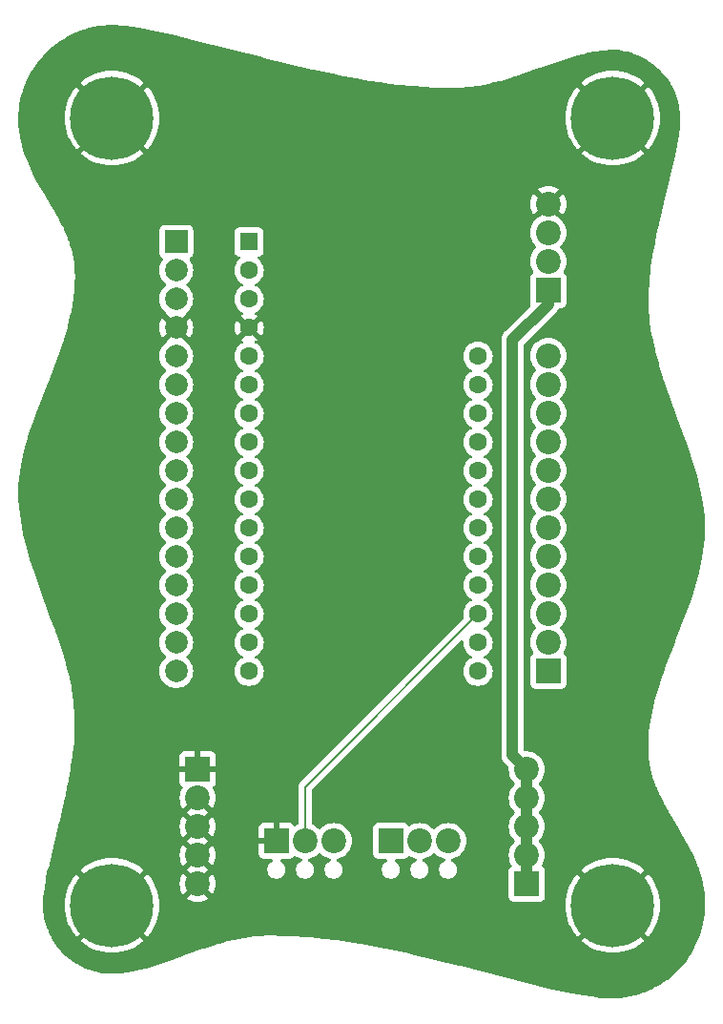
<source format=gbr>
%TF.GenerationSoftware,KiCad,Pcbnew,8.0.2*%
%TF.CreationDate,2024-07-30T13:24:05-06:00*%
%TF.ProjectId,PhotonBreakout,50686f74-6f6e-4427-9265-616b6f75742e,rev?*%
%TF.SameCoordinates,Original*%
%TF.FileFunction,Copper,L2,Bot*%
%TF.FilePolarity,Positive*%
%FSLAX46Y46*%
G04 Gerber Fmt 4.6, Leading zero omitted, Abs format (unit mm)*
G04 Created by KiCad (PCBNEW 8.0.2) date 2024-07-30 13:24:05*
%MOMM*%
%LPD*%
G01*
G04 APERTURE LIST*
%TA.AperFunction,ComponentPad*%
%ADD10R,2.200000X2.200000*%
%TD*%
%TA.AperFunction,ComponentPad*%
%ADD11C,2.200000*%
%TD*%
%TA.AperFunction,ComponentPad*%
%ADD12R,2.000000X2.000000*%
%TD*%
%TA.AperFunction,ComponentPad*%
%ADD13C,2.000000*%
%TD*%
%TA.AperFunction,ComponentPad*%
%ADD14C,0.800000*%
%TD*%
%TA.AperFunction,ComponentPad*%
%ADD15C,7.400000*%
%TD*%
%TA.AperFunction,ComponentPad*%
%ADD16C,1.600000*%
%TD*%
%TA.AperFunction,ComponentPad*%
%ADD17R,1.600000X1.600000*%
%TD*%
%TA.AperFunction,Conductor*%
%ADD18C,1.000000*%
%TD*%
%TA.AperFunction,Conductor*%
%ADD19C,0.200000*%
%TD*%
G04 APERTURE END LIST*
D10*
%TO.P,J7,1,Pin_1*%
%TO.N,+5V*%
X140335000Y-130175000D03*
D11*
%TO.P,J7,2,Pin_2*%
X142875000Y-130175000D03*
%TO.P,J7,3,Pin_3*%
X145415000Y-130175000D03*
%TD*%
D12*
%TO.P,J4,1,Pin_1*%
%TO.N,Net-(A1-~{RESET})*%
X121285000Y-77005768D03*
D13*
%TO.P,J4,2,Pin_2*%
%TO.N,+3V3*%
X121285000Y-79545768D03*
%TO.P,J4,3,Pin_3*%
%TO.N,Net-(A1-MODE)*%
X121285000Y-82085768D03*
%TO.P,J4,4,Pin_4*%
%TO.N,GND*%
X121285000Y-84625768D03*
%TO.P,J4,5,Pin_5*%
%TO.N,Net-(A1-A0)*%
X121285000Y-87165768D03*
%TO.P,J4,6,Pin_6*%
%TO.N,Net-(A1-A1)*%
X121285000Y-89705768D03*
%TO.P,J4,7,Pin_7*%
%TO.N,Net-(A1-A2)*%
X121285000Y-92245768D03*
%TO.P,J4,8,Pin_8*%
%TO.N,Net-(A1-A5)*%
X121285000Y-94785768D03*
%TO.P,J4,9,Pin_9*%
%TO.N,Net-(A1-D19_S4)*%
X121285000Y-97325768D03*
%TO.P,J4,10,Pin_10*%
%TO.N,Net-(A1-D18_S3)*%
X121285000Y-99865768D03*
%TO.P,J4,11,Pin_11*%
%TO.N,Net-(A1-SCK)*%
X121285000Y-102405768D03*
%TO.P,J4,12,Pin_12*%
%TO.N,Net-(A1-MOSI)*%
X121285000Y-104945768D03*
%TO.P,J4,13,Pin_13*%
%TO.N,Net-(A1-MISO)*%
X121285000Y-107485768D03*
%TO.P,J4,14,Pin_14*%
%TO.N,Net-(A1-RX)*%
X121285000Y-110025768D03*
%TO.P,J4,15,Pin_15*%
%TO.N,Net-(A1-TX)*%
X121285000Y-112565768D03*
%TO.P,J4,16,Pin_16*%
%TO.N,Net-(A1-NC)*%
X121285000Y-115105768D03*
%TD*%
D11*
%TO.P,J5,5,Pin_5*%
%TO.N,+3V3*%
X152400000Y-123825000D03*
%TO.P,J5,4,Pin_4*%
X152400000Y-126365000D03*
%TO.P,J5,3,Pin_3*%
X152400000Y-128905000D03*
%TO.P,J5,2,Pin_2*%
X152400000Y-131445000D03*
D10*
%TO.P,J5,1,Pin_1*%
X152400000Y-133985000D03*
%TD*%
D14*
%TO.P,H3,1,1*%
%TO.N,GND*%
X112795000Y-135890000D03*
X113607779Y-133927779D03*
X113607779Y-137852221D03*
X115570000Y-133115000D03*
D15*
X115570000Y-135890000D03*
D14*
X115570000Y-138665000D03*
X117532221Y-133927779D03*
X117532221Y-137852221D03*
X118345000Y-135890000D03*
%TD*%
D10*
%TO.P,J3,1,Pin_1*%
%TO.N,Net-(A1-SDA_A3)*%
X154305000Y-115072162D03*
D11*
%TO.P,J3,2,Pin_2*%
%TO.N,Net-(A1-SCL_A4)*%
X154305000Y-112532162D03*
%TO.P,J3,3,Pin_3*%
%TO.N,Net-(A1-D2)*%
X154305000Y-109992162D03*
%TO.P,J3,4,Pin_4*%
%TO.N,Net-(A1-D3)*%
X154305000Y-107452162D03*
%TO.P,J3,5,Pin_5*%
%TO.N,Net-(A1-D4)*%
X154305000Y-104912162D03*
%TO.P,J3,6,Pin_6*%
%TO.N,Net-(A1-D5)*%
X154305000Y-102372162D03*
%TO.P,J3,7,Pin_7*%
%TO.N,Net-(A1-D6)*%
X154305000Y-99832162D03*
%TO.P,J3,8,Pin_8*%
%TO.N,Net-(A1-D7)*%
X154305000Y-97292162D03*
%TO.P,J3,9,Pin_9*%
%TO.N,Net-(A1-D10)*%
X154305000Y-94752162D03*
%TO.P,J3,10,Pin_10*%
%TO.N,+5V*%
X154305000Y-92212162D03*
%TO.P,J3,11,Pin_11*%
%TO.N,Net-(A1-EN)*%
X154305000Y-89672162D03*
%TO.P,J3,12,Pin_12*%
%TO.N,+BATT*%
X154305000Y-87132162D03*
%TD*%
%TO.P,J2,3,Pin_3*%
%TO.N,+5V*%
X135255000Y-130175000D03*
%TO.P,J2,2,Pin_2*%
%TO.N,Net-(A1-D2)*%
X132715000Y-130175000D03*
D10*
%TO.P,J2,1,Pin_1*%
%TO.N,GND*%
X130175000Y-130175000D03*
%TD*%
%TO.P,J6,1,Pin_1*%
%TO.N,GND*%
X123190000Y-123825000D03*
D11*
%TO.P,J6,2,Pin_2*%
X123190000Y-126365000D03*
%TO.P,J6,3,Pin_3*%
X123190000Y-128905000D03*
%TO.P,J6,4,Pin_4*%
X123190000Y-131445000D03*
%TO.P,J6,5,Pin_5*%
X123190000Y-133985000D03*
%TD*%
D14*
%TO.P,H2,1,1*%
%TO.N,GND*%
X157245000Y-66040000D03*
X158057779Y-64077779D03*
X158057779Y-68002221D03*
X160020000Y-63265000D03*
D15*
X160020000Y-66040000D03*
D14*
X160020000Y-68815000D03*
X161982221Y-64077779D03*
X161982221Y-68002221D03*
X162795000Y-66040000D03*
%TD*%
%TO.P,H1,1,1*%
%TO.N,GND*%
X112795000Y-66040000D03*
X113607779Y-64077779D03*
X113607779Y-68002221D03*
X115570000Y-63265000D03*
D15*
X115570000Y-66040000D03*
D14*
X115570000Y-68815000D03*
X117532221Y-64077779D03*
X117532221Y-68002221D03*
X118345000Y-66040000D03*
%TD*%
D10*
%TO.P,J1,1,Pin_1*%
%TO.N,+3V3*%
X154305000Y-81280000D03*
D11*
%TO.P,J1,2,Pin_2*%
%TO.N,Net-(A1-SCL_A4)*%
X154305000Y-78740000D03*
%TO.P,J1,3,Pin_3*%
%TO.N,Net-(A1-SDA_A3)*%
X154305000Y-76200000D03*
%TO.P,J1,4,Pin_4*%
%TO.N,GND*%
X154305000Y-73660000D03*
%TD*%
D14*
%TO.P,H4,1,1*%
%TO.N,GND*%
X157245000Y-135890000D03*
X158057779Y-133927779D03*
X158057779Y-137852221D03*
X160020000Y-133115000D03*
D15*
X160020000Y-135890000D03*
D14*
X160020000Y-138665000D03*
X161982221Y-133927779D03*
X161982221Y-137852221D03*
X162795000Y-135890000D03*
%TD*%
D16*
%TO.P,A1,28,VBAT*%
%TO.N,+BATT*%
X148062500Y-87170000D03*
%TO.P,A1,27,EN*%
%TO.N,Net-(A1-EN)*%
X148062500Y-89710000D03*
%TO.P,A1,26,USB*%
%TO.N,+5V*%
X148062500Y-92250000D03*
%TO.P,A1,25,D10*%
%TO.N,Net-(A1-D10)*%
X148062500Y-94790000D03*
%TO.P,A1,24,D7*%
%TO.N,Net-(A1-D7)*%
X148062500Y-97330000D03*
%TO.P,A1,23,D6*%
%TO.N,Net-(A1-D6)*%
X148062500Y-99870000D03*
%TO.P,A1,22,D5*%
%TO.N,Net-(A1-D5)*%
X148062500Y-102410000D03*
%TO.P,A1,21,D4*%
%TO.N,Net-(A1-D4)*%
X148062500Y-104950000D03*
%TO.P,A1,20,D3*%
%TO.N,Net-(A1-D3)*%
X148062500Y-107490000D03*
%TO.P,A1,19,D2*%
%TO.N,Net-(A1-D2)*%
X148062500Y-110030000D03*
%TO.P,A1,18,SCL_A4*%
%TO.N,Net-(A1-SCL_A4)*%
X148062500Y-112570000D03*
%TO.P,A1,17,SDA_A3*%
%TO.N,Net-(A1-SDA_A3)*%
X148062500Y-115110000D03*
%TO.P,A1,16,NC*%
%TO.N,Net-(A1-NC)*%
X127742500Y-115110000D03*
%TO.P,A1,15,TX*%
%TO.N,Net-(A1-TX)*%
X127742500Y-112570000D03*
%TO.P,A1,14,RX*%
%TO.N,Net-(A1-RX)*%
X127742500Y-110030000D03*
%TO.P,A1,13,MISO*%
%TO.N,Net-(A1-MISO)*%
X127742500Y-107490000D03*
%TO.P,A1,12,MOSI*%
%TO.N,Net-(A1-MOSI)*%
X127742500Y-104950000D03*
%TO.P,A1,11,SCK*%
%TO.N,Net-(A1-SCK)*%
X127742500Y-102410000D03*
%TO.P,A1,10,D18_S3*%
%TO.N,Net-(A1-D18_S3)*%
X127742500Y-99870000D03*
%TO.P,A1,9,D19_S4*%
%TO.N,Net-(A1-D19_S4)*%
X127742500Y-97330000D03*
%TO.P,A1,8,A5*%
%TO.N,Net-(A1-A5)*%
X127742500Y-94790000D03*
%TO.P,A1,7,A2*%
%TO.N,Net-(A1-A2)*%
X127742500Y-92250000D03*
%TO.P,A1,6,A1*%
%TO.N,Net-(A1-A1)*%
X127742500Y-89710000D03*
%TO.P,A1,5,A0*%
%TO.N,Net-(A1-A0)*%
X127742500Y-87170000D03*
%TO.P,A1,4,GND*%
%TO.N,GND*%
X127742500Y-84630000D03*
%TO.P,A1,3,MODE*%
%TO.N,Net-(A1-MODE)*%
X127742500Y-82090000D03*
%TO.P,A1,2,3V3*%
%TO.N,+3V3*%
X127742500Y-79550000D03*
D17*
%TO.P,A1,1,~{RESET}*%
%TO.N,Net-(A1-~{RESET})*%
X127742500Y-77010000D03*
%TD*%
D18*
%TO.N,+3V3*%
X151130000Y-85725000D02*
X154305000Y-82550000D01*
X154305000Y-82550000D02*
X154305000Y-81280000D01*
X151130000Y-85725000D02*
X151130000Y-122555000D01*
X151130000Y-122555000D02*
X152400000Y-123825000D01*
X152400000Y-123825000D02*
X152400000Y-126365000D01*
X152400000Y-131445000D02*
X152400000Y-133985000D01*
X152400000Y-128905000D02*
X152400000Y-131445000D01*
X152400000Y-126365000D02*
X152400000Y-128905000D01*
D19*
%TO.N,Net-(A1-D2)*%
X132715000Y-125377500D02*
X148062500Y-110030000D01*
X132715000Y-130175000D02*
X132715000Y-125377500D01*
%TD*%
%TA.AperFunction,Conductor*%
%TO.N,GND*%
G36*
X115612769Y-57788887D02*
G01*
X116714457Y-57852263D01*
X116724367Y-57853234D01*
X118030451Y-58034649D01*
X118036574Y-58035657D01*
X119532253Y-58320812D01*
X119536044Y-58321598D01*
X120837201Y-58612863D01*
X121193090Y-58692529D01*
X121196525Y-58693349D01*
X123109184Y-59179135D01*
X128971129Y-60667978D01*
X128984027Y-60672079D01*
X128984526Y-60672199D01*
X128984528Y-60672200D01*
X129044841Y-60686709D01*
X129046295Y-60687069D01*
X129106313Y-60702313D01*
X129106314Y-60702312D01*
X129106811Y-60702439D01*
X129120126Y-60704819D01*
X133320112Y-61715190D01*
X133332647Y-61718916D01*
X133340006Y-61721532D01*
X133340007Y-61721532D01*
X133340009Y-61721533D01*
X133396755Y-61733668D01*
X133399736Y-61734345D01*
X133456110Y-61747907D01*
X133456118Y-61747906D01*
X133463865Y-61748724D01*
X133476780Y-61750780D01*
X135539071Y-62191797D01*
X135551766Y-62195225D01*
X135558761Y-62197519D01*
X135558768Y-62197522D01*
X135558774Y-62197523D01*
X135558777Y-62197524D01*
X135588292Y-62203074D01*
X135615935Y-62208272D01*
X135618866Y-62208860D01*
X135675801Y-62221037D01*
X135675809Y-62221036D01*
X135683138Y-62221623D01*
X135696178Y-62223364D01*
X137756730Y-62610886D01*
X137770193Y-62615066D01*
X137770361Y-62614495D01*
X137778162Y-62616782D01*
X137833522Y-62625391D01*
X137837309Y-62626041D01*
X137892435Y-62636409D01*
X137892441Y-62636408D01*
X137900552Y-62636855D01*
X137900519Y-62637452D01*
X137914611Y-62638001D01*
X139956175Y-62955503D01*
X139971264Y-62959604D01*
X139971327Y-62959357D01*
X139979200Y-62961329D01*
X139979213Y-62961334D01*
X140032384Y-62967453D01*
X140037185Y-62968102D01*
X140090095Y-62976331D01*
X140090096Y-62976330D01*
X140090098Y-62976331D01*
X140098221Y-62976521D01*
X140098215Y-62976775D01*
X140113846Y-62976828D01*
X142118177Y-63207509D01*
X142140492Y-63212517D01*
X142143196Y-63213054D01*
X142143199Y-63213054D01*
X142143202Y-63213055D01*
X142193517Y-63216333D01*
X142199614Y-63216882D01*
X142249733Y-63222651D01*
X142249740Y-63222649D01*
X142252531Y-63222604D01*
X142275353Y-63221665D01*
X144224213Y-63348651D01*
X144248651Y-63352726D01*
X144251737Y-63353564D01*
X144251735Y-63353564D01*
X144254981Y-63353574D01*
X144298355Y-63353720D01*
X144305995Y-63353980D01*
X144352521Y-63357013D01*
X144355655Y-63356388D01*
X144380306Y-63353995D01*
X146255517Y-63360299D01*
X146278527Y-63362534D01*
X146285806Y-63363935D01*
X146328156Y-63360892D01*
X146337421Y-63360575D01*
X146379301Y-63360717D01*
X146379873Y-63360719D01*
X146379874Y-63360719D01*
X146379874Y-63360718D01*
X146379876Y-63360719D01*
X146387047Y-63358822D01*
X146409849Y-63355023D01*
X147168830Y-63300500D01*
X147192602Y-63301078D01*
X147198288Y-63301767D01*
X147241993Y-63295545D01*
X147250555Y-63294629D01*
X147294574Y-63291468D01*
X147299979Y-63289595D01*
X147323092Y-63284000D01*
X148085330Y-63175498D01*
X148110567Y-63174505D01*
X148112525Y-63174628D01*
X148159431Y-63165160D01*
X148166475Y-63163948D01*
X148213857Y-63157204D01*
X148213862Y-63157202D01*
X148215656Y-63156437D01*
X148239782Y-63148941D01*
X149001389Y-62995215D01*
X149019460Y-62993556D01*
X149026370Y-62992756D01*
X149026380Y-62992757D01*
X149076141Y-62980265D01*
X149081768Y-62978992D01*
X149132047Y-62968844D01*
X149132053Y-62968840D01*
X149138635Y-62966586D01*
X149155655Y-62960304D01*
X149914877Y-62769721D01*
X149929810Y-62767719D01*
X149929753Y-62767344D01*
X149937776Y-62766116D01*
X149937787Y-62766116D01*
X149990103Y-62750922D01*
X149994428Y-62749752D01*
X150047250Y-62736493D01*
X150047252Y-62736491D01*
X150054805Y-62733503D01*
X150054944Y-62733855D01*
X150068851Y-62728053D01*
X150823674Y-62508850D01*
X150836789Y-62506663D01*
X150836650Y-62505890D01*
X150844631Y-62504444D01*
X150844641Y-62504444D01*
X150899275Y-62486942D01*
X150902410Y-62485985D01*
X150957570Y-62469967D01*
X150957576Y-62469962D01*
X150965019Y-62466698D01*
X150965337Y-62467424D01*
X150977431Y-62461907D01*
X151727911Y-62221508D01*
X151740764Y-62218139D01*
X151747234Y-62216808D01*
X151747242Y-62216808D01*
X151802587Y-62197622D01*
X151805244Y-62196736D01*
X151861010Y-62178874D01*
X151861023Y-62178865D01*
X151866971Y-62176059D01*
X151879272Y-62171040D01*
X153504257Y-61607759D01*
X153507967Y-61606733D01*
X153513463Y-61604806D01*
X153513466Y-61604806D01*
X153574675Y-61583350D01*
X153636269Y-61562000D01*
X153636271Y-61561998D01*
X153641794Y-61560084D01*
X153645335Y-61558582D01*
X155294589Y-60980479D01*
X155296765Y-60979740D01*
X156124328Y-60707696D01*
X156127387Y-60706734D01*
X156931707Y-60465532D01*
X156936194Y-60464277D01*
X157712695Y-60263067D01*
X157718862Y-60261637D01*
X158463448Y-60108904D01*
X158471619Y-60107513D01*
X159179983Y-60011067D01*
X159190523Y-60010088D01*
X159868297Y-59976240D01*
X159877609Y-59976127D01*
X160181048Y-59983801D01*
X160187292Y-59984117D01*
X160482792Y-60006593D01*
X160494073Y-60007452D01*
X160500306Y-60008085D01*
X160802391Y-60046483D01*
X160808547Y-60047423D01*
X161105715Y-60100507D01*
X161111763Y-60101744D01*
X161403606Y-60169121D01*
X161409580Y-60170658D01*
X161695846Y-60251968D01*
X161701660Y-60253777D01*
X161981927Y-60348632D01*
X161987661Y-60350732D01*
X162261588Y-60458762D01*
X162267185Y-60461129D01*
X162534448Y-60581981D01*
X162539893Y-60584605D01*
X162590461Y-60610509D01*
X162800101Y-60717900D01*
X162805366Y-60720761D01*
X163005001Y-60835568D01*
X163058148Y-60866132D01*
X163063262Y-60869239D01*
X163308214Y-61026300D01*
X163313150Y-61029635D01*
X163549922Y-61198029D01*
X163554679Y-61201587D01*
X163782875Y-61380937D01*
X163787443Y-61384707D01*
X164006607Y-61574571D01*
X164010985Y-61578550D01*
X164067642Y-61632572D01*
X164191617Y-61750783D01*
X164220809Y-61778617D01*
X164224985Y-61782794D01*
X164331063Y-61894065D01*
X164425007Y-61992607D01*
X164428986Y-61996985D01*
X164618883Y-62216224D01*
X164622653Y-62220793D01*
X164801956Y-62448971D01*
X164805512Y-62453726D01*
X164973889Y-62690513D01*
X164977225Y-62695451D01*
X165134306Y-62940479D01*
X165137412Y-62945592D01*
X165282769Y-63198395D01*
X165285639Y-63203678D01*
X165418941Y-63463948D01*
X165421546Y-63469356D01*
X165542427Y-63736735D01*
X165544773Y-63742282D01*
X165652810Y-64016280D01*
X165654905Y-64022002D01*
X165749773Y-64302364D01*
X165751598Y-64308235D01*
X165832893Y-64594502D01*
X165834433Y-64600489D01*
X165901810Y-64892403D01*
X165903055Y-64898489D01*
X165956136Y-65195697D01*
X165957079Y-65201866D01*
X165995486Y-65504094D01*
X165996118Y-65510323D01*
X166019453Y-65817166D01*
X166019770Y-65823434D01*
X166027462Y-66127592D01*
X166027359Y-66136678D01*
X165995533Y-66799081D01*
X165994776Y-66808043D01*
X165903451Y-67561869D01*
X165902569Y-67567905D01*
X165758339Y-68409367D01*
X165757578Y-68413403D01*
X165569719Y-69326638D01*
X165568819Y-69330670D01*
X164569888Y-73480981D01*
X164567005Y-73490402D01*
X164552275Y-73554133D01*
X164552018Y-73555222D01*
X164536670Y-73618994D01*
X164535041Y-73628708D01*
X164037645Y-75780964D01*
X164034017Y-75793576D01*
X164031562Y-75800673D01*
X164019906Y-75857547D01*
X164019247Y-75860571D01*
X164006157Y-75917210D01*
X164005435Y-75924701D01*
X164003484Y-75937682D01*
X163794770Y-76956130D01*
X163791457Y-76968836D01*
X163789194Y-76975947D01*
X163778947Y-77033146D01*
X163778366Y-77036169D01*
X163766695Y-77093125D01*
X163766164Y-77100570D01*
X163764536Y-77113600D01*
X163582096Y-78132107D01*
X163578022Y-78145656D01*
X163578583Y-78145815D01*
X163576367Y-78153628D01*
X163568267Y-78208953D01*
X163567633Y-78212848D01*
X163557766Y-78267938D01*
X163557390Y-78276059D01*
X163556808Y-78276032D01*
X163556375Y-78290176D01*
X163408133Y-79302702D01*
X163404160Y-79317865D01*
X163404399Y-79317923D01*
X163402494Y-79325829D01*
X163396867Y-79378970D01*
X163396250Y-79383870D01*
X163388511Y-79436735D01*
X163388511Y-79436737D01*
X163388511Y-79436739D01*
X163388393Y-79444867D01*
X163388147Y-79444863D01*
X163388233Y-79460537D01*
X163282439Y-80459810D01*
X163277700Y-80481858D01*
X163277133Y-80484856D01*
X163274299Y-80535262D01*
X163273806Y-80541352D01*
X163268491Y-80591557D01*
X163268567Y-80594549D01*
X163269699Y-80617123D01*
X163214690Y-81595870D01*
X163210804Y-81620464D01*
X163210077Y-81623224D01*
X163210076Y-81623229D01*
X163210285Y-81670190D01*
X163210091Y-81677695D01*
X163207456Y-81724592D01*
X163207456Y-81724604D01*
X163208039Y-81727396D01*
X163210649Y-81752154D01*
X163214881Y-82703542D01*
X163212809Y-82726675D01*
X163211509Y-82733691D01*
X163211509Y-82733696D01*
X163214863Y-82776280D01*
X163215245Y-82785463D01*
X163215435Y-82828193D01*
X163217311Y-82835069D01*
X163221298Y-82857959D01*
X163312426Y-84014711D01*
X163312044Y-84038200D01*
X163311327Y-84044617D01*
X163311327Y-84044622D01*
X163317840Y-84087531D01*
X163318861Y-84096398D01*
X163322269Y-84139661D01*
X163322270Y-84139667D01*
X163324423Y-84145745D01*
X163330132Y-84168532D01*
X163503333Y-85309784D01*
X163504583Y-85334568D01*
X163504429Y-85337642D01*
X163514263Y-85383357D01*
X163515632Y-85390826D01*
X163522646Y-85437044D01*
X163523879Y-85439862D01*
X163531498Y-85463476D01*
X163773557Y-86588709D01*
X163776108Y-86612660D01*
X163776329Y-86614330D01*
X163789337Y-86662812D01*
X163790799Y-86668866D01*
X163801356Y-86717938D01*
X163801936Y-86719564D01*
X163810586Y-86742006D01*
X164108736Y-87853178D01*
X164111076Y-87868568D01*
X164111342Y-87868523D01*
X164112719Y-87876521D01*
X164112721Y-87876527D01*
X164128650Y-87927761D01*
X164129996Y-87932412D01*
X164143892Y-87984198D01*
X164147004Y-87991705D01*
X164146754Y-87991808D01*
X164152995Y-88006060D01*
X164494704Y-89105086D01*
X164497194Y-89118373D01*
X164497903Y-89118230D01*
X164499510Y-89126194D01*
X164517966Y-89180071D01*
X164519065Y-89183436D01*
X164535986Y-89237856D01*
X164539392Y-89245237D01*
X164538732Y-89245541D01*
X164544568Y-89257735D01*
X164918351Y-90348920D01*
X164922021Y-90361897D01*
X164923228Y-90367266D01*
X164923231Y-90367273D01*
X164943598Y-90422711D01*
X164944469Y-90425165D01*
X164963613Y-90481051D01*
X164966061Y-90485980D01*
X164971396Y-90498374D01*
X165846134Y-92879323D01*
X165846328Y-92879855D01*
X166730893Y-95321924D01*
X166732071Y-95325330D01*
X167131608Y-96537243D01*
X167132841Y-96541202D01*
X167488135Y-97753865D01*
X167489563Y-97759175D01*
X167787212Y-98972011D01*
X167788665Y-98978731D01*
X168016248Y-100193445D01*
X168017496Y-100201594D01*
X168163579Y-101426391D01*
X168164212Y-101433368D01*
X168201942Y-102039058D01*
X168202154Y-102044134D01*
X168215162Y-102656569D01*
X168215153Y-102662217D01*
X168200303Y-103272859D01*
X168200027Y-103278647D01*
X168157204Y-103880322D01*
X168156390Y-103888198D01*
X167990716Y-105108697D01*
X167989146Y-105117740D01*
X167732261Y-106329180D01*
X167730490Y-106336446D01*
X167396184Y-107547807D01*
X167394511Y-107553357D01*
X166998035Y-108765886D01*
X166996673Y-108769826D01*
X166554132Y-109983501D01*
X166553020Y-109986436D01*
X165617535Y-112363308D01*
X165614312Y-112370208D01*
X165590153Y-112432871D01*
X165589840Y-112433676D01*
X165565087Y-112496566D01*
X165562785Y-112503854D01*
X164669333Y-114821200D01*
X164662416Y-114834463D01*
X164662775Y-114834642D01*
X164659146Y-114841916D01*
X164641347Y-114893563D01*
X164639813Y-114897767D01*
X164620175Y-114948702D01*
X164618266Y-114956604D01*
X164617876Y-114956509D01*
X164614623Y-114971112D01*
X164236263Y-116069065D01*
X164229443Y-116083475D01*
X164229615Y-116083553D01*
X164226289Y-116090970D01*
X164211104Y-116141748D01*
X164209539Y-116146615D01*
X164192270Y-116196729D01*
X164190649Y-116204690D01*
X164190464Y-116204652D01*
X164187606Y-116220331D01*
X163856589Y-117327287D01*
X163846765Y-117350921D01*
X163846259Y-117351851D01*
X163846256Y-117351860D01*
X163834864Y-117399285D01*
X163833098Y-117405841D01*
X163819132Y-117452551D01*
X163819132Y-117452553D01*
X163819102Y-117453599D01*
X163815725Y-117478972D01*
X163546640Y-118599317D01*
X163538852Y-118621894D01*
X163536590Y-118626843D01*
X163536589Y-118626844D01*
X163529208Y-118670646D01*
X163527504Y-118678996D01*
X163517133Y-118722176D01*
X163517275Y-118727607D01*
X163515593Y-118751440D01*
X163325356Y-119880349D01*
X163318758Y-119904405D01*
X163317769Y-119906965D01*
X163317766Y-119906976D01*
X163312751Y-119953791D01*
X163311733Y-119961184D01*
X163303914Y-120007584D01*
X163303914Y-120007593D01*
X163304174Y-120010325D01*
X163304026Y-120035270D01*
X163250614Y-120533961D01*
X163247076Y-120550142D01*
X163247132Y-120550153D01*
X163245573Y-120558128D01*
X163242347Y-120609994D01*
X163241881Y-120615496D01*
X163236347Y-120667175D01*
X163236544Y-120675305D01*
X163236486Y-120675306D01*
X163237256Y-120691857D01*
X163206346Y-121188907D01*
X163203001Y-121208500D01*
X163202218Y-121213852D01*
X163201483Y-121264839D01*
X163201257Y-121270742D01*
X163198093Y-121321647D01*
X163198467Y-121327086D01*
X163200303Y-121346842D01*
X163193075Y-121848549D01*
X163190140Y-121872887D01*
X163190016Y-121874192D01*
X163191825Y-121924271D01*
X163191893Y-121930529D01*
X163191172Y-121980634D01*
X163191330Y-121981977D01*
X163194787Y-122006212D01*
X163213132Y-122513805D01*
X163211430Y-122539234D01*
X163211202Y-122540563D01*
X163211202Y-122540566D01*
X163211202Y-122540569D01*
X163212633Y-122556087D01*
X163215650Y-122588819D01*
X163216092Y-122595717D01*
X163217844Y-122644160D01*
X163218240Y-122645449D01*
X163223176Y-122670454D01*
X163251335Y-122975867D01*
X163251087Y-123001063D01*
X163250855Y-123003124D01*
X163250856Y-123003133D01*
X163257990Y-123050331D01*
X163258859Y-123057475D01*
X163263244Y-123105025D01*
X163263245Y-123105030D01*
X163263963Y-123106973D01*
X163270247Y-123131389D01*
X163315193Y-123428675D01*
X163316390Y-123454188D01*
X163316322Y-123455380D01*
X163316323Y-123455384D01*
X163316323Y-123455387D01*
X163322969Y-123487292D01*
X163326236Y-123502976D01*
X163327447Y-123509723D01*
X163334716Y-123557800D01*
X163334718Y-123557806D01*
X163335190Y-123558887D01*
X163342952Y-123583234D01*
X163403052Y-123871768D01*
X163405656Y-123897596D01*
X163405655Y-123897712D01*
X163405655Y-123897716D01*
X163418293Y-123945755D01*
X163419767Y-123952013D01*
X163429903Y-124000670D01*
X163429955Y-124000773D01*
X163439156Y-124025056D01*
X163502310Y-124265110D01*
X163512952Y-124305560D01*
X163516014Y-124325764D01*
X163516866Y-124330599D01*
X163532161Y-124379138D01*
X163533812Y-124384854D01*
X163546765Y-124434088D01*
X163548641Y-124438675D01*
X163556808Y-124457357D01*
X163587217Y-124553859D01*
X163642913Y-124730607D01*
X163646116Y-124746711D01*
X163646201Y-124746693D01*
X163647960Y-124754626D01*
X163665821Y-124803700D01*
X163667566Y-124808842D01*
X163683254Y-124858630D01*
X163686691Y-124866002D01*
X163686609Y-124866039D01*
X163693871Y-124880768D01*
X163792839Y-125152689D01*
X163799033Y-125177299D01*
X163799269Y-125178930D01*
X163818287Y-125223194D01*
X163820878Y-125229731D01*
X163837349Y-125274984D01*
X163838293Y-125276332D01*
X163850643Y-125298499D01*
X164134905Y-125960093D01*
X164142393Y-125983869D01*
X164142956Y-125986588D01*
X164142959Y-125986594D01*
X164164098Y-126028610D01*
X164167256Y-126035388D01*
X164180256Y-126065643D01*
X164185836Y-126078629D01*
X164187552Y-126080805D01*
X164200945Y-126101845D01*
X164526228Y-126748370D01*
X164531842Y-126763452D01*
X164531988Y-126763395D01*
X164534983Y-126770952D01*
X164560667Y-126817061D01*
X164563109Y-126821671D01*
X164586802Y-126868764D01*
X164591373Y-126875487D01*
X164591242Y-126875576D01*
X164600565Y-126888687D01*
X164952691Y-127520838D01*
X164957818Y-127533245D01*
X164958502Y-127532952D01*
X164961708Y-127540421D01*
X164990884Y-127589504D01*
X164992620Y-127592519D01*
X164997297Y-127600914D01*
X165020427Y-127642438D01*
X165020428Y-127642439D01*
X165020430Y-127642442D01*
X165025274Y-127648960D01*
X165024674Y-127649405D01*
X165032835Y-127660076D01*
X165893793Y-129108427D01*
X165894111Y-129108965D01*
X166197052Y-129625000D01*
X166340453Y-129869272D01*
X166342006Y-129871997D01*
X166766340Y-130638588D01*
X166768722Y-130643108D01*
X167159297Y-131422892D01*
X167162269Y-131429271D01*
X167509564Y-132233630D01*
X167511959Y-132239596D01*
X167547713Y-132335827D01*
X167661716Y-132642669D01*
X167661927Y-132643235D01*
X167663522Y-132647802D01*
X167792223Y-133040819D01*
X167799566Y-133063244D01*
X167801098Y-133068284D01*
X167920080Y-133491654D01*
X167921480Y-133497107D01*
X168022060Y-133929462D01*
X168023267Y-133935280D01*
X168104035Y-134377525D01*
X168104997Y-134383651D01*
X168164560Y-134837019D01*
X168165229Y-134843381D01*
X168202098Y-135308882D01*
X168202442Y-135315399D01*
X168215100Y-135794753D01*
X168215103Y-135801161D01*
X168204394Y-136224625D01*
X168204077Y-136230892D01*
X168172295Y-136648830D01*
X168171663Y-136655059D01*
X168119348Y-137066748D01*
X168118406Y-137072917D01*
X168046090Y-137477853D01*
X168044845Y-137483940D01*
X167953039Y-137881707D01*
X167951499Y-137887694D01*
X167840724Y-138277781D01*
X167838898Y-138283651D01*
X167709659Y-138665599D01*
X167707558Y-138671339D01*
X167560359Y-139044662D01*
X167557992Y-139050260D01*
X167393327Y-139414488D01*
X167390703Y-139419933D01*
X167209108Y-139774487D01*
X167206239Y-139779770D01*
X167008201Y-140124189D01*
X167005094Y-140129303D01*
X166791121Y-140463064D01*
X166787785Y-140468002D01*
X166558409Y-140790558D01*
X166554852Y-140795314D01*
X166310592Y-141106138D01*
X166306821Y-141110708D01*
X166048173Y-141409300D01*
X166044194Y-141413678D01*
X165771731Y-141699455D01*
X165767550Y-141703636D01*
X165481752Y-141976119D01*
X165477374Y-141980098D01*
X165178782Y-142238747D01*
X165174212Y-142242518D01*
X164863384Y-142486781D01*
X164858627Y-142490338D01*
X164536086Y-142719703D01*
X164531149Y-142723039D01*
X164197380Y-142937017D01*
X164192266Y-142940124D01*
X163847835Y-143138169D01*
X163842551Y-143141039D01*
X163487985Y-143322637D01*
X163482542Y-143325259D01*
X163118354Y-143489909D01*
X163112755Y-143492277D01*
X162739421Y-143639479D01*
X162733681Y-143641580D01*
X162351727Y-143770822D01*
X162345856Y-143772648D01*
X161955765Y-143883422D01*
X161949779Y-143884962D01*
X161552017Y-143976767D01*
X161545930Y-143978012D01*
X161140989Y-144050328D01*
X161134820Y-144051270D01*
X160723150Y-144103582D01*
X160716921Y-144104214D01*
X160298973Y-144135996D01*
X160292706Y-144136313D01*
X159878937Y-144146777D01*
X159868680Y-144146612D01*
X158767049Y-144083234D01*
X158757110Y-144082260D01*
X157451068Y-143900836D01*
X157444904Y-143899821D01*
X155949269Y-143614649D01*
X155945405Y-143613848D01*
X154288366Y-143242885D01*
X154284928Y-143242063D01*
X146510364Y-141267268D01*
X146497450Y-141263162D01*
X146436705Y-141248546D01*
X146435188Y-141248171D01*
X146374694Y-141232806D01*
X146361382Y-141230425D01*
X142161375Y-140219957D01*
X142148851Y-140216236D01*
X142141487Y-140213618D01*
X142093788Y-140203417D01*
X142084796Y-140201493D01*
X142081763Y-140200804D01*
X142025385Y-140187241D01*
X142025384Y-140187241D01*
X142025380Y-140187240D01*
X142017601Y-140186418D01*
X142004700Y-140184363D01*
X141587157Y-140095064D01*
X139942424Y-139743307D01*
X139929733Y-139739880D01*
X139922729Y-139737584D01*
X139922725Y-139737583D01*
X139898212Y-139732972D01*
X139865550Y-139726828D01*
X139862543Y-139726223D01*
X139805689Y-139714064D01*
X139798323Y-139713475D01*
X139785299Y-139711734D01*
X137724759Y-139324178D01*
X137711289Y-139319997D01*
X137711122Y-139320568D01*
X137703330Y-139318283D01*
X137647959Y-139309671D01*
X137644097Y-139309007D01*
X137589057Y-139298655D01*
X137589056Y-139298655D01*
X137580941Y-139298208D01*
X137580973Y-139297615D01*
X137566884Y-139297061D01*
X135525308Y-138979526D01*
X135510219Y-138975426D01*
X135510158Y-138975673D01*
X135502272Y-138973697D01*
X135449158Y-138967583D01*
X135444284Y-138966924D01*
X135391396Y-138958698D01*
X135383274Y-138958509D01*
X135383279Y-138958255D01*
X135367635Y-138958200D01*
X133648984Y-138760376D01*
X133363303Y-138727492D01*
X133340976Y-138722482D01*
X133338279Y-138721947D01*
X133287979Y-138718669D01*
X133281867Y-138718119D01*
X133231760Y-138712352D01*
X133231755Y-138712352D01*
X133231754Y-138712352D01*
X133229013Y-138712397D01*
X133206144Y-138713336D01*
X131257259Y-138586332D01*
X131232831Y-138582261D01*
X131229743Y-138581423D01*
X131229741Y-138581422D01*
X131229737Y-138581422D01*
X131183149Y-138581265D01*
X131175508Y-138581004D01*
X131128965Y-138577972D01*
X131128958Y-138577972D01*
X131125805Y-138578601D01*
X131101158Y-138580990D01*
X129225964Y-138574678D01*
X129202956Y-138572446D01*
X129195670Y-138571044D01*
X129195660Y-138571043D01*
X129153342Y-138574084D01*
X129144040Y-138574402D01*
X129101607Y-138574259D01*
X129101598Y-138574260D01*
X129094417Y-138576158D01*
X129071625Y-138579954D01*
X128312635Y-138634482D01*
X128288869Y-138633905D01*
X128283180Y-138633217D01*
X128283177Y-138633217D01*
X128239503Y-138639435D01*
X128230914Y-138640354D01*
X128186902Y-138643516D01*
X128181482Y-138645394D01*
X128158372Y-138650986D01*
X127396137Y-138759503D01*
X127370908Y-138760498D01*
X127368945Y-138760375D01*
X127368942Y-138760375D01*
X127322026Y-138769844D01*
X127314978Y-138771056D01*
X127267614Y-138777801D01*
X127267607Y-138777803D01*
X127265803Y-138778573D01*
X127241691Y-138786063D01*
X126480068Y-138939812D01*
X126461915Y-138941482D01*
X126455077Y-138942273D01*
X126405345Y-138954758D01*
X126399693Y-138956038D01*
X126349414Y-138966188D01*
X126342930Y-138968410D01*
X126325800Y-138974729D01*
X125566582Y-139165342D01*
X125551647Y-139167347D01*
X125551705Y-139167721D01*
X125543669Y-139168950D01*
X125491365Y-139184141D01*
X125486977Y-139185328D01*
X125434211Y-139198575D01*
X125426657Y-139201566D01*
X125426518Y-139201214D01*
X125412611Y-139207015D01*
X124657780Y-139426255D01*
X124644671Y-139428452D01*
X124644810Y-139429215D01*
X124636811Y-139430663D01*
X124582204Y-139448158D01*
X124578962Y-139449148D01*
X124523891Y-139465144D01*
X124516445Y-139468412D01*
X124516131Y-139467698D01*
X124504035Y-139473202D01*
X123753537Y-139713642D01*
X123740688Y-139717011D01*
X123734209Y-139718343D01*
X123678932Y-139737507D01*
X123676150Y-139738435D01*
X123620447Y-139756281D01*
X123614464Y-139759105D01*
X123602166Y-139764122D01*
X121977167Y-140327497D01*
X121973465Y-140328522D01*
X121906731Y-140351917D01*
X121906580Y-140351969D01*
X121874456Y-140363107D01*
X121839710Y-140375153D01*
X121836156Y-140376658D01*
X120186949Y-140954838D01*
X120184654Y-140955618D01*
X119357168Y-141227681D01*
X119354063Y-141228657D01*
X118549716Y-141469907D01*
X118545201Y-141471168D01*
X117768778Y-141672389D01*
X117762589Y-141673825D01*
X117018036Y-141826574D01*
X117009847Y-141827970D01*
X116301483Y-141924431D01*
X116290937Y-141925411D01*
X115613042Y-141959267D01*
X115603781Y-141959383D01*
X115312415Y-141952152D01*
X115306280Y-141951847D01*
X115009150Y-141929715D01*
X115003060Y-141929110D01*
X114708445Y-141892476D01*
X114702412Y-141891575D01*
X114410772Y-141840640D01*
X114404810Y-141839447D01*
X114116657Y-141774420D01*
X114110772Y-141772940D01*
X113826599Y-141694020D01*
X113820807Y-141692258D01*
X113541098Y-141599652D01*
X113535403Y-141597611D01*
X113260694Y-141491533D01*
X113255110Y-141489219D01*
X113005818Y-141378709D01*
X112985864Y-141369864D01*
X112980400Y-141367280D01*
X112717119Y-141234852D01*
X112711780Y-141232001D01*
X112455001Y-141086730D01*
X112449799Y-141083617D01*
X112200006Y-140925704D01*
X112194952Y-140922333D01*
X111952611Y-140751964D01*
X111947714Y-140748339D01*
X111815980Y-140645702D01*
X111713308Y-140565707D01*
X111708635Y-140561877D01*
X111482684Y-140367205D01*
X111478158Y-140363107D01*
X111308337Y-140201496D01*
X111261134Y-140156575D01*
X111256793Y-140152233D01*
X111050300Y-139935252D01*
X111046184Y-139930708D01*
X110955420Y-139825363D01*
X110851504Y-139704753D01*
X110847658Y-139700059D01*
X110665056Y-139465695D01*
X110661434Y-139460804D01*
X110645061Y-139437515D01*
X110555185Y-139309671D01*
X110491056Y-139218451D01*
X110487684Y-139213395D01*
X110381016Y-139044662D01*
X110329768Y-138963595D01*
X110326662Y-138958404D01*
X110326547Y-138958200D01*
X110181380Y-138701597D01*
X110178546Y-138696290D01*
X110046123Y-138432997D01*
X110043538Y-138427529D01*
X109978468Y-138280727D01*
X109924181Y-138158252D01*
X109921872Y-138152679D01*
X109914711Y-138134132D01*
X109815785Y-137877906D01*
X109813749Y-137872222D01*
X109769982Y-137740000D01*
X109721147Y-137592465D01*
X109719385Y-137586671D01*
X109709974Y-137552774D01*
X109640460Y-137302397D01*
X109638993Y-137296561D01*
X109573956Y-137008281D01*
X109572765Y-137002324D01*
X109556404Y-136908608D01*
X109521827Y-136710542D01*
X109520928Y-136704518D01*
X109484291Y-136409737D01*
X109483686Y-136403649D01*
X109461548Y-136106271D01*
X109461247Y-136100204D01*
X109456034Y-135890000D01*
X111364935Y-135890000D01*
X111385185Y-136302176D01*
X111445735Y-136710373D01*
X111546007Y-137110676D01*
X111685019Y-137499189D01*
X111685027Y-137499209D01*
X111861466Y-137872257D01*
X112073614Y-138226206D01*
X112319445Y-138557670D01*
X112428476Y-138677967D01*
X112428477Y-138677967D01*
X114097060Y-137009384D01*
X114176112Y-137112407D01*
X114347593Y-137283888D01*
X114450614Y-137362938D01*
X112782031Y-139031521D01*
X112782031Y-139031522D01*
X112902329Y-139140554D01*
X113233793Y-139386385D01*
X113587742Y-139598533D01*
X113960790Y-139774972D01*
X113960810Y-139774980D01*
X114349323Y-139913992D01*
X114749626Y-140014264D01*
X115157823Y-140074814D01*
X115570000Y-140095064D01*
X115982176Y-140074814D01*
X116390373Y-140014264D01*
X116790676Y-139913992D01*
X117179189Y-139774980D01*
X117179209Y-139774972D01*
X117552257Y-139598533D01*
X117906206Y-139386385D01*
X118237664Y-139140558D01*
X118357967Y-139031521D01*
X116689385Y-137362938D01*
X116792407Y-137283888D01*
X116963888Y-137112407D01*
X117042938Y-137009385D01*
X118711521Y-138677967D01*
X118820558Y-138557664D01*
X119066385Y-138226206D01*
X119278533Y-137872257D01*
X119454972Y-137499209D01*
X119454980Y-137499189D01*
X119593992Y-137110676D01*
X119694264Y-136710373D01*
X119754814Y-136302176D01*
X119775064Y-135890000D01*
X155814935Y-135890000D01*
X155835185Y-136302176D01*
X155895735Y-136710373D01*
X155996007Y-137110676D01*
X156135019Y-137499189D01*
X156135027Y-137499209D01*
X156311466Y-137872257D01*
X156523614Y-138226206D01*
X156769445Y-138557670D01*
X156878476Y-138677967D01*
X156878477Y-138677967D01*
X158547060Y-137009384D01*
X158626112Y-137112407D01*
X158797593Y-137283888D01*
X158900614Y-137362938D01*
X157232031Y-139031521D01*
X157232031Y-139031522D01*
X157352329Y-139140554D01*
X157683793Y-139386385D01*
X158037742Y-139598533D01*
X158410790Y-139774972D01*
X158410810Y-139774980D01*
X158799323Y-139913992D01*
X159199626Y-140014264D01*
X159607823Y-140074814D01*
X160020000Y-140095064D01*
X160432176Y-140074814D01*
X160840373Y-140014264D01*
X161240676Y-139913992D01*
X161629189Y-139774980D01*
X161629209Y-139774972D01*
X162002257Y-139598533D01*
X162356206Y-139386385D01*
X162687664Y-139140558D01*
X162807967Y-139031521D01*
X161139385Y-137362938D01*
X161242407Y-137283888D01*
X161413888Y-137112407D01*
X161492938Y-137009385D01*
X163161521Y-138677967D01*
X163270558Y-138557664D01*
X163516385Y-138226206D01*
X163728533Y-137872257D01*
X163904972Y-137499209D01*
X163904980Y-137499189D01*
X164043992Y-137110676D01*
X164144264Y-136710373D01*
X164204814Y-136302176D01*
X164225064Y-135890000D01*
X164204814Y-135477823D01*
X164144264Y-135069626D01*
X164043992Y-134669323D01*
X163904980Y-134280810D01*
X163904972Y-134280790D01*
X163728533Y-133907742D01*
X163516385Y-133553793D01*
X163270554Y-133222329D01*
X163161522Y-133102031D01*
X163161521Y-133102031D01*
X161492938Y-134770614D01*
X161413888Y-134667593D01*
X161242407Y-134496112D01*
X161139384Y-134417059D01*
X162807967Y-132748477D01*
X162807967Y-132748476D01*
X162687670Y-132639445D01*
X162356206Y-132393614D01*
X162002257Y-132181466D01*
X161629209Y-132005027D01*
X161629189Y-132005019D01*
X161240676Y-131866007D01*
X160840373Y-131765735D01*
X160432176Y-131705185D01*
X160020000Y-131684935D01*
X159607823Y-131705185D01*
X159199626Y-131765735D01*
X158799323Y-131866007D01*
X158410810Y-132005019D01*
X158410790Y-132005027D01*
X158037742Y-132181466D01*
X157683793Y-132393614D01*
X157352341Y-132639437D01*
X157232031Y-132748477D01*
X158900614Y-134417060D01*
X158797593Y-134496112D01*
X158626112Y-134667593D01*
X158547060Y-134770614D01*
X156878477Y-133102031D01*
X156769437Y-133222341D01*
X156523614Y-133553793D01*
X156311466Y-133907742D01*
X156135027Y-134280790D01*
X156135019Y-134280810D01*
X155996007Y-134669323D01*
X155895735Y-135069626D01*
X155835185Y-135477823D01*
X155814935Y-135890000D01*
X119775064Y-135890000D01*
X119754814Y-135477823D01*
X119694264Y-135069626D01*
X119593992Y-134669323D01*
X119454980Y-134280810D01*
X119454972Y-134280790D01*
X119278533Y-133907742D01*
X119066385Y-133553793D01*
X118820554Y-133222329D01*
X118711522Y-133102031D01*
X118711521Y-133102031D01*
X117042938Y-134770614D01*
X116963888Y-134667593D01*
X116792407Y-134496112D01*
X116689384Y-134417059D01*
X118357967Y-132748477D01*
X118357967Y-132748476D01*
X118237670Y-132639445D01*
X117906206Y-132393614D01*
X117552257Y-132181466D01*
X117179209Y-132005027D01*
X117179189Y-132005019D01*
X116790676Y-131866007D01*
X116390373Y-131765735D01*
X115982176Y-131705185D01*
X115570000Y-131684935D01*
X115157823Y-131705185D01*
X114749626Y-131765735D01*
X114349323Y-131866007D01*
X113960810Y-132005019D01*
X113960790Y-132005027D01*
X113587742Y-132181466D01*
X113233793Y-132393614D01*
X112902341Y-132639437D01*
X112782031Y-132748477D01*
X114450614Y-134417060D01*
X114347593Y-134496112D01*
X114176112Y-134667593D01*
X114097060Y-134770614D01*
X112428477Y-133102031D01*
X112319437Y-133222341D01*
X112073614Y-133553793D01*
X111861466Y-133907742D01*
X111685027Y-134280790D01*
X111685019Y-134280810D01*
X111546007Y-134669323D01*
X111445735Y-135069626D01*
X111385185Y-135477823D01*
X111364935Y-135890000D01*
X109456034Y-135890000D01*
X109454000Y-135807962D01*
X109454104Y-135798985D01*
X109485941Y-135136394D01*
X109486693Y-135127486D01*
X109578024Y-134373581D01*
X109578897Y-134367602D01*
X109723137Y-133526061D01*
X109723895Y-133522042D01*
X109730683Y-133489043D01*
X109911767Y-132608711D01*
X109912644Y-132604785D01*
X110911588Y-128454256D01*
X110914471Y-128444841D01*
X110915020Y-128442462D01*
X110915022Y-128442460D01*
X110929278Y-128380764D01*
X110929454Y-128380019D01*
X110944233Y-128318620D01*
X110944232Y-128318616D01*
X110944808Y-128316227D01*
X110946434Y-128306527D01*
X111395111Y-126365000D01*
X121585052Y-126365000D01*
X121604812Y-126616072D01*
X121663603Y-126860956D01*
X121759980Y-127093631D01*
X121891568Y-127308362D01*
X121892266Y-127309179D01*
X122666212Y-126535233D01*
X122677482Y-126577292D01*
X122749890Y-126702708D01*
X122852292Y-126805110D01*
X122977708Y-126877518D01*
X123019765Y-126888787D01*
X122273553Y-127635000D01*
X123019765Y-128381212D01*
X122977708Y-128392482D01*
X122852292Y-128464890D01*
X122749890Y-128567292D01*
X122677482Y-128692708D01*
X122666212Y-128734765D01*
X121892266Y-127960819D01*
X121891567Y-127961637D01*
X121759980Y-128176368D01*
X121663603Y-128409043D01*
X121604812Y-128653927D01*
X121585052Y-128905000D01*
X121604812Y-129156072D01*
X121663603Y-129400956D01*
X121759980Y-129633631D01*
X121891568Y-129848362D01*
X121892266Y-129849179D01*
X122666212Y-129075234D01*
X122677482Y-129117292D01*
X122749890Y-129242708D01*
X122852292Y-129345110D01*
X122977708Y-129417518D01*
X123019765Y-129428787D01*
X122273553Y-130175000D01*
X123019765Y-130921212D01*
X122977708Y-130932482D01*
X122852292Y-131004890D01*
X122749890Y-131107292D01*
X122677482Y-131232708D01*
X122666212Y-131274765D01*
X121892266Y-130500819D01*
X121891567Y-130501637D01*
X121759980Y-130716368D01*
X121663603Y-130949043D01*
X121604812Y-131193927D01*
X121585052Y-131445000D01*
X121604812Y-131696072D01*
X121663603Y-131940956D01*
X121759980Y-132173631D01*
X121891568Y-132388362D01*
X121892266Y-132389179D01*
X122666212Y-131615234D01*
X122677482Y-131657292D01*
X122749890Y-131782708D01*
X122852292Y-131885110D01*
X122977708Y-131957518D01*
X123019765Y-131968787D01*
X122273553Y-132715000D01*
X123019765Y-133461212D01*
X122977708Y-133472482D01*
X122852292Y-133544890D01*
X122749890Y-133647292D01*
X122677482Y-133772708D01*
X122666212Y-133814765D01*
X121892266Y-133040819D01*
X121891567Y-133041637D01*
X121759980Y-133256368D01*
X121663603Y-133489043D01*
X121604812Y-133733927D01*
X121585052Y-133985000D01*
X121604812Y-134236072D01*
X121663603Y-134480956D01*
X121759980Y-134713631D01*
X121891568Y-134928362D01*
X121892266Y-134929179D01*
X122666212Y-134155234D01*
X122677482Y-134197292D01*
X122749890Y-134322708D01*
X122852292Y-134425110D01*
X122977708Y-134497518D01*
X123019765Y-134508787D01*
X122245819Y-135282732D01*
X122245819Y-135282733D01*
X122246634Y-135283429D01*
X122461368Y-135415019D01*
X122694043Y-135511396D01*
X122938927Y-135570187D01*
X123190000Y-135589947D01*
X123441072Y-135570187D01*
X123685956Y-135511396D01*
X123918631Y-135415019D01*
X124133361Y-135283432D01*
X124133363Y-135283430D01*
X124134180Y-135282732D01*
X123360234Y-134508787D01*
X123402292Y-134497518D01*
X123527708Y-134425110D01*
X123630110Y-134322708D01*
X123702518Y-134197292D01*
X123713787Y-134155235D01*
X124487732Y-134929180D01*
X124488430Y-134928363D01*
X124488432Y-134928361D01*
X124620019Y-134713631D01*
X124716396Y-134480956D01*
X124775187Y-134236072D01*
X124794947Y-133985000D01*
X124775187Y-133733927D01*
X124716396Y-133489043D01*
X124620019Y-133256368D01*
X124488429Y-133041634D01*
X124487733Y-133040819D01*
X124487732Y-133040819D01*
X123713787Y-133814764D01*
X123702518Y-133772708D01*
X123630110Y-133647292D01*
X123527708Y-133544890D01*
X123402292Y-133472482D01*
X123360234Y-133461212D01*
X124106447Y-132715000D01*
X123360234Y-131968787D01*
X123402292Y-131957518D01*
X123527708Y-131885110D01*
X123630110Y-131782708D01*
X123702518Y-131657292D01*
X123713787Y-131615235D01*
X124487732Y-132389180D01*
X124488430Y-132388363D01*
X124488432Y-132388361D01*
X124620019Y-132173631D01*
X124716396Y-131940956D01*
X124775187Y-131696072D01*
X124794947Y-131445000D01*
X124775187Y-131193927D01*
X124716396Y-130949043D01*
X124620019Y-130716368D01*
X124488429Y-130501634D01*
X124487733Y-130500819D01*
X124487732Y-130500819D01*
X123713787Y-131274764D01*
X123702518Y-131232708D01*
X123630110Y-131107292D01*
X123527708Y-131004890D01*
X123402292Y-130932482D01*
X123360234Y-130921212D01*
X124106447Y-130175000D01*
X123360234Y-129428787D01*
X123402292Y-129417518D01*
X123527708Y-129345110D01*
X123630110Y-129242708D01*
X123702518Y-129117292D01*
X123713787Y-129075235D01*
X124487732Y-129849180D01*
X124488430Y-129848363D01*
X124488432Y-129848361D01*
X124620019Y-129633631D01*
X124716396Y-129400956D01*
X124775187Y-129156072D01*
X124785333Y-129027155D01*
X128575000Y-129027155D01*
X128575000Y-129925000D01*
X129684252Y-129925000D01*
X129662482Y-129962708D01*
X129625000Y-130102591D01*
X129625000Y-130247409D01*
X129662482Y-130387292D01*
X129684252Y-130425000D01*
X128575000Y-130425000D01*
X128575000Y-131322844D01*
X128581401Y-131382372D01*
X128581403Y-131382379D01*
X128631645Y-131517086D01*
X128631649Y-131517093D01*
X128717809Y-131632187D01*
X128717812Y-131632190D01*
X128832906Y-131718350D01*
X128832913Y-131718354D01*
X128967620Y-131768596D01*
X128967627Y-131768598D01*
X129027155Y-131774999D01*
X129027172Y-131775000D01*
X129732218Y-131775000D01*
X129799257Y-131794685D01*
X129845012Y-131847489D01*
X129854956Y-131916647D01*
X129825931Y-131980203D01*
X129799999Y-132000894D01*
X129800886Y-132002221D01*
X129664711Y-132093210D01*
X129664707Y-132093213D01*
X129553213Y-132204707D01*
X129553210Y-132204711D01*
X129465609Y-132335814D01*
X129465602Y-132335827D01*
X129405264Y-132481498D01*
X129405261Y-132481510D01*
X129374500Y-132636153D01*
X129374500Y-132793846D01*
X129405261Y-132948489D01*
X129405264Y-132948501D01*
X129465602Y-133094172D01*
X129465609Y-133094185D01*
X129553210Y-133225288D01*
X129553213Y-133225292D01*
X129664707Y-133336786D01*
X129664711Y-133336789D01*
X129795814Y-133424390D01*
X129795827Y-133424397D01*
X129941498Y-133484735D01*
X129941503Y-133484737D01*
X130096153Y-133515499D01*
X130096156Y-133515500D01*
X130096158Y-133515500D01*
X130253844Y-133515500D01*
X130253845Y-133515499D01*
X130408497Y-133484737D01*
X130554179Y-133424394D01*
X130685289Y-133336789D01*
X130796789Y-133225289D01*
X130884394Y-133094179D01*
X130944737Y-132948497D01*
X130975500Y-132793842D01*
X130975500Y-132636158D01*
X130975500Y-132636155D01*
X130975499Y-132636153D01*
X130970051Y-132608764D01*
X130944737Y-132481503D01*
X130927573Y-132440064D01*
X130884397Y-132335827D01*
X130884390Y-132335814D01*
X130796789Y-132204711D01*
X130796786Y-132204707D01*
X130685292Y-132093213D01*
X130685288Y-132093210D01*
X130549114Y-132002221D01*
X130550695Y-131999854D01*
X130509526Y-131959470D01*
X130494019Y-131891343D01*
X130517805Y-131825647D01*
X130573334Y-131783240D01*
X130617782Y-131775000D01*
X131322828Y-131775000D01*
X131322844Y-131774999D01*
X131382372Y-131768598D01*
X131382379Y-131768596D01*
X131517086Y-131718354D01*
X131517093Y-131718350D01*
X131632186Y-131632190D01*
X131689498Y-131555633D01*
X131745432Y-131513762D01*
X131815124Y-131508778D01*
X131853555Y-131524217D01*
X131986140Y-131605466D01*
X132051523Y-131632548D01*
X132218889Y-131701873D01*
X132386043Y-131742003D01*
X132446634Y-131776792D01*
X132478799Y-131838818D01*
X132472323Y-131908387D01*
X132429264Y-131963411D01*
X132404550Y-131977137D01*
X132335820Y-132005606D01*
X132335814Y-132005609D01*
X132204711Y-132093210D01*
X132204707Y-132093213D01*
X132093213Y-132204707D01*
X132093210Y-132204711D01*
X132005609Y-132335814D01*
X132005602Y-132335827D01*
X131945264Y-132481498D01*
X131945261Y-132481510D01*
X131914500Y-132636153D01*
X131914500Y-132793846D01*
X131945261Y-132948489D01*
X131945264Y-132948501D01*
X132005602Y-133094172D01*
X132005609Y-133094185D01*
X132093210Y-133225288D01*
X132093213Y-133225292D01*
X132204707Y-133336786D01*
X132204711Y-133336789D01*
X132335814Y-133424390D01*
X132335827Y-133424397D01*
X132481498Y-133484735D01*
X132481503Y-133484737D01*
X132636153Y-133515499D01*
X132636156Y-133515500D01*
X132636158Y-133515500D01*
X132793844Y-133515500D01*
X132793845Y-133515499D01*
X132948497Y-133484737D01*
X133094179Y-133424394D01*
X133225289Y-133336789D01*
X133336789Y-133225289D01*
X133424394Y-133094179D01*
X133484737Y-132948497D01*
X133515500Y-132793842D01*
X133515500Y-132636158D01*
X133515500Y-132636155D01*
X133515499Y-132636153D01*
X133510051Y-132608764D01*
X133484737Y-132481503D01*
X133467573Y-132440064D01*
X133424397Y-132335827D01*
X133424390Y-132335814D01*
X133336789Y-132204711D01*
X133336786Y-132204707D01*
X133225292Y-132093213D01*
X133225288Y-132093210D01*
X133094185Y-132005609D01*
X133094175Y-132005604D01*
X133025450Y-131977137D01*
X132971047Y-131933296D01*
X132948982Y-131867001D01*
X132966261Y-131799302D01*
X133017399Y-131751692D01*
X133043950Y-131742004D01*
X133211111Y-131701873D01*
X133443859Y-131605466D01*
X133658659Y-131473836D01*
X133850224Y-131310224D01*
X133890710Y-131262819D01*
X133949216Y-131224627D01*
X134019084Y-131224128D01*
X134078130Y-131261482D01*
X134079235Y-131262756D01*
X134119775Y-131310223D01*
X134119776Y-131310224D01*
X134311343Y-131473838D01*
X134311346Y-131473839D01*
X134526140Y-131605466D01*
X134591523Y-131632548D01*
X134758889Y-131701873D01*
X134926043Y-131742003D01*
X134986634Y-131776792D01*
X135018799Y-131838818D01*
X135012323Y-131908387D01*
X134969264Y-131963411D01*
X134944550Y-131977137D01*
X134875820Y-132005606D01*
X134875814Y-132005609D01*
X134744711Y-132093210D01*
X134744707Y-132093213D01*
X134633213Y-132204707D01*
X134633210Y-132204711D01*
X134545609Y-132335814D01*
X134545602Y-132335827D01*
X134485264Y-132481498D01*
X134485261Y-132481510D01*
X134454500Y-132636153D01*
X134454500Y-132793846D01*
X134485261Y-132948489D01*
X134485264Y-132948501D01*
X134545602Y-133094172D01*
X134545609Y-133094185D01*
X134633210Y-133225288D01*
X134633213Y-133225292D01*
X134744707Y-133336786D01*
X134744711Y-133336789D01*
X134875814Y-133424390D01*
X134875827Y-133424397D01*
X135021498Y-133484735D01*
X135021503Y-133484737D01*
X135176153Y-133515499D01*
X135176156Y-133515500D01*
X135176158Y-133515500D01*
X135333844Y-133515500D01*
X135333845Y-133515499D01*
X135488497Y-133484737D01*
X135634179Y-133424394D01*
X135765289Y-133336789D01*
X135876789Y-133225289D01*
X135964394Y-133094179D01*
X136024737Y-132948497D01*
X136055500Y-132793842D01*
X136055500Y-132636158D01*
X136055500Y-132636155D01*
X136055499Y-132636153D01*
X136050051Y-132608764D01*
X136024737Y-132481503D01*
X136007573Y-132440064D01*
X135964397Y-132335827D01*
X135964390Y-132335814D01*
X135876789Y-132204711D01*
X135876786Y-132204707D01*
X135765292Y-132093213D01*
X135765288Y-132093210D01*
X135634185Y-132005609D01*
X135634175Y-132005604D01*
X135565450Y-131977137D01*
X135511047Y-131933296D01*
X135488982Y-131867001D01*
X135506261Y-131799302D01*
X135557399Y-131751692D01*
X135583950Y-131742004D01*
X135751111Y-131701873D01*
X135983859Y-131605466D01*
X136198659Y-131473836D01*
X136390224Y-131310224D01*
X136553836Y-131118659D01*
X136685466Y-130903859D01*
X136781873Y-130671111D01*
X136840683Y-130426148D01*
X136860449Y-130175000D01*
X136840683Y-129923852D01*
X136781873Y-129678889D01*
X136685466Y-129446141D01*
X136685466Y-129446140D01*
X136553839Y-129231346D01*
X136553838Y-129231343D01*
X136516875Y-129188066D01*
X136390224Y-129039776D01*
X136375423Y-129027135D01*
X138734500Y-129027135D01*
X138734500Y-131322870D01*
X138734501Y-131322876D01*
X138740908Y-131382483D01*
X138791202Y-131517328D01*
X138791206Y-131517335D01*
X138877452Y-131632544D01*
X138877455Y-131632547D01*
X138992664Y-131718793D01*
X138992671Y-131718797D01*
X139127517Y-131769091D01*
X139127516Y-131769091D01*
X139134444Y-131769835D01*
X139187127Y-131775500D01*
X139891427Y-131775499D01*
X139958464Y-131795183D01*
X140004219Y-131847987D01*
X140014163Y-131917146D01*
X139985138Y-131980702D01*
X139960316Y-132002601D01*
X139824711Y-132093210D01*
X139824707Y-132093213D01*
X139713213Y-132204707D01*
X139713210Y-132204711D01*
X139625609Y-132335814D01*
X139625602Y-132335827D01*
X139565264Y-132481498D01*
X139565261Y-132481510D01*
X139534500Y-132636153D01*
X139534500Y-132793846D01*
X139565261Y-132948489D01*
X139565264Y-132948501D01*
X139625602Y-133094172D01*
X139625609Y-133094185D01*
X139713210Y-133225288D01*
X139713213Y-133225292D01*
X139824707Y-133336786D01*
X139824711Y-133336789D01*
X139955814Y-133424390D01*
X139955827Y-133424397D01*
X140101498Y-133484735D01*
X140101503Y-133484737D01*
X140256153Y-133515499D01*
X140256156Y-133515500D01*
X140256158Y-133515500D01*
X140413844Y-133515500D01*
X140413845Y-133515499D01*
X140568497Y-133484737D01*
X140714179Y-133424394D01*
X140845289Y-133336789D01*
X140956789Y-133225289D01*
X141044394Y-133094179D01*
X141104737Y-132948497D01*
X141135500Y-132793842D01*
X141135500Y-132636158D01*
X141135500Y-132636155D01*
X141135499Y-132636153D01*
X141130051Y-132608764D01*
X141104737Y-132481503D01*
X141087573Y-132440064D01*
X141044397Y-132335827D01*
X141044390Y-132335814D01*
X140956789Y-132204711D01*
X140956786Y-132204707D01*
X140845292Y-132093213D01*
X140845288Y-132093210D01*
X140709683Y-132002601D01*
X140664878Y-131948989D01*
X140656171Y-131879664D01*
X140686326Y-131816636D01*
X140745769Y-131779917D01*
X140778571Y-131775499D01*
X141482872Y-131775499D01*
X141542483Y-131769091D01*
X141677331Y-131718796D01*
X141792546Y-131632546D01*
X141849928Y-131555893D01*
X141905860Y-131514024D01*
X141975552Y-131509040D01*
X142013983Y-131524479D01*
X142146140Y-131605466D01*
X142211523Y-131632548D01*
X142378889Y-131701873D01*
X142546043Y-131742003D01*
X142606634Y-131776792D01*
X142638799Y-131838818D01*
X142632323Y-131908387D01*
X142589264Y-131963411D01*
X142564550Y-131977137D01*
X142495820Y-132005606D01*
X142495814Y-132005609D01*
X142364711Y-132093210D01*
X142364707Y-132093213D01*
X142253213Y-132204707D01*
X142253210Y-132204711D01*
X142165609Y-132335814D01*
X142165602Y-132335827D01*
X142105264Y-132481498D01*
X142105261Y-132481510D01*
X142074500Y-132636153D01*
X142074500Y-132793846D01*
X142105261Y-132948489D01*
X142105264Y-132948501D01*
X142165602Y-133094172D01*
X142165609Y-133094185D01*
X142253210Y-133225288D01*
X142253213Y-133225292D01*
X142364707Y-133336786D01*
X142364711Y-133336789D01*
X142495814Y-133424390D01*
X142495827Y-133424397D01*
X142641498Y-133484735D01*
X142641503Y-133484737D01*
X142796153Y-133515499D01*
X142796156Y-133515500D01*
X142796158Y-133515500D01*
X142953844Y-133515500D01*
X142953845Y-133515499D01*
X143108497Y-133484737D01*
X143254179Y-133424394D01*
X143385289Y-133336789D01*
X143496789Y-133225289D01*
X143584394Y-133094179D01*
X143644737Y-132948497D01*
X143675500Y-132793842D01*
X143675500Y-132636158D01*
X143675500Y-132636155D01*
X143675499Y-132636153D01*
X143670051Y-132608764D01*
X143644737Y-132481503D01*
X143627573Y-132440064D01*
X143584397Y-132335827D01*
X143584390Y-132335814D01*
X143496789Y-132204711D01*
X143496786Y-132204707D01*
X143385292Y-132093213D01*
X143385288Y-132093210D01*
X143254185Y-132005609D01*
X143254175Y-132005604D01*
X143185450Y-131977137D01*
X143131047Y-131933296D01*
X143108982Y-131867001D01*
X143126261Y-131799302D01*
X143177399Y-131751692D01*
X143203950Y-131742004D01*
X143371111Y-131701873D01*
X143603859Y-131605466D01*
X143818659Y-131473836D01*
X144010224Y-131310224D01*
X144050710Y-131262819D01*
X144109216Y-131224627D01*
X144179084Y-131224128D01*
X144238130Y-131261482D01*
X144239235Y-131262756D01*
X144279775Y-131310223D01*
X144279776Y-131310224D01*
X144471343Y-131473838D01*
X144471346Y-131473839D01*
X144686140Y-131605466D01*
X144751523Y-131632548D01*
X144918889Y-131701873D01*
X145086043Y-131742003D01*
X145146634Y-131776792D01*
X145178799Y-131838818D01*
X145172323Y-131908387D01*
X145129264Y-131963411D01*
X145104550Y-131977137D01*
X145035820Y-132005606D01*
X145035814Y-132005609D01*
X144904711Y-132093210D01*
X144904707Y-132093213D01*
X144793213Y-132204707D01*
X144793210Y-132204711D01*
X144705609Y-132335814D01*
X144705602Y-132335827D01*
X144645264Y-132481498D01*
X144645261Y-132481510D01*
X144614500Y-132636153D01*
X144614500Y-132793846D01*
X144645261Y-132948489D01*
X144645264Y-132948501D01*
X144705602Y-133094172D01*
X144705609Y-133094185D01*
X144793210Y-133225288D01*
X144793213Y-133225292D01*
X144904707Y-133336786D01*
X144904711Y-133336789D01*
X145035814Y-133424390D01*
X145035827Y-133424397D01*
X145181498Y-133484735D01*
X145181503Y-133484737D01*
X145336153Y-133515499D01*
X145336156Y-133515500D01*
X145336158Y-133515500D01*
X145493844Y-133515500D01*
X145493845Y-133515499D01*
X145648497Y-133484737D01*
X145794179Y-133424394D01*
X145925289Y-133336789D01*
X146036789Y-133225289D01*
X146124394Y-133094179D01*
X146184737Y-132948497D01*
X146215500Y-132793842D01*
X146215500Y-132636158D01*
X146215500Y-132636155D01*
X146215499Y-132636153D01*
X146210051Y-132608764D01*
X146184737Y-132481503D01*
X146167573Y-132440064D01*
X146124397Y-132335827D01*
X146124390Y-132335814D01*
X146036789Y-132204711D01*
X146036786Y-132204707D01*
X145925292Y-132093213D01*
X145925288Y-132093210D01*
X145794185Y-132005609D01*
X145794175Y-132005604D01*
X145725450Y-131977137D01*
X145671047Y-131933296D01*
X145648982Y-131867001D01*
X145666261Y-131799302D01*
X145717399Y-131751692D01*
X145743950Y-131742004D01*
X145911111Y-131701873D01*
X146143859Y-131605466D01*
X146358659Y-131473836D01*
X146550224Y-131310224D01*
X146713836Y-131118659D01*
X146845466Y-130903859D01*
X146941873Y-130671111D01*
X147000683Y-130426148D01*
X147020449Y-130175000D01*
X147000683Y-129923852D01*
X146941873Y-129678889D01*
X146845466Y-129446141D01*
X146845466Y-129446140D01*
X146713839Y-129231346D01*
X146713838Y-129231343D01*
X146676875Y-129188066D01*
X146550224Y-129039776D01*
X146392422Y-128905000D01*
X146358656Y-128876161D01*
X146358653Y-128876160D01*
X146143859Y-128744533D01*
X145911110Y-128648126D01*
X145666151Y-128589317D01*
X145415000Y-128569551D01*
X145163848Y-128589317D01*
X144918889Y-128648126D01*
X144686140Y-128744533D01*
X144471346Y-128876160D01*
X144471343Y-128876161D01*
X144279776Y-129039776D01*
X144239290Y-129087179D01*
X144180783Y-129125372D01*
X144110915Y-129125870D01*
X144051869Y-129088516D01*
X144050710Y-129087179D01*
X144010224Y-129039776D01*
X143852422Y-128905000D01*
X143818656Y-128876161D01*
X143818653Y-128876160D01*
X143603859Y-128744533D01*
X143371110Y-128648126D01*
X143126151Y-128589317D01*
X142875000Y-128569551D01*
X142623848Y-128589317D01*
X142378889Y-128648126D01*
X142146140Y-128744533D01*
X142013983Y-128825520D01*
X141946537Y-128843765D01*
X141879935Y-128822649D01*
X141849927Y-128794104D01*
X141792547Y-128717455D01*
X141792544Y-128717452D01*
X141677335Y-128631206D01*
X141677328Y-128631202D01*
X141542482Y-128580908D01*
X141542483Y-128580908D01*
X141482883Y-128574501D01*
X141482881Y-128574500D01*
X141482873Y-128574500D01*
X141482864Y-128574500D01*
X139187129Y-128574500D01*
X139187123Y-128574501D01*
X139127516Y-128580908D01*
X138992671Y-128631202D01*
X138992664Y-128631206D01*
X138877455Y-128717452D01*
X138877452Y-128717455D01*
X138791206Y-128832664D01*
X138791202Y-128832671D01*
X138740908Y-128967517D01*
X138734501Y-129027116D01*
X138734500Y-129027135D01*
X136375423Y-129027135D01*
X136232422Y-128905000D01*
X136198656Y-128876161D01*
X136198653Y-128876160D01*
X135983859Y-128744533D01*
X135751110Y-128648126D01*
X135506151Y-128589317D01*
X135255000Y-128569551D01*
X135003848Y-128589317D01*
X134758889Y-128648126D01*
X134526140Y-128744533D01*
X134311346Y-128876160D01*
X134311343Y-128876161D01*
X134119776Y-129039776D01*
X134079290Y-129087179D01*
X134020783Y-129125372D01*
X133950915Y-129125870D01*
X133891869Y-129088516D01*
X133890710Y-129087179D01*
X133850224Y-129039776D01*
X133692422Y-128905000D01*
X133658656Y-128876161D01*
X133658653Y-128876160D01*
X133443858Y-128744533D01*
X133443859Y-128744533D01*
X133392047Y-128723072D01*
X133337643Y-128679230D01*
X133315579Y-128612936D01*
X133315500Y-128608511D01*
X133315500Y-125677597D01*
X133335185Y-125610558D01*
X133351819Y-125589916D01*
X139864714Y-119077021D01*
X146553073Y-112388661D01*
X146614394Y-112355178D01*
X146684086Y-112360162D01*
X146740019Y-112402034D01*
X146764436Y-112467498D01*
X146764280Y-112487151D01*
X146757032Y-112569997D01*
X146757032Y-112570001D01*
X146776864Y-112796686D01*
X146776866Y-112796697D01*
X146835758Y-113016488D01*
X146835761Y-113016497D01*
X146931931Y-113222732D01*
X146931932Y-113222734D01*
X147062454Y-113409141D01*
X147223358Y-113570045D01*
X147223361Y-113570047D01*
X147409766Y-113700568D01*
X147467775Y-113727618D01*
X147520214Y-113773791D01*
X147539366Y-113840984D01*
X147519150Y-113907865D01*
X147467775Y-113952382D01*
X147409767Y-113979431D01*
X147409765Y-113979432D01*
X147223358Y-114109954D01*
X147062454Y-114270858D01*
X146931932Y-114457265D01*
X146931931Y-114457267D01*
X146835761Y-114663502D01*
X146835758Y-114663511D01*
X146776866Y-114883302D01*
X146776864Y-114883313D01*
X146757032Y-115109998D01*
X146757032Y-115110001D01*
X146776864Y-115336686D01*
X146776866Y-115336697D01*
X146835758Y-115556488D01*
X146835761Y-115556497D01*
X146931931Y-115762732D01*
X146931932Y-115762734D01*
X147062454Y-115949141D01*
X147223358Y-116110045D01*
X147223361Y-116110047D01*
X147409766Y-116240568D01*
X147616004Y-116336739D01*
X147835808Y-116395635D01*
X147997730Y-116409801D01*
X148062498Y-116415468D01*
X148062500Y-116415468D01*
X148062502Y-116415468D01*
X148119173Y-116410509D01*
X148289192Y-116395635D01*
X148508996Y-116336739D01*
X148715234Y-116240568D01*
X148901639Y-116110047D01*
X149062547Y-115949139D01*
X149193068Y-115762734D01*
X149289239Y-115556496D01*
X149348135Y-115336692D01*
X149367968Y-115110000D01*
X149348135Y-114883308D01*
X149289239Y-114663504D01*
X149193068Y-114457266D01*
X149062547Y-114270861D01*
X149062545Y-114270858D01*
X148901641Y-114109954D01*
X148715234Y-113979432D01*
X148715228Y-113979429D01*
X148657225Y-113952382D01*
X148604785Y-113906210D01*
X148585633Y-113839017D01*
X148605848Y-113772135D01*
X148657225Y-113727618D01*
X148715234Y-113700568D01*
X148901639Y-113570047D01*
X149062547Y-113409139D01*
X149193068Y-113222734D01*
X149289239Y-113016496D01*
X149348135Y-112796692D01*
X149367968Y-112570000D01*
X149348135Y-112343308D01*
X149289239Y-112123504D01*
X149193068Y-111917266D01*
X149062547Y-111730861D01*
X149062545Y-111730858D01*
X148901641Y-111569954D01*
X148715234Y-111439432D01*
X148715228Y-111439429D01*
X148657225Y-111412382D01*
X148604785Y-111366210D01*
X148585633Y-111299017D01*
X148605848Y-111232135D01*
X148657225Y-111187618D01*
X148715234Y-111160568D01*
X148901639Y-111030047D01*
X149062547Y-110869139D01*
X149193068Y-110682734D01*
X149289239Y-110476496D01*
X149348135Y-110256692D01*
X149367968Y-110030000D01*
X149348135Y-109803308D01*
X149289239Y-109583504D01*
X149193068Y-109377266D01*
X149062547Y-109190861D01*
X149062545Y-109190858D01*
X148901641Y-109029954D01*
X148715234Y-108899432D01*
X148715228Y-108899429D01*
X148657225Y-108872382D01*
X148604785Y-108826210D01*
X148585633Y-108759017D01*
X148605848Y-108692135D01*
X148657225Y-108647618D01*
X148715234Y-108620568D01*
X148901639Y-108490047D01*
X149062547Y-108329139D01*
X149193068Y-108142734D01*
X149289239Y-107936496D01*
X149348135Y-107716692D01*
X149367968Y-107490000D01*
X149348135Y-107263308D01*
X149289239Y-107043504D01*
X149193068Y-106837266D01*
X149062547Y-106650861D01*
X149062545Y-106650858D01*
X148901641Y-106489954D01*
X148715234Y-106359432D01*
X148715228Y-106359429D01*
X148687538Y-106346517D01*
X148657224Y-106332381D01*
X148604785Y-106286210D01*
X148585633Y-106219017D01*
X148605848Y-106152135D01*
X148657225Y-106107618D01*
X148715234Y-106080568D01*
X148901639Y-105950047D01*
X149062547Y-105789139D01*
X149193068Y-105602734D01*
X149289239Y-105396496D01*
X149348135Y-105176692D01*
X149367968Y-104950000D01*
X149348135Y-104723308D01*
X149289239Y-104503504D01*
X149193068Y-104297266D01*
X149062547Y-104110861D01*
X149062545Y-104110858D01*
X148901641Y-103949954D01*
X148715234Y-103819432D01*
X148715228Y-103819429D01*
X148657225Y-103792382D01*
X148604785Y-103746210D01*
X148585633Y-103679017D01*
X148605848Y-103612135D01*
X148657225Y-103567618D01*
X148715234Y-103540568D01*
X148901639Y-103410047D01*
X149062547Y-103249139D01*
X149193068Y-103062734D01*
X149289239Y-102856496D01*
X149348135Y-102636692D01*
X149367968Y-102410000D01*
X149348135Y-102183308D01*
X149289239Y-101963504D01*
X149193068Y-101757266D01*
X149062547Y-101570861D01*
X149062545Y-101570858D01*
X148901641Y-101409954D01*
X148715234Y-101279432D01*
X148715228Y-101279429D01*
X148657225Y-101252382D01*
X148604785Y-101206210D01*
X148585633Y-101139017D01*
X148605848Y-101072135D01*
X148657225Y-101027618D01*
X148715234Y-101000568D01*
X148901639Y-100870047D01*
X149062547Y-100709139D01*
X149193068Y-100522734D01*
X149289239Y-100316496D01*
X149348135Y-100096692D01*
X149367968Y-99870000D01*
X149348135Y-99643308D01*
X149289239Y-99423504D01*
X149193068Y-99217266D01*
X149062547Y-99030861D01*
X149062545Y-99030858D01*
X148901641Y-98869954D01*
X148715234Y-98739432D01*
X148715228Y-98739429D01*
X148687538Y-98726517D01*
X148657224Y-98712381D01*
X148604785Y-98666210D01*
X148585633Y-98599017D01*
X148605848Y-98532135D01*
X148657225Y-98487618D01*
X148715234Y-98460568D01*
X148901639Y-98330047D01*
X149062547Y-98169139D01*
X149193068Y-97982734D01*
X149289239Y-97776496D01*
X149348135Y-97556692D01*
X149367968Y-97330000D01*
X149348135Y-97103308D01*
X149289239Y-96883504D01*
X149193068Y-96677266D01*
X149062547Y-96490861D01*
X149062545Y-96490858D01*
X148901641Y-96329954D01*
X148715234Y-96199432D01*
X148715228Y-96199429D01*
X148657225Y-96172382D01*
X148604785Y-96126210D01*
X148585633Y-96059017D01*
X148605848Y-95992135D01*
X148657225Y-95947618D01*
X148715234Y-95920568D01*
X148901639Y-95790047D01*
X149062547Y-95629139D01*
X149193068Y-95442734D01*
X149289239Y-95236496D01*
X149348135Y-95016692D01*
X149367968Y-94790000D01*
X149348135Y-94563308D01*
X149289239Y-94343504D01*
X149193068Y-94137266D01*
X149062547Y-93950861D01*
X149062545Y-93950858D01*
X148901641Y-93789954D01*
X148715234Y-93659432D01*
X148715228Y-93659429D01*
X148657225Y-93632382D01*
X148604785Y-93586210D01*
X148585633Y-93519017D01*
X148605848Y-93452135D01*
X148657225Y-93407618D01*
X148715234Y-93380568D01*
X148901639Y-93250047D01*
X149062547Y-93089139D01*
X149193068Y-92902734D01*
X149289239Y-92696496D01*
X149348135Y-92476692D01*
X149367968Y-92250000D01*
X149348135Y-92023308D01*
X149289239Y-91803504D01*
X149193068Y-91597266D01*
X149062547Y-91410861D01*
X149062545Y-91410858D01*
X148901641Y-91249954D01*
X148715234Y-91119432D01*
X148715228Y-91119429D01*
X148657225Y-91092382D01*
X148604785Y-91046210D01*
X148585633Y-90979017D01*
X148605848Y-90912135D01*
X148657225Y-90867618D01*
X148715234Y-90840568D01*
X148901639Y-90710047D01*
X149062547Y-90549139D01*
X149193068Y-90362734D01*
X149289239Y-90156496D01*
X149348135Y-89936692D01*
X149367968Y-89710000D01*
X149348135Y-89483308D01*
X149289239Y-89263504D01*
X149193068Y-89057266D01*
X149062547Y-88870861D01*
X149062545Y-88870858D01*
X148901641Y-88709954D01*
X148715234Y-88579432D01*
X148715228Y-88579429D01*
X148657225Y-88552382D01*
X148604785Y-88506210D01*
X148585633Y-88439017D01*
X148605848Y-88372135D01*
X148657225Y-88327618D01*
X148715234Y-88300568D01*
X148901639Y-88170047D01*
X149062547Y-88009139D01*
X149193068Y-87822734D01*
X149289239Y-87616496D01*
X149348135Y-87396692D01*
X149367968Y-87170000D01*
X149348135Y-86943308D01*
X149289239Y-86723504D01*
X149193068Y-86517266D01*
X149062547Y-86330861D01*
X149062545Y-86330858D01*
X148901641Y-86169954D01*
X148715234Y-86039432D01*
X148715232Y-86039431D01*
X148508997Y-85943261D01*
X148508988Y-85943258D01*
X148289197Y-85884366D01*
X148289193Y-85884365D01*
X148289192Y-85884365D01*
X148289191Y-85884364D01*
X148289186Y-85884364D01*
X148062502Y-85864532D01*
X148062498Y-85864532D01*
X147835813Y-85884364D01*
X147835802Y-85884366D01*
X147616011Y-85943258D01*
X147616002Y-85943261D01*
X147409767Y-86039431D01*
X147409765Y-86039432D01*
X147223358Y-86169954D01*
X147062454Y-86330858D01*
X146931932Y-86517265D01*
X146931931Y-86517267D01*
X146835761Y-86723502D01*
X146835758Y-86723511D01*
X146776866Y-86943302D01*
X146776864Y-86943313D01*
X146757032Y-87169998D01*
X146757032Y-87170001D01*
X146776864Y-87396686D01*
X146776866Y-87396697D01*
X146835758Y-87616488D01*
X146835761Y-87616497D01*
X146931931Y-87822732D01*
X146931932Y-87822734D01*
X147062454Y-88009141D01*
X147223358Y-88170045D01*
X147223361Y-88170047D01*
X147409766Y-88300568D01*
X147467775Y-88327618D01*
X147520214Y-88373791D01*
X147539366Y-88440984D01*
X147519150Y-88507865D01*
X147467775Y-88552382D01*
X147409767Y-88579431D01*
X147409765Y-88579432D01*
X147223358Y-88709954D01*
X147062454Y-88870858D01*
X146931932Y-89057265D01*
X146931931Y-89057267D01*
X146835761Y-89263502D01*
X146835758Y-89263511D01*
X146776866Y-89483302D01*
X146776864Y-89483313D01*
X146757032Y-89709998D01*
X146757032Y-89710001D01*
X146776864Y-89936686D01*
X146776866Y-89936697D01*
X146835758Y-90156488D01*
X146835761Y-90156497D01*
X146931931Y-90362732D01*
X146931932Y-90362734D01*
X147062454Y-90549141D01*
X147223358Y-90710045D01*
X147223361Y-90710047D01*
X147409766Y-90840568D01*
X147467775Y-90867618D01*
X147520214Y-90913791D01*
X147539366Y-90980984D01*
X147519150Y-91047865D01*
X147467775Y-91092382D01*
X147409767Y-91119431D01*
X147409765Y-91119432D01*
X147223358Y-91249954D01*
X147062454Y-91410858D01*
X146931932Y-91597265D01*
X146931931Y-91597267D01*
X146835761Y-91803502D01*
X146835758Y-91803511D01*
X146776866Y-92023302D01*
X146776864Y-92023313D01*
X146757032Y-92249998D01*
X146757032Y-92250001D01*
X146776864Y-92476686D01*
X146776866Y-92476697D01*
X146835758Y-92696488D01*
X146835761Y-92696497D01*
X146931931Y-92902732D01*
X146931932Y-92902734D01*
X147062454Y-93089141D01*
X147223358Y-93250045D01*
X147223361Y-93250047D01*
X147409766Y-93380568D01*
X147467775Y-93407618D01*
X147520214Y-93453791D01*
X147539366Y-93520984D01*
X147519150Y-93587865D01*
X147467775Y-93632382D01*
X147409767Y-93659431D01*
X147409765Y-93659432D01*
X147223358Y-93789954D01*
X147062454Y-93950858D01*
X146931932Y-94137265D01*
X146931931Y-94137267D01*
X146835761Y-94343502D01*
X146835758Y-94343511D01*
X146776866Y-94563302D01*
X146776864Y-94563313D01*
X146757032Y-94789998D01*
X146757032Y-94790001D01*
X146776864Y-95016686D01*
X146776866Y-95016697D01*
X146835758Y-95236488D01*
X146835761Y-95236497D01*
X146931931Y-95442732D01*
X146931932Y-95442734D01*
X147062454Y-95629141D01*
X147223358Y-95790045D01*
X147223361Y-95790047D01*
X147409766Y-95920568D01*
X147467775Y-95947618D01*
X147520214Y-95993791D01*
X147539366Y-96060984D01*
X147519150Y-96127865D01*
X147467775Y-96172382D01*
X147409767Y-96199431D01*
X147409765Y-96199432D01*
X147223358Y-96329954D01*
X147062454Y-96490858D01*
X146931932Y-96677265D01*
X146931931Y-96677267D01*
X146835761Y-96883502D01*
X146835758Y-96883511D01*
X146776866Y-97103302D01*
X146776864Y-97103313D01*
X146757032Y-97329998D01*
X146757032Y-97330001D01*
X146776864Y-97556686D01*
X146776866Y-97556697D01*
X146835758Y-97776488D01*
X146835761Y-97776497D01*
X146931931Y-97982732D01*
X146931932Y-97982734D01*
X147062454Y-98169141D01*
X147223358Y-98330045D01*
X147223361Y-98330047D01*
X147409766Y-98460568D01*
X147467775Y-98487618D01*
X147520214Y-98533791D01*
X147539366Y-98600984D01*
X147519150Y-98667865D01*
X147467775Y-98712381D01*
X147450772Y-98720310D01*
X147409767Y-98739431D01*
X147409765Y-98739432D01*
X147223358Y-98869954D01*
X147062454Y-99030858D01*
X146931932Y-99217265D01*
X146931931Y-99217267D01*
X146835761Y-99423502D01*
X146835758Y-99423511D01*
X146776866Y-99643302D01*
X146776864Y-99643313D01*
X146757032Y-99869998D01*
X146757032Y-99870001D01*
X146776864Y-100096686D01*
X146776866Y-100096697D01*
X146835758Y-100316488D01*
X146835761Y-100316497D01*
X146931931Y-100522732D01*
X146931932Y-100522734D01*
X147062454Y-100709141D01*
X147223358Y-100870045D01*
X147223361Y-100870047D01*
X147409766Y-101000568D01*
X147467775Y-101027618D01*
X147520214Y-101073791D01*
X147539366Y-101140984D01*
X147519150Y-101207865D01*
X147467775Y-101252382D01*
X147409767Y-101279431D01*
X147409765Y-101279432D01*
X147223358Y-101409954D01*
X147062454Y-101570858D01*
X146931932Y-101757265D01*
X146931931Y-101757267D01*
X146835761Y-101963502D01*
X146835758Y-101963511D01*
X146776866Y-102183302D01*
X146776864Y-102183313D01*
X146757032Y-102409998D01*
X146757032Y-102410001D01*
X146776864Y-102636686D01*
X146776866Y-102636697D01*
X146835758Y-102856488D01*
X146835761Y-102856497D01*
X146931931Y-103062732D01*
X146931932Y-103062734D01*
X147062454Y-103249141D01*
X147223358Y-103410045D01*
X147223361Y-103410047D01*
X147409766Y-103540568D01*
X147467775Y-103567618D01*
X147520214Y-103613791D01*
X147539366Y-103680984D01*
X147519150Y-103747865D01*
X147467775Y-103792382D01*
X147409767Y-103819431D01*
X147409765Y-103819432D01*
X147223358Y-103949954D01*
X147062454Y-104110858D01*
X146931932Y-104297265D01*
X146931931Y-104297267D01*
X146835761Y-104503502D01*
X146835758Y-104503511D01*
X146776866Y-104723302D01*
X146776864Y-104723313D01*
X146757032Y-104949998D01*
X146757032Y-104950001D01*
X146776864Y-105176686D01*
X146776866Y-105176697D01*
X146835758Y-105396488D01*
X146835761Y-105396497D01*
X146931931Y-105602732D01*
X146931932Y-105602734D01*
X147062454Y-105789141D01*
X147223358Y-105950045D01*
X147223361Y-105950047D01*
X147409766Y-106080568D01*
X147467775Y-106107618D01*
X147520214Y-106153791D01*
X147539366Y-106220984D01*
X147519150Y-106287865D01*
X147467775Y-106332381D01*
X147450772Y-106340310D01*
X147409767Y-106359431D01*
X147409765Y-106359432D01*
X147223358Y-106489954D01*
X147062454Y-106650858D01*
X146931932Y-106837265D01*
X146931931Y-106837267D01*
X146835761Y-107043502D01*
X146835758Y-107043511D01*
X146776866Y-107263302D01*
X146776864Y-107263313D01*
X146757032Y-107489998D01*
X146757032Y-107490001D01*
X146776864Y-107716686D01*
X146776866Y-107716697D01*
X146835758Y-107936488D01*
X146835761Y-107936497D01*
X146931931Y-108142732D01*
X146931932Y-108142734D01*
X147062454Y-108329141D01*
X147223358Y-108490045D01*
X147223361Y-108490047D01*
X147409766Y-108620568D01*
X147467775Y-108647618D01*
X147520214Y-108693791D01*
X147539366Y-108760984D01*
X147519150Y-108827865D01*
X147467775Y-108872382D01*
X147409767Y-108899431D01*
X147409765Y-108899432D01*
X147223358Y-109029954D01*
X147062454Y-109190858D01*
X146931932Y-109377265D01*
X146931931Y-109377267D01*
X146835761Y-109583502D01*
X146835758Y-109583511D01*
X146776866Y-109803302D01*
X146776864Y-109803313D01*
X146757032Y-110029998D01*
X146757032Y-110030001D01*
X146776864Y-110256686D01*
X146776865Y-110256694D01*
X146802652Y-110352929D01*
X146800989Y-110422779D01*
X146770558Y-110472704D01*
X132346286Y-124896978D01*
X132234481Y-125008782D01*
X132234479Y-125008784D01*
X132212106Y-125047536D01*
X132202650Y-125063916D01*
X132155423Y-125145715D01*
X132114499Y-125298443D01*
X132114499Y-125298445D01*
X132114499Y-125466546D01*
X132114500Y-125466559D01*
X132114500Y-128608511D01*
X132094815Y-128675550D01*
X132042011Y-128721305D01*
X132037953Y-128723072D01*
X131986145Y-128744531D01*
X131853555Y-128825783D01*
X131786109Y-128844027D01*
X131719506Y-128822910D01*
X131689499Y-128794366D01*
X131632190Y-128717812D01*
X131632187Y-128717809D01*
X131517093Y-128631649D01*
X131517086Y-128631645D01*
X131382379Y-128581403D01*
X131382372Y-128581401D01*
X131322844Y-128575000D01*
X130425000Y-128575000D01*
X130425000Y-129684252D01*
X130387292Y-129662482D01*
X130247409Y-129625000D01*
X130102591Y-129625000D01*
X129962708Y-129662482D01*
X129925000Y-129684252D01*
X129925000Y-128575000D01*
X129027155Y-128575000D01*
X128967627Y-128581401D01*
X128967620Y-128581403D01*
X128832913Y-128631645D01*
X128832906Y-128631649D01*
X128717812Y-128717809D01*
X128717809Y-128717812D01*
X128631649Y-128832906D01*
X128631645Y-128832913D01*
X128581403Y-128967620D01*
X128581401Y-128967627D01*
X128575000Y-129027155D01*
X124785333Y-129027155D01*
X124794947Y-128905000D01*
X124775187Y-128653927D01*
X124716396Y-128409043D01*
X124620019Y-128176368D01*
X124488429Y-127961634D01*
X124487733Y-127960819D01*
X124487732Y-127960819D01*
X123713787Y-128734764D01*
X123702518Y-128692708D01*
X123630110Y-128567292D01*
X123527708Y-128464890D01*
X123402292Y-128392482D01*
X123360234Y-128381212D01*
X124106447Y-127635000D01*
X123360234Y-126888787D01*
X123402292Y-126877518D01*
X123527708Y-126805110D01*
X123630110Y-126702708D01*
X123702518Y-126577292D01*
X123713787Y-126535235D01*
X124487732Y-127309180D01*
X124488430Y-127308363D01*
X124488432Y-127308361D01*
X124620019Y-127093631D01*
X124716396Y-126860956D01*
X124775187Y-126616072D01*
X124794947Y-126365000D01*
X124775187Y-126113927D01*
X124716396Y-125869043D01*
X124620019Y-125636368D01*
X124538815Y-125503856D01*
X124520570Y-125436410D01*
X124541686Y-125369808D01*
X124570231Y-125339799D01*
X124647190Y-125282186D01*
X124733350Y-125167093D01*
X124733354Y-125167086D01*
X124783596Y-125032379D01*
X124783598Y-125032372D01*
X124789999Y-124972844D01*
X124790000Y-124972827D01*
X124790000Y-124075000D01*
X123680748Y-124075000D01*
X123702518Y-124037292D01*
X123740000Y-123897409D01*
X123740000Y-123752591D01*
X123702518Y-123612708D01*
X123680748Y-123575000D01*
X124790000Y-123575000D01*
X124790000Y-122677172D01*
X124789999Y-122677155D01*
X124783598Y-122617627D01*
X124783596Y-122617620D01*
X124733354Y-122482913D01*
X124733350Y-122482906D01*
X124647190Y-122367812D01*
X124647187Y-122367809D01*
X124532093Y-122281649D01*
X124532086Y-122281645D01*
X124397379Y-122231403D01*
X124397372Y-122231401D01*
X124337844Y-122225000D01*
X123440000Y-122225000D01*
X123440000Y-123334252D01*
X123402292Y-123312482D01*
X123262409Y-123275000D01*
X123117591Y-123275000D01*
X122977708Y-123312482D01*
X122940000Y-123334252D01*
X122940000Y-122225000D01*
X122042155Y-122225000D01*
X121982627Y-122231401D01*
X121982620Y-122231403D01*
X121847913Y-122281645D01*
X121847906Y-122281649D01*
X121732812Y-122367809D01*
X121732809Y-122367812D01*
X121646649Y-122482906D01*
X121646645Y-122482913D01*
X121596403Y-122617620D01*
X121596401Y-122617627D01*
X121590000Y-122677155D01*
X121590000Y-123575000D01*
X122699252Y-123575000D01*
X122677482Y-123612708D01*
X122640000Y-123752591D01*
X122640000Y-123897409D01*
X122677482Y-124037292D01*
X122699252Y-124075000D01*
X121590000Y-124075000D01*
X121590000Y-124972844D01*
X121596401Y-125032372D01*
X121596403Y-125032379D01*
X121646645Y-125167086D01*
X121646649Y-125167093D01*
X121732809Y-125282187D01*
X121809769Y-125339800D01*
X121851639Y-125395734D01*
X121856623Y-125465425D01*
X121841185Y-125503855D01*
X121759979Y-125636370D01*
X121663603Y-125869043D01*
X121604812Y-126113927D01*
X121585052Y-126365000D01*
X111395111Y-126365000D01*
X111443830Y-126154183D01*
X111447460Y-126141569D01*
X111449918Y-126134465D01*
X111461583Y-126077535D01*
X111462232Y-126074552D01*
X111475318Y-126017934D01*
X111475317Y-126017928D01*
X111476038Y-126010464D01*
X111477990Y-125997470D01*
X111480220Y-125986588D01*
X111686709Y-124978952D01*
X111690025Y-124966243D01*
X111692280Y-124959155D01*
X111692283Y-124959151D01*
X111702543Y-124901866D01*
X111703092Y-124899008D01*
X111714781Y-124841972D01*
X111714781Y-124841969D01*
X111715311Y-124834539D01*
X111716940Y-124821491D01*
X111736613Y-124711660D01*
X111899379Y-123802964D01*
X111903458Y-123789411D01*
X111902894Y-123789251D01*
X111905108Y-123781440D01*
X111905111Y-123781435D01*
X111913229Y-123725983D01*
X111913836Y-123722253D01*
X111923712Y-123667121D01*
X111923711Y-123667113D01*
X111924088Y-123659002D01*
X111924671Y-123659029D01*
X111925102Y-123644884D01*
X111937692Y-123558887D01*
X112073342Y-122632328D01*
X112077317Y-122617170D01*
X112077077Y-122617112D01*
X112078982Y-122609204D01*
X112084605Y-122556087D01*
X112085224Y-122551175D01*
X112086973Y-122539234D01*
X112092967Y-122498293D01*
X112092967Y-122498292D01*
X112093084Y-122490170D01*
X112093330Y-122490173D01*
X112093243Y-122474492D01*
X112199038Y-121475188D01*
X112203777Y-121453150D01*
X112204343Y-121450157D01*
X112204342Y-121450157D01*
X112204344Y-121450154D01*
X112207177Y-121399732D01*
X112207667Y-121393683D01*
X112212986Y-121343448D01*
X112212984Y-121343440D01*
X112212908Y-121340422D01*
X112211777Y-121317884D01*
X112266786Y-120339112D01*
X112270677Y-120314507D01*
X112271401Y-120311760D01*
X112271191Y-120264777D01*
X112271386Y-120257288D01*
X112274022Y-120210397D01*
X112274021Y-120210395D01*
X112274022Y-120210392D01*
X112273440Y-120207601D01*
X112270827Y-120182828D01*
X112266594Y-119231435D01*
X112268669Y-119208298D01*
X112269968Y-119201291D01*
X112266611Y-119158687D01*
X112266230Y-119149527D01*
X112266041Y-119106791D01*
X112264163Y-119099906D01*
X112260178Y-119077027D01*
X112169051Y-117920276D01*
X112169434Y-117896776D01*
X112170150Y-117890367D01*
X112163635Y-117847445D01*
X112162615Y-117838578D01*
X112159208Y-117795327D01*
X112159208Y-117795325D01*
X112157053Y-117789243D01*
X112151344Y-117766453D01*
X111978143Y-116625216D01*
X111976894Y-116600417D01*
X111977047Y-116597359D01*
X111967211Y-116551641D01*
X111965848Y-116544206D01*
X111958830Y-116497956D01*
X111957601Y-116495147D01*
X111949976Y-116471525D01*
X111707919Y-115346317D01*
X111705374Y-115322413D01*
X111705148Y-115320701D01*
X111705148Y-115320693D01*
X111692128Y-115272172D01*
X111690675Y-115266154D01*
X111680119Y-115217082D01*
X111679536Y-115215449D01*
X111670890Y-115193020D01*
X111372741Y-114081881D01*
X111370402Y-114066492D01*
X111370135Y-114066539D01*
X111368756Y-114058537D01*
X111368756Y-114058529D01*
X111352837Y-114007334D01*
X111351483Y-114002657D01*
X111350241Y-113998029D01*
X111337586Y-113950861D01*
X111334473Y-113943352D01*
X111334721Y-113943248D01*
X111328478Y-113928988D01*
X111271723Y-113746455D01*
X110986773Y-112830008D01*
X110984293Y-112816716D01*
X110983574Y-112816862D01*
X110981968Y-112808903D01*
X110981967Y-112808899D01*
X110963482Y-112754940D01*
X110962416Y-112751673D01*
X110945491Y-112697238D01*
X110945489Y-112697235D01*
X110942087Y-112689861D01*
X110942752Y-112689553D01*
X110936907Y-112677360D01*
X110612674Y-111730861D01*
X110563124Y-111586216D01*
X110559452Y-111573231D01*
X110558245Y-111567862D01*
X110537902Y-111512495D01*
X110536986Y-111509914D01*
X110517861Y-111454083D01*
X110515408Y-111449143D01*
X110510076Y-111436757D01*
X110161599Y-110488272D01*
X109635223Y-109055583D01*
X108750575Y-106613382D01*
X108749403Y-106609992D01*
X108733245Y-106560983D01*
X108349852Y-105398076D01*
X108348623Y-105394127D01*
X108284917Y-105176697D01*
X107993345Y-104181558D01*
X107991919Y-104176257D01*
X107694256Y-102963398D01*
X107692814Y-102956728D01*
X107465226Y-101742006D01*
X107463983Y-101733891D01*
X107317898Y-100509088D01*
X107317266Y-100502118D01*
X107305702Y-100316488D01*
X107279535Y-99896435D01*
X107279324Y-99891361D01*
X107278781Y-99865773D01*
X107266316Y-99278891D01*
X107266324Y-99273317D01*
X107281175Y-98662618D01*
X107281451Y-98656850D01*
X107324276Y-98055147D01*
X107325085Y-98047326D01*
X107490765Y-96826777D01*
X107492328Y-96817778D01*
X107749216Y-95606313D01*
X107750987Y-95599049D01*
X107840514Y-95274649D01*
X108085295Y-94387678D01*
X108086968Y-94382131D01*
X108197590Y-94043820D01*
X108483455Y-93169566D01*
X108484783Y-93165725D01*
X108927362Y-91951944D01*
X108928437Y-91949108D01*
X109863931Y-89572214D01*
X109867152Y-89565320D01*
X109868478Y-89561879D01*
X109868481Y-89561876D01*
X109891400Y-89502427D01*
X109891666Y-89501747D01*
X109898923Y-89483308D01*
X109915051Y-89442332D01*
X109915051Y-89442329D01*
X109916397Y-89438910D01*
X109918697Y-89431627D01*
X109922789Y-89421014D01*
X110812144Y-87114292D01*
X110819061Y-87101035D01*
X110818701Y-87100856D01*
X110822326Y-87093588D01*
X110822330Y-87093583D01*
X110840118Y-87041960D01*
X110841656Y-87037746D01*
X110861302Y-86986793D01*
X110863211Y-86978892D01*
X110863603Y-86978986D01*
X110866854Y-86964376D01*
X110874113Y-86943313D01*
X111245209Y-85866437D01*
X111252030Y-85852029D01*
X111251857Y-85851952D01*
X111255179Y-85844539D01*
X111255185Y-85844530D01*
X111270384Y-85793701D01*
X111271921Y-85788922D01*
X111289203Y-85738775D01*
X111289203Y-85738768D01*
X111290826Y-85730809D01*
X111291010Y-85730846D01*
X111293870Y-85715162D01*
X111295705Y-85709025D01*
X111624886Y-84608207D01*
X111634726Y-84584548D01*
X111635217Y-84583645D01*
X111646611Y-84536202D01*
X111648363Y-84529696D01*
X111662343Y-84482951D01*
X111662372Y-84481911D01*
X111665749Y-84456522D01*
X111934836Y-83336173D01*
X111942630Y-83313588D01*
X111944887Y-83308652D01*
X111952267Y-83264854D01*
X111953967Y-83256520D01*
X111964343Y-83213325D01*
X111964201Y-83207892D01*
X111965883Y-83184053D01*
X112156120Y-82055143D01*
X112162720Y-82031088D01*
X112163707Y-82028533D01*
X112168722Y-81981707D01*
X112169738Y-81974332D01*
X112177561Y-81927913D01*
X112177561Y-81927912D01*
X112177562Y-81927907D01*
X112177302Y-81925174D01*
X112177449Y-81900225D01*
X112230860Y-81401543D01*
X112234402Y-81385355D01*
X112234346Y-81385344D01*
X112235905Y-81377366D01*
X112236415Y-81369161D01*
X112239131Y-81325466D01*
X112239590Y-81320035D01*
X112245130Y-81268323D01*
X112245128Y-81268316D01*
X112244933Y-81260192D01*
X112244990Y-81260190D01*
X112244220Y-81243643D01*
X112260737Y-80978029D01*
X112275129Y-80746588D01*
X112278462Y-80727084D01*
X112279258Y-80721648D01*
X112279460Y-80707618D01*
X112279992Y-80670652D01*
X112280218Y-80664756D01*
X112283384Y-80613851D01*
X112283383Y-80613846D01*
X112283009Y-80608419D01*
X112281172Y-80588663D01*
X112288400Y-80086950D01*
X112291331Y-80062660D01*
X112291460Y-80061309D01*
X112291460Y-80061308D01*
X112289649Y-80011224D01*
X112289582Y-80004965D01*
X112289704Y-79996488D01*
X112290304Y-79954860D01*
X112290302Y-79954854D01*
X112290144Y-79953497D01*
X112286688Y-79929283D01*
X112281784Y-79793589D01*
X112272827Y-79545762D01*
X119779357Y-79545762D01*
X119779357Y-79545773D01*
X119799890Y-79793580D01*
X119799892Y-79793592D01*
X119860936Y-80034649D01*
X119960826Y-80262374D01*
X120096833Y-80470550D01*
X120096836Y-80470553D01*
X120265256Y-80653506D01*
X120348008Y-80717915D01*
X120388821Y-80774625D01*
X120392496Y-80844398D01*
X120357864Y-80905081D01*
X120348014Y-80913616D01*
X120289400Y-80959237D01*
X120265257Y-80978029D01*
X120096833Y-81160985D01*
X119960826Y-81369161D01*
X119860936Y-81596886D01*
X119799892Y-81837943D01*
X119799890Y-81837955D01*
X119779357Y-82085762D01*
X119779357Y-82085773D01*
X119799890Y-82333580D01*
X119799892Y-82333592D01*
X119860936Y-82574649D01*
X119960826Y-82802374D01*
X120096833Y-83010550D01*
X120096836Y-83010553D01*
X120265256Y-83193506D01*
X120265259Y-83193508D01*
X120265262Y-83193511D01*
X120368743Y-83274054D01*
X120409556Y-83330764D01*
X120416343Y-83379591D01*
X120414941Y-83402157D01*
X121073940Y-84061155D01*
X121053409Y-84066657D01*
X120916592Y-84145649D01*
X120804881Y-84257360D01*
X120725889Y-84394177D01*
X120720387Y-84414707D01*
X120061564Y-83755884D01*
X119961267Y-83909400D01*
X119861412Y-84137050D01*
X119800387Y-84378029D01*
X119800385Y-84378038D01*
X119779859Y-84625762D01*
X119779859Y-84625773D01*
X119800385Y-84873497D01*
X119800387Y-84873506D01*
X119861412Y-85114485D01*
X119961266Y-85342132D01*
X120061564Y-85495650D01*
X120720387Y-84836827D01*
X120725889Y-84857359D01*
X120804881Y-84994176D01*
X120916592Y-85105887D01*
X121053409Y-85184879D01*
X121073940Y-85190380D01*
X120414942Y-85849377D01*
X120416343Y-85871945D01*
X120400850Y-85940075D01*
X120368744Y-85977481D01*
X120265258Y-86058028D01*
X120096833Y-86240985D01*
X119960826Y-86449161D01*
X119860936Y-86676886D01*
X119799892Y-86917943D01*
X119799890Y-86917955D01*
X119779357Y-87165762D01*
X119779357Y-87165773D01*
X119799890Y-87413580D01*
X119799892Y-87413592D01*
X119860936Y-87654649D01*
X119960826Y-87882374D01*
X120096833Y-88090550D01*
X120096836Y-88090553D01*
X120265256Y-88273506D01*
X120348008Y-88337915D01*
X120388821Y-88394625D01*
X120392496Y-88464398D01*
X120357864Y-88525081D01*
X120348014Y-88533616D01*
X120289400Y-88579237D01*
X120265257Y-88598029D01*
X120096833Y-88780985D01*
X119960826Y-88989161D01*
X119860936Y-89216886D01*
X119799892Y-89457943D01*
X119799890Y-89457955D01*
X119779357Y-89705762D01*
X119779357Y-89705773D01*
X119799890Y-89953580D01*
X119799892Y-89953592D01*
X119860936Y-90194649D01*
X119960826Y-90422374D01*
X120096833Y-90630550D01*
X120096836Y-90630553D01*
X120265256Y-90813506D01*
X120348008Y-90877915D01*
X120388821Y-90934625D01*
X120392496Y-91004398D01*
X120357864Y-91065081D01*
X120348014Y-91073616D01*
X120289400Y-91119237D01*
X120265257Y-91138029D01*
X120096833Y-91320985D01*
X119960826Y-91529161D01*
X119860936Y-91756886D01*
X119799892Y-91997943D01*
X119799890Y-91997955D01*
X119779357Y-92245762D01*
X119779357Y-92245773D01*
X119799890Y-92493580D01*
X119799892Y-92493592D01*
X119860936Y-92734649D01*
X119960826Y-92962374D01*
X120096833Y-93170550D01*
X120096836Y-93170553D01*
X120265256Y-93353506D01*
X120348008Y-93417915D01*
X120388821Y-93474625D01*
X120392496Y-93544398D01*
X120357864Y-93605081D01*
X120348014Y-93613616D01*
X120289400Y-93659237D01*
X120265257Y-93678029D01*
X120096833Y-93860985D01*
X119960826Y-94069161D01*
X119860936Y-94296886D01*
X119799892Y-94537943D01*
X119799890Y-94537955D01*
X119779357Y-94785762D01*
X119779357Y-94785773D01*
X119799890Y-95033580D01*
X119799892Y-95033592D01*
X119860936Y-95274649D01*
X119960826Y-95502374D01*
X120096833Y-95710550D01*
X120096836Y-95710553D01*
X120265256Y-95893506D01*
X120348008Y-95957915D01*
X120388821Y-96014625D01*
X120392496Y-96084398D01*
X120357864Y-96145081D01*
X120348014Y-96153616D01*
X120315051Y-96179273D01*
X120265257Y-96218029D01*
X120096833Y-96400985D01*
X119960826Y-96609161D01*
X119860936Y-96836886D01*
X119799892Y-97077943D01*
X119799890Y-97077955D01*
X119779357Y-97325762D01*
X119779357Y-97325773D01*
X119799890Y-97573580D01*
X119799892Y-97573592D01*
X119860936Y-97814649D01*
X119960826Y-98042374D01*
X120096833Y-98250550D01*
X120096836Y-98250553D01*
X120265256Y-98433506D01*
X120348008Y-98497915D01*
X120388821Y-98554625D01*
X120392496Y-98624398D01*
X120357864Y-98685081D01*
X120348014Y-98693616D01*
X120323600Y-98712619D01*
X120265257Y-98758029D01*
X120096833Y-98940985D01*
X119960826Y-99149161D01*
X119860936Y-99376886D01*
X119799892Y-99617943D01*
X119799890Y-99617955D01*
X119779357Y-99865762D01*
X119779357Y-99865773D01*
X119799890Y-100113580D01*
X119799892Y-100113592D01*
X119860936Y-100354649D01*
X119960826Y-100582374D01*
X120096833Y-100790550D01*
X120096836Y-100790553D01*
X120265256Y-100973506D01*
X120348008Y-101037915D01*
X120388821Y-101094625D01*
X120392496Y-101164398D01*
X120357864Y-101225081D01*
X120348014Y-101233616D01*
X120295923Y-101274161D01*
X120265257Y-101298029D01*
X120096833Y-101480985D01*
X119960826Y-101689161D01*
X119860936Y-101916886D01*
X119799892Y-102157943D01*
X119799890Y-102157955D01*
X119779357Y-102405762D01*
X119779357Y-102405773D01*
X119799890Y-102653580D01*
X119799892Y-102653592D01*
X119860936Y-102894649D01*
X119960826Y-103122374D01*
X120096833Y-103330550D01*
X120096836Y-103330553D01*
X120265256Y-103513506D01*
X120348008Y-103577915D01*
X120388821Y-103634625D01*
X120392496Y-103704398D01*
X120357864Y-103765081D01*
X120348014Y-103773616D01*
X120289400Y-103819237D01*
X120265257Y-103838029D01*
X120096833Y-104020985D01*
X119960826Y-104229161D01*
X119860936Y-104456886D01*
X119799892Y-104697943D01*
X119799890Y-104697955D01*
X119779357Y-104945762D01*
X119779357Y-104945773D01*
X119799890Y-105193580D01*
X119799892Y-105193592D01*
X119860936Y-105434649D01*
X119960826Y-105662374D01*
X120096833Y-105870550D01*
X120096836Y-105870553D01*
X120265256Y-106053506D01*
X120348008Y-106117915D01*
X120388821Y-106174625D01*
X120392496Y-106244398D01*
X120357864Y-106305081D01*
X120348014Y-106313616D01*
X120323310Y-106332845D01*
X120265257Y-106378029D01*
X120096833Y-106560985D01*
X119960826Y-106769161D01*
X119860936Y-106996886D01*
X119799892Y-107237943D01*
X119799890Y-107237955D01*
X119779357Y-107485762D01*
X119779357Y-107485773D01*
X119799890Y-107733580D01*
X119799892Y-107733592D01*
X119860936Y-107974649D01*
X119960826Y-108202374D01*
X120096833Y-108410550D01*
X120096836Y-108410553D01*
X120265256Y-108593506D01*
X120348008Y-108657915D01*
X120388821Y-108714625D01*
X120392496Y-108784398D01*
X120357864Y-108845081D01*
X120348014Y-108853616D01*
X120289400Y-108899237D01*
X120265257Y-108918029D01*
X120096833Y-109100985D01*
X119960826Y-109309161D01*
X119860936Y-109536886D01*
X119799892Y-109777943D01*
X119799890Y-109777955D01*
X119779357Y-110025762D01*
X119779357Y-110025773D01*
X119799890Y-110273580D01*
X119799892Y-110273592D01*
X119860936Y-110514649D01*
X119960826Y-110742374D01*
X120096833Y-110950550D01*
X120096836Y-110950553D01*
X120265256Y-111133506D01*
X120348008Y-111197915D01*
X120388821Y-111254625D01*
X120392496Y-111324398D01*
X120357864Y-111385081D01*
X120348014Y-111393616D01*
X120292588Y-111436757D01*
X120265257Y-111458029D01*
X120096833Y-111640985D01*
X119960826Y-111849161D01*
X119860936Y-112076886D01*
X119799892Y-112317943D01*
X119799890Y-112317955D01*
X119779357Y-112565762D01*
X119779357Y-112565773D01*
X119799890Y-112813580D01*
X119799892Y-112813592D01*
X119860936Y-113054649D01*
X119960826Y-113282374D01*
X120096833Y-113490550D01*
X120096836Y-113490553D01*
X120265256Y-113673506D01*
X120348008Y-113737915D01*
X120388821Y-113794625D01*
X120392496Y-113864398D01*
X120357864Y-113925081D01*
X120348014Y-113933616D01*
X120289400Y-113979237D01*
X120265257Y-113998029D01*
X120096833Y-114180985D01*
X119960826Y-114389161D01*
X119860936Y-114616886D01*
X119799892Y-114857943D01*
X119799890Y-114857955D01*
X119779357Y-115105762D01*
X119779357Y-115105773D01*
X119799890Y-115353580D01*
X119799892Y-115353592D01*
X119860936Y-115594649D01*
X119960826Y-115822374D01*
X120096833Y-116030550D01*
X120096836Y-116030553D01*
X120265256Y-116213506D01*
X120461491Y-116366242D01*
X120680190Y-116484596D01*
X120915386Y-116565339D01*
X121160665Y-116606268D01*
X121409335Y-116606268D01*
X121654614Y-116565339D01*
X121889810Y-116484596D01*
X122108509Y-116366242D01*
X122304744Y-116213506D01*
X122473164Y-116030553D01*
X122609173Y-115822375D01*
X122709063Y-115594649D01*
X122770108Y-115353589D01*
X122770109Y-115353580D01*
X122790643Y-115105773D01*
X122790643Y-115105762D01*
X122770109Y-114857955D01*
X122770107Y-114857943D01*
X122709063Y-114616886D01*
X122609173Y-114389161D01*
X122473166Y-114180985D01*
X122407776Y-114109953D01*
X122304744Y-113998030D01*
X122221991Y-113933620D01*
X122181179Y-113876911D01*
X122177504Y-113807138D01*
X122212136Y-113746455D01*
X122221985Y-113737919D01*
X122304744Y-113673506D01*
X122473164Y-113490553D01*
X122609173Y-113282375D01*
X122709063Y-113054649D01*
X122770108Y-112813589D01*
X122770109Y-112813580D01*
X122790643Y-112565773D01*
X122790643Y-112565762D01*
X122770109Y-112317955D01*
X122770107Y-112317943D01*
X122709063Y-112076886D01*
X122609173Y-111849161D01*
X122473166Y-111640985D01*
X122424857Y-111588508D01*
X122304744Y-111458030D01*
X122221991Y-111393620D01*
X122181179Y-111336911D01*
X122177504Y-111267138D01*
X122212136Y-111206455D01*
X122221985Y-111197919D01*
X122304744Y-111133506D01*
X122473164Y-110950553D01*
X122609173Y-110742375D01*
X122709063Y-110514649D01*
X122770108Y-110273589D01*
X122772617Y-110243310D01*
X122790643Y-110025773D01*
X122790643Y-110025762D01*
X122770109Y-109777955D01*
X122770107Y-109777943D01*
X122709063Y-109536886D01*
X122609173Y-109309161D01*
X122473166Y-109100985D01*
X122424857Y-109048508D01*
X122304744Y-108918030D01*
X122221991Y-108853620D01*
X122181179Y-108796911D01*
X122177504Y-108727138D01*
X122212136Y-108666455D01*
X122221985Y-108657919D01*
X122304744Y-108593506D01*
X122473164Y-108410553D01*
X122609173Y-108202375D01*
X122709063Y-107974649D01*
X122770108Y-107733589D01*
X122772617Y-107703310D01*
X122790643Y-107485773D01*
X122790643Y-107485762D01*
X122770109Y-107237955D01*
X122770107Y-107237943D01*
X122709063Y-106996886D01*
X122609173Y-106769161D01*
X122473166Y-106560985D01*
X122424857Y-106508508D01*
X122304744Y-106378030D01*
X122221991Y-106313620D01*
X122181179Y-106256911D01*
X122177504Y-106187138D01*
X122212136Y-106126455D01*
X122221985Y-106117919D01*
X122304744Y-106053506D01*
X122473164Y-105870553D01*
X122609173Y-105662375D01*
X122709063Y-105434649D01*
X122770108Y-105193589D01*
X122776765Y-105113252D01*
X122790643Y-104945773D01*
X122790643Y-104945762D01*
X122770109Y-104697955D01*
X122770107Y-104697943D01*
X122709063Y-104456886D01*
X122609173Y-104229161D01*
X122473166Y-104020985D01*
X122424857Y-103968508D01*
X122304744Y-103838030D01*
X122221991Y-103773620D01*
X122181179Y-103716911D01*
X122177504Y-103647138D01*
X122212136Y-103586455D01*
X122221985Y-103577919D01*
X122304744Y-103513506D01*
X122473164Y-103330553D01*
X122609173Y-103122375D01*
X122709063Y-102894649D01*
X122770108Y-102653589D01*
X122774946Y-102595207D01*
X122790643Y-102405773D01*
X122790643Y-102405762D01*
X122770109Y-102157955D01*
X122770107Y-102157943D01*
X122709063Y-101916886D01*
X122609173Y-101689161D01*
X122473166Y-101480985D01*
X122424857Y-101428508D01*
X122304744Y-101298030D01*
X122221991Y-101233620D01*
X122181179Y-101176911D01*
X122177504Y-101107138D01*
X122212136Y-101046455D01*
X122221985Y-101037919D01*
X122304744Y-100973506D01*
X122473164Y-100790553D01*
X122609173Y-100582375D01*
X122709063Y-100354649D01*
X122770108Y-100113589D01*
X122788312Y-99893900D01*
X122790643Y-99865773D01*
X122790643Y-99865762D01*
X122770109Y-99617955D01*
X122770107Y-99617943D01*
X122709063Y-99376886D01*
X122609173Y-99149161D01*
X122473166Y-98940985D01*
X122424857Y-98888508D01*
X122304744Y-98758030D01*
X122221991Y-98693620D01*
X122181179Y-98636911D01*
X122177504Y-98567138D01*
X122212136Y-98506455D01*
X122221985Y-98497919D01*
X122304744Y-98433506D01*
X122473164Y-98250553D01*
X122609173Y-98042375D01*
X122709063Y-97814649D01*
X122770108Y-97573589D01*
X122772617Y-97543310D01*
X122790643Y-97325773D01*
X122790643Y-97325762D01*
X122770109Y-97077955D01*
X122770107Y-97077943D01*
X122709063Y-96836886D01*
X122609173Y-96609161D01*
X122473166Y-96400985D01*
X122424857Y-96348508D01*
X122304744Y-96218030D01*
X122221991Y-96153620D01*
X122181179Y-96096911D01*
X122177504Y-96027138D01*
X122212136Y-95966455D01*
X122221985Y-95957919D01*
X122304744Y-95893506D01*
X122473164Y-95710553D01*
X122609173Y-95502375D01*
X122709063Y-95274649D01*
X122770108Y-95033589D01*
X122778316Y-94934534D01*
X122790643Y-94785773D01*
X122790643Y-94785762D01*
X122770109Y-94537955D01*
X122770107Y-94537943D01*
X122709063Y-94296886D01*
X122609173Y-94069161D01*
X122473166Y-93860985D01*
X122424857Y-93808508D01*
X122304744Y-93678030D01*
X122221991Y-93613620D01*
X122181179Y-93556911D01*
X122177504Y-93487138D01*
X122212136Y-93426455D01*
X122221985Y-93417919D01*
X122304744Y-93353506D01*
X122473164Y-93170553D01*
X122609173Y-92962375D01*
X122709063Y-92734649D01*
X122770108Y-92493589D01*
X122772617Y-92463310D01*
X122790643Y-92245773D01*
X122790643Y-92245762D01*
X122770109Y-91997955D01*
X122770107Y-91997943D01*
X122709063Y-91756886D01*
X122609173Y-91529161D01*
X122473166Y-91320985D01*
X122424857Y-91268508D01*
X122304744Y-91138030D01*
X122221991Y-91073620D01*
X122181179Y-91016911D01*
X122177504Y-90947138D01*
X122212136Y-90886455D01*
X122221985Y-90877919D01*
X122304744Y-90813506D01*
X122473164Y-90630553D01*
X122609173Y-90422375D01*
X122709063Y-90194649D01*
X122770108Y-89953589D01*
X122772617Y-89923310D01*
X122790643Y-89705773D01*
X122790643Y-89705762D01*
X122770109Y-89457955D01*
X122770107Y-89457943D01*
X122709063Y-89216886D01*
X122609173Y-88989161D01*
X122473166Y-88780985D01*
X122424857Y-88728508D01*
X122304744Y-88598030D01*
X122221991Y-88533620D01*
X122181179Y-88476911D01*
X122177504Y-88407138D01*
X122212136Y-88346455D01*
X122221985Y-88337919D01*
X122304744Y-88273506D01*
X122473164Y-88090553D01*
X122609173Y-87882375D01*
X122709063Y-87654649D01*
X122770108Y-87413589D01*
X122772617Y-87383310D01*
X122790643Y-87165773D01*
X122790643Y-87165762D01*
X122770109Y-86917955D01*
X122770107Y-86917943D01*
X122709063Y-86676886D01*
X122609173Y-86449161D01*
X122473166Y-86240985D01*
X122424857Y-86188508D01*
X122304744Y-86058030D01*
X122201253Y-85977480D01*
X122160442Y-85920771D01*
X122153655Y-85871944D01*
X122155056Y-85849377D01*
X121496059Y-85190380D01*
X121516591Y-85184879D01*
X121653408Y-85105887D01*
X121765119Y-84994176D01*
X121844111Y-84857359D01*
X121849612Y-84836828D01*
X122508434Y-85495650D01*
X122608731Y-85342137D01*
X122708587Y-85114485D01*
X122769612Y-84873506D01*
X122769614Y-84873497D01*
X122790141Y-84625773D01*
X122790141Y-84625762D01*
X122769614Y-84378038D01*
X122769612Y-84378029D01*
X122708587Y-84137050D01*
X122608731Y-83909398D01*
X122508434Y-83755884D01*
X121849612Y-84414707D01*
X121844111Y-84394177D01*
X121765119Y-84257360D01*
X121653408Y-84145649D01*
X121516591Y-84066657D01*
X121496059Y-84061155D01*
X122155056Y-83402158D01*
X122153655Y-83379593D01*
X122169147Y-83311462D01*
X122201250Y-83274058D01*
X122304744Y-83193506D01*
X122473164Y-83010553D01*
X122609173Y-82802375D01*
X122709063Y-82574649D01*
X122770108Y-82333589D01*
X122771509Y-82316686D01*
X122790643Y-82085773D01*
X122790643Y-82085762D01*
X122770109Y-81837955D01*
X122770107Y-81837943D01*
X122709063Y-81596886D01*
X122609173Y-81369161D01*
X122473166Y-81160985D01*
X122407776Y-81089953D01*
X122304744Y-80978030D01*
X122221991Y-80913620D01*
X122181179Y-80856911D01*
X122177504Y-80787138D01*
X122212136Y-80726455D01*
X122221985Y-80717919D01*
X122304744Y-80653506D01*
X122473164Y-80470553D01*
X122609173Y-80262375D01*
X122709063Y-80034649D01*
X122770108Y-79793589D01*
X122774958Y-79735064D01*
X122790293Y-79549998D01*
X126437032Y-79549998D01*
X126437032Y-79550001D01*
X126456864Y-79776686D01*
X126456866Y-79776697D01*
X126515758Y-79996488D01*
X126515761Y-79996497D01*
X126611931Y-80202732D01*
X126611932Y-80202734D01*
X126742454Y-80389141D01*
X126903358Y-80550045D01*
X126903361Y-80550047D01*
X127089766Y-80680568D01*
X127147775Y-80707618D01*
X127200214Y-80753791D01*
X127219366Y-80820984D01*
X127199150Y-80887865D01*
X127147775Y-80932382D01*
X127089767Y-80959431D01*
X127089765Y-80959432D01*
X126903358Y-81089954D01*
X126742454Y-81250858D01*
X126611932Y-81437265D01*
X126611931Y-81437267D01*
X126515761Y-81643502D01*
X126515758Y-81643511D01*
X126456866Y-81863302D01*
X126456864Y-81863313D01*
X126437032Y-82089998D01*
X126437032Y-82090001D01*
X126456864Y-82316686D01*
X126456866Y-82316697D01*
X126515758Y-82536488D01*
X126515761Y-82536497D01*
X126611931Y-82742732D01*
X126611932Y-82742734D01*
X126742454Y-82929141D01*
X126903358Y-83090045D01*
X126903361Y-83090047D01*
X127089766Y-83220568D01*
X127148365Y-83247893D01*
X127200805Y-83294065D01*
X127219957Y-83361258D01*
X127199742Y-83428139D01*
X127148367Y-83472657D01*
X127090013Y-83499868D01*
X127090012Y-83499868D01*
X127017026Y-83550973D01*
X127017026Y-83550974D01*
X127696053Y-84230000D01*
X127689839Y-84230000D01*
X127588106Y-84257259D01*
X127496894Y-84309920D01*
X127422420Y-84384394D01*
X127369759Y-84475606D01*
X127342500Y-84577339D01*
X127342500Y-84583552D01*
X126663474Y-83904526D01*
X126663473Y-83904526D01*
X126612368Y-83977512D01*
X126612366Y-83977516D01*
X126516234Y-84183673D01*
X126516230Y-84183682D01*
X126457360Y-84403389D01*
X126457358Y-84403400D01*
X126437534Y-84629997D01*
X126437534Y-84630002D01*
X126457358Y-84856599D01*
X126457360Y-84856610D01*
X126516230Y-85076317D01*
X126516235Y-85076331D01*
X126612363Y-85282478D01*
X126663474Y-85355472D01*
X127342500Y-84676446D01*
X127342500Y-84682661D01*
X127369759Y-84784394D01*
X127422420Y-84875606D01*
X127496894Y-84950080D01*
X127588106Y-85002741D01*
X127689839Y-85030000D01*
X127696053Y-85030000D01*
X127017026Y-85709025D01*
X127090013Y-85760132D01*
X127090021Y-85760136D01*
X127148364Y-85787342D01*
X127200804Y-85833514D01*
X127219956Y-85900707D01*
X127199741Y-85967589D01*
X127148366Y-86012105D01*
X127089772Y-86039428D01*
X127089765Y-86039432D01*
X126903358Y-86169954D01*
X126742454Y-86330858D01*
X126611932Y-86517265D01*
X126611931Y-86517267D01*
X126515761Y-86723502D01*
X126515758Y-86723511D01*
X126456866Y-86943302D01*
X126456864Y-86943313D01*
X126437032Y-87169998D01*
X126437032Y-87170001D01*
X126456864Y-87396686D01*
X126456866Y-87396697D01*
X126515758Y-87616488D01*
X126515761Y-87616497D01*
X126611931Y-87822732D01*
X126611932Y-87822734D01*
X126742454Y-88009141D01*
X126903358Y-88170045D01*
X126903361Y-88170047D01*
X127089766Y-88300568D01*
X127147775Y-88327618D01*
X127200214Y-88373791D01*
X127219366Y-88440984D01*
X127199150Y-88507865D01*
X127147775Y-88552382D01*
X127089767Y-88579431D01*
X127089765Y-88579432D01*
X126903358Y-88709954D01*
X126742454Y-88870858D01*
X126611932Y-89057265D01*
X126611931Y-89057267D01*
X126515761Y-89263502D01*
X126515758Y-89263511D01*
X126456866Y-89483302D01*
X126456864Y-89483313D01*
X126437032Y-89709998D01*
X126437032Y-89710001D01*
X126456864Y-89936686D01*
X126456866Y-89936697D01*
X126515758Y-90156488D01*
X126515761Y-90156497D01*
X126611931Y-90362732D01*
X126611932Y-90362734D01*
X126742454Y-90549141D01*
X126903358Y-90710045D01*
X126903361Y-90710047D01*
X127089766Y-90840568D01*
X127147775Y-90867618D01*
X127200214Y-90913791D01*
X127219366Y-90980984D01*
X127199150Y-91047865D01*
X127147775Y-91092382D01*
X127089767Y-91119431D01*
X127089765Y-91119432D01*
X126903358Y-91249954D01*
X126742454Y-91410858D01*
X126611932Y-91597265D01*
X126611931Y-91597267D01*
X126515761Y-91803502D01*
X126515758Y-91803511D01*
X126456866Y-92023302D01*
X126456864Y-92023313D01*
X126437032Y-92249998D01*
X126437032Y-92250001D01*
X126456864Y-92476686D01*
X126456866Y-92476697D01*
X126515758Y-92696488D01*
X126515761Y-92696497D01*
X126611931Y-92902732D01*
X126611932Y-92902734D01*
X126742454Y-93089141D01*
X126903358Y-93250045D01*
X126903361Y-93250047D01*
X127089766Y-93380568D01*
X127147775Y-93407618D01*
X127200214Y-93453791D01*
X127219366Y-93520984D01*
X127199150Y-93587865D01*
X127147775Y-93632382D01*
X127089767Y-93659431D01*
X127089765Y-93659432D01*
X126903358Y-93789954D01*
X126742454Y-93950858D01*
X126611932Y-94137265D01*
X126611931Y-94137267D01*
X126515761Y-94343502D01*
X126515758Y-94343511D01*
X126456866Y-94563302D01*
X126456864Y-94563313D01*
X126437032Y-94789998D01*
X126437032Y-94790001D01*
X126456864Y-95016686D01*
X126456866Y-95016697D01*
X126515758Y-95236488D01*
X126515761Y-95236497D01*
X126611931Y-95442732D01*
X126611932Y-95442734D01*
X126742454Y-95629141D01*
X126903358Y-95790045D01*
X126903361Y-95790047D01*
X127089766Y-95920568D01*
X127147775Y-95947618D01*
X127200214Y-95993791D01*
X127219366Y-96060984D01*
X127199150Y-96127865D01*
X127147775Y-96172382D01*
X127089767Y-96199431D01*
X127089765Y-96199432D01*
X126903358Y-96329954D01*
X126742454Y-96490858D01*
X126611932Y-96677265D01*
X126611931Y-96677267D01*
X126515761Y-96883502D01*
X126515758Y-96883511D01*
X126456866Y-97103302D01*
X126456864Y-97103313D01*
X126437032Y-97329998D01*
X126437032Y-97330001D01*
X126456864Y-97556686D01*
X126456866Y-97556697D01*
X126515758Y-97776488D01*
X126515761Y-97776497D01*
X126611931Y-97982732D01*
X126611932Y-97982734D01*
X126742454Y-98169141D01*
X126903358Y-98330045D01*
X126903361Y-98330047D01*
X127089766Y-98460568D01*
X127147775Y-98487618D01*
X127200214Y-98533791D01*
X127219366Y-98600984D01*
X127199150Y-98667865D01*
X127147775Y-98712381D01*
X127130772Y-98720310D01*
X127089767Y-98739431D01*
X127089765Y-98739432D01*
X126903358Y-98869954D01*
X126742454Y-99030858D01*
X126611932Y-99217265D01*
X126611931Y-99217267D01*
X126515761Y-99423502D01*
X126515758Y-99423511D01*
X126456866Y-99643302D01*
X126456864Y-99643313D01*
X126437032Y-99869998D01*
X126437032Y-99870001D01*
X126456864Y-100096686D01*
X126456866Y-100096697D01*
X126515758Y-100316488D01*
X126515761Y-100316497D01*
X126611931Y-100522732D01*
X126611932Y-100522734D01*
X126742454Y-100709141D01*
X126903358Y-100870045D01*
X126903361Y-100870047D01*
X127089766Y-101000568D01*
X127147775Y-101027618D01*
X127200214Y-101073791D01*
X127219366Y-101140984D01*
X127199150Y-101207865D01*
X127147775Y-101252382D01*
X127089767Y-101279431D01*
X127089765Y-101279432D01*
X126903358Y-101409954D01*
X126742454Y-101570858D01*
X126611932Y-101757265D01*
X126611931Y-101757267D01*
X126515761Y-101963502D01*
X126515758Y-101963511D01*
X126456866Y-102183302D01*
X126456864Y-102183313D01*
X126437032Y-102409998D01*
X126437032Y-102410001D01*
X126456864Y-102636686D01*
X126456866Y-102636697D01*
X126515758Y-102856488D01*
X126515761Y-102856497D01*
X126611931Y-103062732D01*
X126611932Y-103062734D01*
X126742454Y-103249141D01*
X126903358Y-103410045D01*
X126903361Y-103410047D01*
X127089766Y-103540568D01*
X127147775Y-103567618D01*
X127200214Y-103613791D01*
X127219366Y-103680984D01*
X127199150Y-103747865D01*
X127147775Y-103792382D01*
X127089767Y-103819431D01*
X127089765Y-103819432D01*
X126903358Y-103949954D01*
X126742454Y-104110858D01*
X126611932Y-104297265D01*
X126611931Y-104297267D01*
X126515761Y-104503502D01*
X126515758Y-104503511D01*
X126456866Y-104723302D01*
X126456864Y-104723313D01*
X126437032Y-104949998D01*
X126437032Y-104950001D01*
X126456864Y-105176686D01*
X126456866Y-105176697D01*
X126515758Y-105396488D01*
X126515761Y-105396497D01*
X126611931Y-105602732D01*
X126611932Y-105602734D01*
X126742454Y-105789141D01*
X126903358Y-105950045D01*
X126903361Y-105950047D01*
X127089766Y-106080568D01*
X127147775Y-106107618D01*
X127200214Y-106153791D01*
X127219366Y-106220984D01*
X127199150Y-106287865D01*
X127147775Y-106332381D01*
X127130772Y-106340310D01*
X127089767Y-106359431D01*
X127089765Y-106359432D01*
X126903358Y-106489954D01*
X126742454Y-106650858D01*
X126611932Y-106837265D01*
X126611931Y-106837267D01*
X126515761Y-107043502D01*
X126515758Y-107043511D01*
X126456866Y-107263302D01*
X126456864Y-107263313D01*
X126437032Y-107489998D01*
X126437032Y-107490001D01*
X126456864Y-107716686D01*
X126456866Y-107716697D01*
X126515758Y-107936488D01*
X126515761Y-107936497D01*
X126611931Y-108142732D01*
X126611932Y-108142734D01*
X126742454Y-108329141D01*
X126903358Y-108490045D01*
X126903361Y-108490047D01*
X127089766Y-108620568D01*
X127147775Y-108647618D01*
X127200214Y-108693791D01*
X127219366Y-108760984D01*
X127199150Y-108827865D01*
X127147775Y-108872382D01*
X127089767Y-108899431D01*
X127089765Y-108899432D01*
X126903358Y-109029954D01*
X126742454Y-109190858D01*
X126611932Y-109377265D01*
X126611931Y-109377267D01*
X126515761Y-109583502D01*
X126515758Y-109583511D01*
X126456866Y-109803302D01*
X126456864Y-109803313D01*
X126437032Y-110029998D01*
X126437032Y-110030001D01*
X126456864Y-110256686D01*
X126456866Y-110256697D01*
X126515758Y-110476488D01*
X126515761Y-110476497D01*
X126611931Y-110682732D01*
X126611932Y-110682734D01*
X126742454Y-110869141D01*
X126903358Y-111030045D01*
X126903361Y-111030047D01*
X127089766Y-111160568D01*
X127147775Y-111187618D01*
X127200214Y-111233791D01*
X127219366Y-111300984D01*
X127199150Y-111367865D01*
X127147775Y-111412382D01*
X127089767Y-111439431D01*
X127089765Y-111439432D01*
X126903358Y-111569954D01*
X126742454Y-111730858D01*
X126611932Y-111917265D01*
X126611931Y-111917267D01*
X126515761Y-112123502D01*
X126515758Y-112123511D01*
X126456866Y-112343302D01*
X126456864Y-112343313D01*
X126437032Y-112569998D01*
X126437032Y-112570001D01*
X126456864Y-112796686D01*
X126456866Y-112796697D01*
X126515758Y-113016488D01*
X126515761Y-113016497D01*
X126611931Y-113222732D01*
X126611932Y-113222734D01*
X126742454Y-113409141D01*
X126903358Y-113570045D01*
X126903361Y-113570047D01*
X127089766Y-113700568D01*
X127147775Y-113727618D01*
X127200214Y-113773791D01*
X127219366Y-113840984D01*
X127199150Y-113907865D01*
X127147775Y-113952382D01*
X127089767Y-113979431D01*
X127089765Y-113979432D01*
X126903358Y-114109954D01*
X126742454Y-114270858D01*
X126611932Y-114457265D01*
X126611931Y-114457267D01*
X126515761Y-114663502D01*
X126515758Y-114663511D01*
X126456866Y-114883302D01*
X126456864Y-114883313D01*
X126437032Y-115109998D01*
X126437032Y-115110001D01*
X126456864Y-115336686D01*
X126456866Y-115336697D01*
X126515758Y-115556488D01*
X126515761Y-115556497D01*
X126611931Y-115762732D01*
X126611932Y-115762734D01*
X126742454Y-115949141D01*
X126903358Y-116110045D01*
X126903361Y-116110047D01*
X127089766Y-116240568D01*
X127296004Y-116336739D01*
X127515808Y-116395635D01*
X127677730Y-116409801D01*
X127742498Y-116415468D01*
X127742500Y-116415468D01*
X127742502Y-116415468D01*
X127799173Y-116410509D01*
X127969192Y-116395635D01*
X128188996Y-116336739D01*
X128395234Y-116240568D01*
X128581639Y-116110047D01*
X128742547Y-115949139D01*
X128873068Y-115762734D01*
X128969239Y-115556496D01*
X129028135Y-115336692D01*
X129047968Y-115110000D01*
X129028135Y-114883308D01*
X128969239Y-114663504D01*
X128873068Y-114457266D01*
X128742547Y-114270861D01*
X128742545Y-114270858D01*
X128581641Y-114109954D01*
X128395234Y-113979432D01*
X128395228Y-113979429D01*
X128337225Y-113952382D01*
X128284785Y-113906210D01*
X128265633Y-113839017D01*
X128285848Y-113772135D01*
X128337225Y-113727618D01*
X128395234Y-113700568D01*
X128581639Y-113570047D01*
X128742547Y-113409139D01*
X128873068Y-113222734D01*
X128969239Y-113016496D01*
X129028135Y-112796692D01*
X129047968Y-112570000D01*
X129028135Y-112343308D01*
X128969239Y-112123504D01*
X128873068Y-111917266D01*
X128742547Y-111730861D01*
X128742545Y-111730858D01*
X128581641Y-111569954D01*
X128395234Y-111439432D01*
X128395228Y-111439429D01*
X128337225Y-111412382D01*
X128284785Y-111366210D01*
X128265633Y-111299017D01*
X128285848Y-111232135D01*
X128337225Y-111187618D01*
X128395234Y-111160568D01*
X128581639Y-111030047D01*
X128742547Y-110869139D01*
X128873068Y-110682734D01*
X128969239Y-110476496D01*
X129028135Y-110256692D01*
X129047968Y-110030000D01*
X129028135Y-109803308D01*
X128969239Y-109583504D01*
X128873068Y-109377266D01*
X128742547Y-109190861D01*
X128742545Y-109190858D01*
X128581641Y-109029954D01*
X128395234Y-108899432D01*
X128395228Y-108899429D01*
X128337225Y-108872382D01*
X128284785Y-108826210D01*
X128265633Y-108759017D01*
X128285848Y-108692135D01*
X128337225Y-108647618D01*
X128395234Y-108620568D01*
X128581639Y-108490047D01*
X128742547Y-108329139D01*
X128873068Y-108142734D01*
X128969239Y-107936496D01*
X129028135Y-107716692D01*
X129047968Y-107490000D01*
X129028135Y-107263308D01*
X128969239Y-107043504D01*
X128873068Y-106837266D01*
X128742547Y-106650861D01*
X128742545Y-106650858D01*
X128581641Y-106489954D01*
X128395234Y-106359432D01*
X128395228Y-106359429D01*
X128367538Y-106346517D01*
X128337224Y-106332381D01*
X128284785Y-106286210D01*
X128265633Y-106219017D01*
X128285848Y-106152135D01*
X128337225Y-106107618D01*
X128395234Y-106080568D01*
X128581639Y-105950047D01*
X128742547Y-105789139D01*
X128873068Y-105602734D01*
X128969239Y-105396496D01*
X129028135Y-105176692D01*
X129047968Y-104950000D01*
X129028135Y-104723308D01*
X128969239Y-104503504D01*
X128873068Y-104297266D01*
X128742547Y-104110861D01*
X128742545Y-104110858D01*
X128581641Y-103949954D01*
X128395234Y-103819432D01*
X128395228Y-103819429D01*
X128337225Y-103792382D01*
X128284785Y-103746210D01*
X128265633Y-103679017D01*
X128285848Y-103612135D01*
X128337225Y-103567618D01*
X128395234Y-103540568D01*
X128581639Y-103410047D01*
X128742547Y-103249139D01*
X128873068Y-103062734D01*
X128969239Y-102856496D01*
X129028135Y-102636692D01*
X129047968Y-102410000D01*
X129028135Y-102183308D01*
X128969239Y-101963504D01*
X128873068Y-101757266D01*
X128742547Y-101570861D01*
X128742545Y-101570858D01*
X128581641Y-101409954D01*
X128395234Y-101279432D01*
X128395228Y-101279429D01*
X128337225Y-101252382D01*
X128284785Y-101206210D01*
X128265633Y-101139017D01*
X128285848Y-101072135D01*
X128337225Y-101027618D01*
X128395234Y-101000568D01*
X128581639Y-100870047D01*
X128742547Y-100709139D01*
X128873068Y-100522734D01*
X128969239Y-100316496D01*
X129028135Y-100096692D01*
X129047968Y-99870000D01*
X129028135Y-99643308D01*
X128969239Y-99423504D01*
X128873068Y-99217266D01*
X128742547Y-99030861D01*
X128742545Y-99030858D01*
X128581641Y-98869954D01*
X128395234Y-98739432D01*
X128395228Y-98739429D01*
X128367538Y-98726517D01*
X128337224Y-98712381D01*
X128284785Y-98666210D01*
X128265633Y-98599017D01*
X128285848Y-98532135D01*
X128337225Y-98487618D01*
X128395234Y-98460568D01*
X128581639Y-98330047D01*
X128742547Y-98169139D01*
X128873068Y-97982734D01*
X128969239Y-97776496D01*
X129028135Y-97556692D01*
X129047968Y-97330000D01*
X129028135Y-97103308D01*
X128969239Y-96883504D01*
X128873068Y-96677266D01*
X128742547Y-96490861D01*
X128742545Y-96490858D01*
X128581641Y-96329954D01*
X128395234Y-96199432D01*
X128395228Y-96199429D01*
X128337225Y-96172382D01*
X128284785Y-96126210D01*
X128265633Y-96059017D01*
X128285848Y-95992135D01*
X128337225Y-95947618D01*
X128395234Y-95920568D01*
X128581639Y-95790047D01*
X128742547Y-95629139D01*
X128873068Y-95442734D01*
X128969239Y-95236496D01*
X129028135Y-95016692D01*
X129047968Y-94790000D01*
X129028135Y-94563308D01*
X128969239Y-94343504D01*
X128873068Y-94137266D01*
X128742547Y-93950861D01*
X128742545Y-93950858D01*
X128581641Y-93789954D01*
X128395234Y-93659432D01*
X128395228Y-93659429D01*
X128337225Y-93632382D01*
X128284785Y-93586210D01*
X128265633Y-93519017D01*
X128285848Y-93452135D01*
X128337225Y-93407618D01*
X128395234Y-93380568D01*
X128581639Y-93250047D01*
X128742547Y-93089139D01*
X128873068Y-92902734D01*
X128969239Y-92696496D01*
X129028135Y-92476692D01*
X129047968Y-92250000D01*
X129028135Y-92023308D01*
X128969239Y-91803504D01*
X128873068Y-91597266D01*
X128742547Y-91410861D01*
X128742545Y-91410858D01*
X128581641Y-91249954D01*
X128395234Y-91119432D01*
X128395228Y-91119429D01*
X128337225Y-91092382D01*
X128284785Y-91046210D01*
X128265633Y-90979017D01*
X128285848Y-90912135D01*
X128337225Y-90867618D01*
X128395234Y-90840568D01*
X128581639Y-90710047D01*
X128742547Y-90549139D01*
X128873068Y-90362734D01*
X128969239Y-90156496D01*
X129028135Y-89936692D01*
X129047968Y-89710000D01*
X129028135Y-89483308D01*
X128969239Y-89263504D01*
X128873068Y-89057266D01*
X128742547Y-88870861D01*
X128742545Y-88870858D01*
X128581641Y-88709954D01*
X128395234Y-88579432D01*
X128395228Y-88579429D01*
X128337225Y-88552382D01*
X128284785Y-88506210D01*
X128265633Y-88439017D01*
X128285848Y-88372135D01*
X128337225Y-88327618D01*
X128395234Y-88300568D01*
X128581639Y-88170047D01*
X128742547Y-88009139D01*
X128873068Y-87822734D01*
X128969239Y-87616496D01*
X129028135Y-87396692D01*
X129047968Y-87170000D01*
X129028135Y-86943308D01*
X128969239Y-86723504D01*
X128873068Y-86517266D01*
X128742547Y-86330861D01*
X128742545Y-86330858D01*
X128581641Y-86169954D01*
X128421795Y-86058030D01*
X128395234Y-86039432D01*
X128336632Y-86012105D01*
X128284194Y-85965933D01*
X128265043Y-85898739D01*
X128285259Y-85831858D01*
X128336635Y-85787341D01*
X128394982Y-85760133D01*
X128467971Y-85709024D01*
X128385401Y-85626454D01*
X150129500Y-85626454D01*
X150129500Y-122653544D01*
X150167947Y-122846829D01*
X150167950Y-122846839D01*
X150178443Y-122872171D01*
X150243364Y-123028907D01*
X150243371Y-123028920D01*
X150352860Y-123192781D01*
X150352863Y-123192785D01*
X150496537Y-123336459D01*
X150496559Y-123336479D01*
X150768030Y-123607950D01*
X150801515Y-123669273D01*
X150803967Y-123705360D01*
X150794551Y-123824999D01*
X150814317Y-124076151D01*
X150873126Y-124321110D01*
X150969533Y-124553859D01*
X151101160Y-124768653D01*
X151101161Y-124768656D01*
X151263860Y-124959152D01*
X151264776Y-124960224D01*
X151312179Y-125000710D01*
X151350371Y-125059215D01*
X151350871Y-125129083D01*
X151313517Y-125188129D01*
X151312180Y-125189288D01*
X151264777Y-125229775D01*
X151101161Y-125421343D01*
X151101160Y-125421346D01*
X150969533Y-125636140D01*
X150873126Y-125868889D01*
X150814317Y-126113848D01*
X150794551Y-126365000D01*
X150814317Y-126616151D01*
X150873126Y-126861110D01*
X150969533Y-127093859D01*
X151101160Y-127308653D01*
X151101161Y-127308656D01*
X151101164Y-127308659D01*
X151264776Y-127500224D01*
X151312179Y-127540710D01*
X151350371Y-127599215D01*
X151350871Y-127669083D01*
X151313517Y-127728129D01*
X151312180Y-127729288D01*
X151264777Y-127769775D01*
X151101161Y-127961343D01*
X151101160Y-127961346D01*
X150969533Y-128176140D01*
X150873126Y-128408889D01*
X150814317Y-128653848D01*
X150794551Y-128905000D01*
X150814317Y-129156151D01*
X150873126Y-129401110D01*
X150969533Y-129633859D01*
X151101160Y-129848653D01*
X151101161Y-129848656D01*
X151165381Y-129923848D01*
X151264776Y-130040224D01*
X151312179Y-130080710D01*
X151350371Y-130139215D01*
X151350871Y-130209083D01*
X151313517Y-130268129D01*
X151312180Y-130269288D01*
X151264777Y-130309775D01*
X151101161Y-130501343D01*
X151101160Y-130501346D01*
X150969533Y-130716140D01*
X150873126Y-130948889D01*
X150814317Y-131193848D01*
X150794551Y-131445000D01*
X150814317Y-131696151D01*
X150873126Y-131941110D01*
X150969533Y-132173859D01*
X151050520Y-132306016D01*
X151068765Y-132373462D01*
X151047649Y-132440064D01*
X151019105Y-132470072D01*
X150942452Y-132527455D01*
X150856206Y-132642664D01*
X150856202Y-132642671D01*
X150805908Y-132777517D01*
X150804153Y-132793846D01*
X150799501Y-132837123D01*
X150799500Y-132837135D01*
X150799500Y-135132870D01*
X150799501Y-135132876D01*
X150805908Y-135192483D01*
X150856202Y-135327328D01*
X150856206Y-135327335D01*
X150942452Y-135442544D01*
X150942455Y-135442547D01*
X151057664Y-135528793D01*
X151057671Y-135528797D01*
X151192517Y-135579091D01*
X151192516Y-135579091D01*
X151199444Y-135579835D01*
X151252127Y-135585500D01*
X153547872Y-135585499D01*
X153607483Y-135579091D01*
X153742331Y-135528796D01*
X153857546Y-135442546D01*
X153943796Y-135327331D01*
X153994091Y-135192483D01*
X154000500Y-135132873D01*
X154000499Y-132837128D01*
X153994091Y-132777517D01*
X153992936Y-132774421D01*
X153943797Y-132642671D01*
X153943793Y-132642664D01*
X153857547Y-132527455D01*
X153780894Y-132470072D01*
X153739024Y-132414138D01*
X153734040Y-132344446D01*
X153749476Y-132306021D01*
X153830466Y-132173859D01*
X153926873Y-131941111D01*
X153985683Y-131696148D01*
X154005449Y-131445000D01*
X153985683Y-131193852D01*
X153926873Y-130948889D01*
X153830466Y-130716141D01*
X153830466Y-130716140D01*
X153699017Y-130501637D01*
X153698838Y-130501345D01*
X153698838Y-130501343D01*
X153661875Y-130458066D01*
X153535224Y-130309776D01*
X153487819Y-130269288D01*
X153449627Y-130210782D01*
X153449129Y-130140914D01*
X153486483Y-130081868D01*
X153487662Y-130080845D01*
X153535224Y-130040224D01*
X153698836Y-129848659D01*
X153830466Y-129633859D01*
X153926873Y-129401111D01*
X153985683Y-129156148D01*
X154005449Y-128905000D01*
X153985683Y-128653852D01*
X153926873Y-128408889D01*
X153915316Y-128380987D01*
X153830466Y-128176140D01*
X153699017Y-127961637D01*
X153698838Y-127961345D01*
X153698838Y-127961343D01*
X153661875Y-127918066D01*
X153535224Y-127769776D01*
X153487819Y-127729288D01*
X153449627Y-127670782D01*
X153449129Y-127600914D01*
X153486483Y-127541868D01*
X153487662Y-127540845D01*
X153535224Y-127500224D01*
X153698836Y-127308659D01*
X153830466Y-127093859D01*
X153926873Y-126861111D01*
X153985683Y-126616148D01*
X154005449Y-126365000D01*
X153985683Y-126113852D01*
X153926873Y-125868889D01*
X153830466Y-125636141D01*
X153830466Y-125636140D01*
X153698839Y-125421346D01*
X153698838Y-125421343D01*
X153629193Y-125339800D01*
X153535224Y-125229776D01*
X153487819Y-125189288D01*
X153449627Y-125130782D01*
X153449129Y-125060914D01*
X153486483Y-125001868D01*
X153487662Y-125000845D01*
X153535224Y-124960224D01*
X153698836Y-124768659D01*
X153830466Y-124553859D01*
X153926873Y-124321111D01*
X153985683Y-124076148D01*
X154005449Y-123825000D01*
X153985683Y-123573852D01*
X153926873Y-123328889D01*
X153870496Y-123192782D01*
X153830466Y-123096140D01*
X153698839Y-122881346D01*
X153698838Y-122881343D01*
X153661875Y-122838066D01*
X153535224Y-122689776D01*
X153408571Y-122581604D01*
X153343656Y-122526161D01*
X153343653Y-122526160D01*
X153128859Y-122394533D01*
X152896110Y-122298126D01*
X152651151Y-122239317D01*
X152462787Y-122224492D01*
X152400000Y-122219551D01*
X152399999Y-122219551D01*
X152339542Y-122224309D01*
X152280359Y-122228966D01*
X152211983Y-122214603D01*
X152182950Y-122193030D01*
X152166819Y-122176899D01*
X152133334Y-122115576D01*
X152130500Y-122089218D01*
X152130500Y-87132162D01*
X152699551Y-87132162D01*
X152719317Y-87383313D01*
X152778126Y-87628272D01*
X152874533Y-87861021D01*
X153006160Y-88075815D01*
X153006161Y-88075818D01*
X153018746Y-88090553D01*
X153169776Y-88267386D01*
X153217178Y-88307871D01*
X153217179Y-88307872D01*
X153255372Y-88366379D01*
X153255870Y-88436247D01*
X153218516Y-88495293D01*
X153217179Y-88496452D01*
X153169776Y-88536938D01*
X153006161Y-88728505D01*
X153006160Y-88728508D01*
X152874533Y-88943302D01*
X152778126Y-89176051D01*
X152719317Y-89421010D01*
X152699551Y-89672162D01*
X152719317Y-89923313D01*
X152778126Y-90168272D01*
X152874533Y-90401021D01*
X153006160Y-90615815D01*
X153006161Y-90615818D01*
X153018746Y-90630553D01*
X153169776Y-90807386D01*
X153217178Y-90847871D01*
X153217179Y-90847872D01*
X153255372Y-90906379D01*
X153255870Y-90976247D01*
X153218516Y-91035293D01*
X153217179Y-91036452D01*
X153169776Y-91076938D01*
X153006161Y-91268505D01*
X153006160Y-91268508D01*
X152874533Y-91483302D01*
X152778126Y-91716051D01*
X152719317Y-91961010D01*
X152699551Y-92212162D01*
X152719317Y-92463313D01*
X152778126Y-92708272D01*
X152874533Y-92941021D01*
X153006160Y-93155815D01*
X153006161Y-93155818D01*
X153018746Y-93170553D01*
X153169776Y-93347386D01*
X153217178Y-93387871D01*
X153217179Y-93387872D01*
X153255372Y-93446379D01*
X153255870Y-93516247D01*
X153218516Y-93575293D01*
X153217179Y-93576452D01*
X153169776Y-93616938D01*
X153006161Y-93808505D01*
X153006160Y-93808508D01*
X152874533Y-94023302D01*
X152778126Y-94256051D01*
X152719317Y-94501010D01*
X152699551Y-94752162D01*
X152719317Y-95003313D01*
X152778126Y-95248272D01*
X152874533Y-95481021D01*
X153006160Y-95695815D01*
X153006161Y-95695818D01*
X153018746Y-95710553D01*
X153169776Y-95887386D01*
X153217178Y-95927871D01*
X153217179Y-95927872D01*
X153255372Y-95986379D01*
X153255870Y-96056247D01*
X153218516Y-96115293D01*
X153217179Y-96116452D01*
X153169776Y-96156938D01*
X153006161Y-96348505D01*
X153006160Y-96348508D01*
X152874533Y-96563302D01*
X152778126Y-96796051D01*
X152719317Y-97041010D01*
X152699551Y-97292162D01*
X152719317Y-97543313D01*
X152778126Y-97788272D01*
X152874533Y-98021021D01*
X153006160Y-98235815D01*
X153006161Y-98235818D01*
X153018746Y-98250553D01*
X153169776Y-98427386D01*
X153217178Y-98467871D01*
X153217179Y-98467872D01*
X153255372Y-98526379D01*
X153255870Y-98596247D01*
X153218516Y-98655293D01*
X153217179Y-98656452D01*
X153169776Y-98696938D01*
X153006161Y-98888505D01*
X153006160Y-98888508D01*
X152874533Y-99103302D01*
X152778126Y-99336051D01*
X152719317Y-99581010D01*
X152699551Y-99832162D01*
X152719317Y-100083313D01*
X152778126Y-100328272D01*
X152874533Y-100561021D01*
X153006160Y-100775815D01*
X153006161Y-100775818D01*
X153018746Y-100790553D01*
X153169776Y-100967386D01*
X153217178Y-101007871D01*
X153217179Y-101007872D01*
X153255372Y-101066379D01*
X153255870Y-101136247D01*
X153218516Y-101195293D01*
X153217179Y-101196452D01*
X153169776Y-101236938D01*
X153006161Y-101428505D01*
X153006160Y-101428508D01*
X152874533Y-101643302D01*
X152778126Y-101876051D01*
X152719317Y-102121010D01*
X152699551Y-102372162D01*
X152719317Y-102623313D01*
X152778126Y-102868272D01*
X152874533Y-103101021D01*
X153006160Y-103315815D01*
X153006161Y-103315818D01*
X153018746Y-103330553D01*
X153169776Y-103507386D01*
X153217178Y-103547871D01*
X153217179Y-103547872D01*
X153255372Y-103606379D01*
X153255870Y-103676247D01*
X153218516Y-103735293D01*
X153217179Y-103736452D01*
X153169776Y-103776938D01*
X153006161Y-103968505D01*
X153006160Y-103968508D01*
X152874533Y-104183302D01*
X152778126Y-104416051D01*
X152719317Y-104661010D01*
X152699551Y-104912162D01*
X152719317Y-105163313D01*
X152778126Y-105408272D01*
X152874533Y-105641021D01*
X153006160Y-105855815D01*
X153006161Y-105855818D01*
X153018746Y-105870553D01*
X153169776Y-106047386D01*
X153217178Y-106087871D01*
X153217179Y-106087872D01*
X153255372Y-106146379D01*
X153255870Y-106216247D01*
X153218516Y-106275293D01*
X153217179Y-106276452D01*
X153169776Y-106316938D01*
X153006161Y-106508505D01*
X153006160Y-106508508D01*
X152874533Y-106723302D01*
X152778126Y-106956051D01*
X152719317Y-107201010D01*
X152699551Y-107452162D01*
X152719317Y-107703313D01*
X152778126Y-107948272D01*
X152874533Y-108181021D01*
X153006160Y-108395815D01*
X153006161Y-108395818D01*
X153018746Y-108410553D01*
X153169776Y-108587386D01*
X153217178Y-108627871D01*
X153217179Y-108627872D01*
X153255372Y-108686379D01*
X153255870Y-108756247D01*
X153218516Y-108815293D01*
X153217179Y-108816452D01*
X153169776Y-108856938D01*
X153006161Y-109048505D01*
X153006160Y-109048508D01*
X152874533Y-109263302D01*
X152778126Y-109496051D01*
X152719317Y-109741010D01*
X152699551Y-109992162D01*
X152719317Y-110243313D01*
X152778126Y-110488272D01*
X152874533Y-110721021D01*
X153006160Y-110935815D01*
X153006161Y-110935818D01*
X153018746Y-110950553D01*
X153169776Y-111127386D01*
X153217178Y-111167871D01*
X153217179Y-111167872D01*
X153255372Y-111226379D01*
X153255870Y-111296247D01*
X153218516Y-111355293D01*
X153217179Y-111356452D01*
X153169776Y-111396938D01*
X153006161Y-111588505D01*
X153006160Y-111588508D01*
X152874533Y-111803302D01*
X152778126Y-112036051D01*
X152719317Y-112281010D01*
X152699551Y-112532162D01*
X152719317Y-112783313D01*
X152778126Y-113028272D01*
X152874533Y-113261021D01*
X152955520Y-113393178D01*
X152973765Y-113460624D01*
X152952649Y-113527226D01*
X152924105Y-113557234D01*
X152847452Y-113614617D01*
X152761206Y-113729826D01*
X152761202Y-113729833D01*
X152710908Y-113864679D01*
X152704501Y-113924278D01*
X152704501Y-113924285D01*
X152704500Y-113924297D01*
X152704500Y-116220032D01*
X152704501Y-116220038D01*
X152710908Y-116279645D01*
X152761202Y-116414490D01*
X152761206Y-116414497D01*
X152847452Y-116529706D01*
X152847455Y-116529709D01*
X152962664Y-116615955D01*
X152962671Y-116615959D01*
X153097517Y-116666253D01*
X153097516Y-116666253D01*
X153104444Y-116666997D01*
X153157127Y-116672662D01*
X155452872Y-116672661D01*
X155512483Y-116666253D01*
X155647331Y-116615958D01*
X155762546Y-116529708D01*
X155848796Y-116414493D01*
X155899091Y-116279645D01*
X155905500Y-116220035D01*
X155905499Y-113924290D01*
X155899091Y-113864679D01*
X155898986Y-113864398D01*
X155848797Y-113729833D01*
X155848793Y-113729826D01*
X155762547Y-113614617D01*
X155685894Y-113557234D01*
X155644024Y-113501300D01*
X155639040Y-113431608D01*
X155654476Y-113393183D01*
X155735466Y-113261021D01*
X155831873Y-113028273D01*
X155890683Y-112783310D01*
X155910449Y-112532162D01*
X155890683Y-112281014D01*
X155831873Y-112036051D01*
X155782671Y-111917266D01*
X155735466Y-111803302D01*
X155603839Y-111588508D01*
X155603838Y-111588505D01*
X155440224Y-111396938D01*
X155426341Y-111385081D01*
X155392819Y-111356451D01*
X155354627Y-111297946D01*
X155354128Y-111228078D01*
X155391482Y-111169032D01*
X155392756Y-111167926D01*
X155440224Y-111127386D01*
X155603836Y-110935821D01*
X155735466Y-110721021D01*
X155831873Y-110488273D01*
X155890683Y-110243310D01*
X155910449Y-109992162D01*
X155890683Y-109741014D01*
X155831873Y-109496051D01*
X155816739Y-109459514D01*
X155735466Y-109263302D01*
X155603839Y-109048508D01*
X155603838Y-109048505D01*
X155440224Y-108856938D01*
X155426341Y-108845081D01*
X155392819Y-108816451D01*
X155354627Y-108757946D01*
X155354128Y-108688078D01*
X155391482Y-108629032D01*
X155392756Y-108627926D01*
X155440224Y-108587386D01*
X155603836Y-108395821D01*
X155735466Y-108181021D01*
X155831873Y-107948273D01*
X155890683Y-107703310D01*
X155910449Y-107452162D01*
X155890683Y-107201014D01*
X155831873Y-106956051D01*
X155782671Y-106837266D01*
X155735466Y-106723302D01*
X155603839Y-106508508D01*
X155603838Y-106508505D01*
X155440224Y-106316938D01*
X155426341Y-106305081D01*
X155392819Y-106276451D01*
X155354627Y-106217946D01*
X155354128Y-106148078D01*
X155391482Y-106089032D01*
X155392756Y-106087926D01*
X155440224Y-106047386D01*
X155603836Y-105855821D01*
X155735466Y-105641021D01*
X155831873Y-105408273D01*
X155890683Y-105163310D01*
X155910449Y-104912162D01*
X155890683Y-104661014D01*
X155831873Y-104416051D01*
X155782671Y-104297266D01*
X155735466Y-104183302D01*
X155603839Y-103968508D01*
X155603838Y-103968505D01*
X155440224Y-103776938D01*
X155426341Y-103765081D01*
X155392819Y-103736451D01*
X155354627Y-103677946D01*
X155354128Y-103608078D01*
X155391482Y-103549032D01*
X155392756Y-103547926D01*
X155440224Y-103507386D01*
X155603836Y-103315821D01*
X155735466Y-103101021D01*
X155831873Y-102868273D01*
X155890683Y-102623310D01*
X155910449Y-102372162D01*
X155890683Y-102121014D01*
X155831873Y-101876051D01*
X155782671Y-101757266D01*
X155735466Y-101643302D01*
X155606817Y-101433368D01*
X155603838Y-101428507D01*
X155603838Y-101428505D01*
X155440224Y-101236938D01*
X155426341Y-101225081D01*
X155392819Y-101196451D01*
X155354627Y-101137946D01*
X155354128Y-101068078D01*
X155391482Y-101009032D01*
X155392756Y-101007926D01*
X155440224Y-100967386D01*
X155603836Y-100775821D01*
X155735466Y-100561021D01*
X155831873Y-100328273D01*
X155890683Y-100083310D01*
X155910449Y-99832162D01*
X155890683Y-99581014D01*
X155831873Y-99336051D01*
X155805873Y-99273280D01*
X155735466Y-99103302D01*
X155603839Y-98888508D01*
X155603838Y-98888505D01*
X155440224Y-98696938D01*
X155426341Y-98685081D01*
X155392819Y-98656451D01*
X155354627Y-98597946D01*
X155354128Y-98528078D01*
X155391482Y-98469032D01*
X155392756Y-98467926D01*
X155440224Y-98427386D01*
X155603836Y-98235821D01*
X155735466Y-98021021D01*
X155831873Y-97788273D01*
X155890683Y-97543310D01*
X155910449Y-97292162D01*
X155890683Y-97041014D01*
X155831873Y-96796051D01*
X155735466Y-96563302D01*
X155603839Y-96348508D01*
X155603838Y-96348505D01*
X155440224Y-96156938D01*
X155426341Y-96145081D01*
X155392819Y-96116451D01*
X155354627Y-96057946D01*
X155354128Y-95988078D01*
X155391482Y-95929032D01*
X155392756Y-95927926D01*
X155440224Y-95887386D01*
X155603836Y-95695821D01*
X155735466Y-95481021D01*
X155831873Y-95248273D01*
X155890683Y-95003310D01*
X155910449Y-94752162D01*
X155890683Y-94501014D01*
X155831873Y-94256051D01*
X155782671Y-94137266D01*
X155735466Y-94023302D01*
X155603839Y-93808508D01*
X155603838Y-93808505D01*
X155440224Y-93616938D01*
X155426341Y-93605081D01*
X155392819Y-93576451D01*
X155354627Y-93517946D01*
X155354128Y-93448078D01*
X155391482Y-93389032D01*
X155392756Y-93387926D01*
X155440224Y-93347386D01*
X155603836Y-93155821D01*
X155735466Y-92941021D01*
X155831873Y-92708273D01*
X155890683Y-92463310D01*
X155910449Y-92212162D01*
X155890683Y-91961014D01*
X155831873Y-91716051D01*
X155782671Y-91597266D01*
X155735466Y-91483302D01*
X155603839Y-91268508D01*
X155603838Y-91268505D01*
X155440224Y-91076938D01*
X155426341Y-91065081D01*
X155392819Y-91036451D01*
X155354627Y-90977946D01*
X155354128Y-90908078D01*
X155391482Y-90849032D01*
X155392756Y-90847926D01*
X155440224Y-90807386D01*
X155603836Y-90615821D01*
X155735466Y-90401021D01*
X155831873Y-90168273D01*
X155890683Y-89923310D01*
X155910449Y-89672162D01*
X155890683Y-89421014D01*
X155831873Y-89176051D01*
X155816376Y-89138637D01*
X155735466Y-88943302D01*
X155603839Y-88728508D01*
X155603838Y-88728505D01*
X155440224Y-88536938D01*
X155426341Y-88525081D01*
X155392819Y-88496451D01*
X155354627Y-88437946D01*
X155354128Y-88368078D01*
X155391482Y-88309032D01*
X155392756Y-88307926D01*
X155440224Y-88267386D01*
X155603836Y-88075821D01*
X155735466Y-87861021D01*
X155831873Y-87628273D01*
X155890683Y-87383310D01*
X155910449Y-87132162D01*
X155890683Y-86881014D01*
X155831873Y-86636051D01*
X155822184Y-86612660D01*
X155735466Y-86403302D01*
X155603839Y-86188508D01*
X155603838Y-86188505D01*
X155530895Y-86103100D01*
X155440224Y-85996938D01*
X155272227Y-85853455D01*
X155248656Y-85833323D01*
X155248653Y-85833322D01*
X155033859Y-85701695D01*
X154801110Y-85605288D01*
X154556151Y-85546479D01*
X154305000Y-85526713D01*
X154053848Y-85546479D01*
X153808889Y-85605288D01*
X153576140Y-85701695D01*
X153361346Y-85833322D01*
X153361343Y-85833323D01*
X153169776Y-85996938D01*
X153006161Y-86188505D01*
X153006160Y-86188508D01*
X152874533Y-86403302D01*
X152778126Y-86636051D01*
X152719317Y-86881010D01*
X152699551Y-87132162D01*
X152130500Y-87132162D01*
X152130500Y-86190781D01*
X152150185Y-86123742D01*
X152166814Y-86103105D01*
X154942778Y-83327141D01*
X154942782Y-83327139D01*
X155082139Y-83187782D01*
X155191632Y-83023914D01*
X155219329Y-82957047D01*
X155263169Y-82902643D01*
X155329464Y-82880578D01*
X155333890Y-82880499D01*
X155452871Y-82880499D01*
X155452872Y-82880499D01*
X155512483Y-82874091D01*
X155647331Y-82823796D01*
X155762546Y-82737546D01*
X155848796Y-82622331D01*
X155899091Y-82487483D01*
X155905500Y-82427873D01*
X155905499Y-80132128D01*
X155899091Y-80072517D01*
X155894910Y-80061308D01*
X155848797Y-79937671D01*
X155848793Y-79937664D01*
X155762547Y-79822455D01*
X155685894Y-79765072D01*
X155644024Y-79709138D01*
X155639040Y-79639446D01*
X155654476Y-79601021D01*
X155735466Y-79468859D01*
X155831873Y-79236111D01*
X155890683Y-78991148D01*
X155910449Y-78740000D01*
X155890683Y-78488852D01*
X155831873Y-78243889D01*
X155820394Y-78216175D01*
X155735466Y-78011140D01*
X155603839Y-77796346D01*
X155603838Y-77796343D01*
X155440224Y-77604776D01*
X155392819Y-77564289D01*
X155354627Y-77505784D01*
X155354128Y-77435916D01*
X155391482Y-77376870D01*
X155392756Y-77375764D01*
X155440224Y-77335224D01*
X155603836Y-77143659D01*
X155735466Y-76928859D01*
X155831873Y-76696111D01*
X155890683Y-76451148D01*
X155910449Y-76200000D01*
X155890683Y-75948852D01*
X155831873Y-75703889D01*
X155735466Y-75471140D01*
X155603839Y-75256346D01*
X155603838Y-75256343D01*
X155566875Y-75213066D01*
X155440224Y-75064776D01*
X155313571Y-74956604D01*
X155248656Y-74901161D01*
X155248653Y-74901160D01*
X155116417Y-74820125D01*
X155093526Y-74802079D01*
X154475234Y-74183787D01*
X154517292Y-74172518D01*
X154642708Y-74100110D01*
X154745110Y-73997708D01*
X154817518Y-73872292D01*
X154828787Y-73830234D01*
X155602732Y-74604180D01*
X155603430Y-74603363D01*
X155603432Y-74603361D01*
X155735019Y-74388631D01*
X155831396Y-74155956D01*
X155890187Y-73911072D01*
X155909947Y-73660000D01*
X155890187Y-73408927D01*
X155831396Y-73164043D01*
X155735019Y-72931368D01*
X155603429Y-72716634D01*
X155602733Y-72715819D01*
X155602732Y-72715819D01*
X154828787Y-73489764D01*
X154817518Y-73447708D01*
X154745110Y-73322292D01*
X154642708Y-73219890D01*
X154517292Y-73147482D01*
X154475234Y-73136212D01*
X155249179Y-72362266D01*
X155248362Y-72361568D01*
X155033631Y-72229980D01*
X154800956Y-72133603D01*
X154556072Y-72074812D01*
X154305000Y-72055052D01*
X154053927Y-72074812D01*
X153809043Y-72133603D01*
X153576368Y-72229980D01*
X153361637Y-72361567D01*
X153360819Y-72362266D01*
X154134765Y-73136212D01*
X154092708Y-73147482D01*
X153967292Y-73219890D01*
X153864890Y-73322292D01*
X153792482Y-73447708D01*
X153781212Y-73489765D01*
X153007266Y-72715819D01*
X153006567Y-72716637D01*
X152874980Y-72931368D01*
X152778603Y-73164043D01*
X152719812Y-73408927D01*
X152700052Y-73660000D01*
X152719812Y-73911072D01*
X152778603Y-74155956D01*
X152874980Y-74388631D01*
X153006568Y-74603362D01*
X153007266Y-74604179D01*
X153781212Y-73830234D01*
X153792482Y-73872292D01*
X153864890Y-73997708D01*
X153967292Y-74100110D01*
X154092708Y-74172518D01*
X154134765Y-74183787D01*
X153516471Y-74802080D01*
X153493581Y-74820126D01*
X153361338Y-74901166D01*
X153169776Y-75064776D01*
X153006161Y-75256343D01*
X153006160Y-75256346D01*
X152874533Y-75471140D01*
X152778126Y-75703889D01*
X152719317Y-75948848D01*
X152699551Y-76200000D01*
X152719317Y-76451151D01*
X152778126Y-76696110D01*
X152874533Y-76928859D01*
X153006160Y-77143653D01*
X153006161Y-77143656D01*
X153044706Y-77188786D01*
X153169776Y-77335224D01*
X153217178Y-77375709D01*
X153217179Y-77375710D01*
X153255372Y-77434217D01*
X153255870Y-77504085D01*
X153218516Y-77563131D01*
X153217179Y-77564290D01*
X153169776Y-77604776D01*
X153006161Y-77796343D01*
X153006160Y-77796346D01*
X152874533Y-78011140D01*
X152778126Y-78243889D01*
X152719317Y-78488848D01*
X152699551Y-78740000D01*
X152719317Y-78991151D01*
X152778126Y-79236110D01*
X152874533Y-79468859D01*
X152955520Y-79601016D01*
X152973765Y-79668462D01*
X152952649Y-79735064D01*
X152924105Y-79765072D01*
X152847452Y-79822455D01*
X152761206Y-79937664D01*
X152761202Y-79937671D01*
X152710908Y-80072517D01*
X152704501Y-80132116D01*
X152704501Y-80132123D01*
X152704500Y-80132135D01*
X152704500Y-82427870D01*
X152704501Y-82427876D01*
X152710908Y-82487483D01*
X152748716Y-82588849D01*
X152753700Y-82658540D01*
X152720215Y-82719863D01*
X151535553Y-83904526D01*
X150492221Y-84947858D01*
X150492218Y-84947861D01*
X150456526Y-84983553D01*
X150352859Y-85087219D01*
X150243371Y-85251079D01*
X150243366Y-85251089D01*
X150190037Y-85379836D01*
X150174308Y-85417813D01*
X150174305Y-85417822D01*
X150167948Y-85433167D01*
X150167947Y-85433171D01*
X150129500Y-85626454D01*
X128385401Y-85626454D01*
X127788947Y-85030000D01*
X127795161Y-85030000D01*
X127896894Y-85002741D01*
X127988106Y-84950080D01*
X128062580Y-84875606D01*
X128115241Y-84784394D01*
X128142500Y-84682661D01*
X128142500Y-84676447D01*
X128821524Y-85355471D01*
X128872636Y-85282478D01*
X128968764Y-85076331D01*
X128968769Y-85076317D01*
X129027639Y-84856610D01*
X129027641Y-84856599D01*
X129047466Y-84630002D01*
X129047466Y-84629997D01*
X129027641Y-84403400D01*
X129027639Y-84403389D01*
X128968769Y-84183682D01*
X128968764Y-84183668D01*
X128872636Y-83977521D01*
X128872632Y-83977513D01*
X128821525Y-83904526D01*
X128142500Y-84583551D01*
X128142500Y-84577339D01*
X128115241Y-84475606D01*
X128062580Y-84384394D01*
X127988106Y-84309920D01*
X127896894Y-84257259D01*
X127795161Y-84230000D01*
X127788948Y-84230000D01*
X128467972Y-83550974D01*
X128394980Y-83499864D01*
X128336634Y-83472657D01*
X128284195Y-83426484D01*
X128265043Y-83359291D01*
X128285259Y-83292410D01*
X128336634Y-83247893D01*
X128395234Y-83220568D01*
X128581639Y-83090047D01*
X128742547Y-82929139D01*
X128873068Y-82742734D01*
X128969239Y-82536496D01*
X129028135Y-82316692D01*
X129047968Y-82090000D01*
X129028135Y-81863308D01*
X128977396Y-81673948D01*
X128969241Y-81643511D01*
X128969238Y-81643502D01*
X128873068Y-81437266D01*
X128742547Y-81250861D01*
X128742545Y-81250858D01*
X128581641Y-81089954D01*
X128395234Y-80959432D01*
X128395228Y-80959429D01*
X128337225Y-80932382D01*
X128284785Y-80886210D01*
X128265633Y-80819017D01*
X128285848Y-80752135D01*
X128337225Y-80707618D01*
X128395234Y-80680568D01*
X128581639Y-80550047D01*
X128742547Y-80389139D01*
X128873068Y-80202734D01*
X128969239Y-79996496D01*
X129028135Y-79776692D01*
X129047968Y-79550000D01*
X129028135Y-79323308D01*
X128969239Y-79103504D01*
X128873068Y-78897266D01*
X128742547Y-78710861D01*
X128742545Y-78710858D01*
X128581643Y-78549956D01*
X128557036Y-78532726D01*
X128513412Y-78478149D01*
X128506219Y-78408650D01*
X128537741Y-78346296D01*
X128597971Y-78310882D01*
X128614904Y-78307861D01*
X128649983Y-78304091D01*
X128784831Y-78253796D01*
X128900046Y-78167546D01*
X128986296Y-78052331D01*
X129036591Y-77917483D01*
X129043000Y-77857873D01*
X129042999Y-76162128D01*
X129036591Y-76102517D01*
X128986296Y-75967669D01*
X128986295Y-75967668D01*
X128986293Y-75967664D01*
X128900047Y-75852455D01*
X128900044Y-75852452D01*
X128784835Y-75766206D01*
X128784828Y-75766202D01*
X128649982Y-75715908D01*
X128649983Y-75715908D01*
X128590383Y-75709501D01*
X128590381Y-75709500D01*
X128590373Y-75709500D01*
X128590364Y-75709500D01*
X126894629Y-75709500D01*
X126894623Y-75709501D01*
X126835016Y-75715908D01*
X126700171Y-75766202D01*
X126700164Y-75766206D01*
X126584955Y-75852452D01*
X126584952Y-75852455D01*
X126498706Y-75967664D01*
X126498702Y-75967671D01*
X126448408Y-76102517D01*
X126442001Y-76162116D01*
X126442001Y-76162123D01*
X126442000Y-76162135D01*
X126442000Y-77857870D01*
X126442001Y-77857876D01*
X126448408Y-77917483D01*
X126498702Y-78052328D01*
X126498706Y-78052335D01*
X126584952Y-78167544D01*
X126584955Y-78167547D01*
X126700164Y-78253793D01*
X126700171Y-78253797D01*
X126738086Y-78267938D01*
X126835017Y-78304091D01*
X126870096Y-78307862D01*
X126934644Y-78334599D01*
X126974493Y-78391991D01*
X126976988Y-78461816D01*
X126941336Y-78521905D01*
X126927964Y-78532725D01*
X126903358Y-78549954D01*
X126742454Y-78710858D01*
X126611932Y-78897265D01*
X126611931Y-78897267D01*
X126515761Y-79103502D01*
X126515758Y-79103511D01*
X126456866Y-79323302D01*
X126456864Y-79323313D01*
X126437032Y-79549998D01*
X122790293Y-79549998D01*
X122790643Y-79545773D01*
X122790643Y-79545762D01*
X122770109Y-79297955D01*
X122770107Y-79297943D01*
X122709063Y-79056886D01*
X122609748Y-78830473D01*
X122609173Y-78829161D01*
X122478256Y-78628777D01*
X122458070Y-78561890D01*
X122477250Y-78494704D01*
X122522642Y-78452124D01*
X122527323Y-78449566D01*
X122527331Y-78449564D01*
X122642546Y-78363314D01*
X122728796Y-78248099D01*
X122779091Y-78113251D01*
X122785500Y-78053641D01*
X122785499Y-75957896D01*
X122779091Y-75898285D01*
X122762832Y-75854693D01*
X122728797Y-75763439D01*
X122728793Y-75763432D01*
X122642547Y-75648223D01*
X122642544Y-75648220D01*
X122527335Y-75561974D01*
X122527328Y-75561970D01*
X122392482Y-75511676D01*
X122392483Y-75511676D01*
X122332883Y-75505269D01*
X122332881Y-75505268D01*
X122332873Y-75505268D01*
X122332864Y-75505268D01*
X120237129Y-75505268D01*
X120237123Y-75505269D01*
X120177516Y-75511676D01*
X120042671Y-75561970D01*
X120042664Y-75561974D01*
X119927455Y-75648220D01*
X119927452Y-75648223D01*
X119841206Y-75763432D01*
X119841202Y-75763439D01*
X119790908Y-75898285D01*
X119785176Y-75951607D01*
X119784501Y-75957891D01*
X119784500Y-75957903D01*
X119784500Y-78053638D01*
X119784501Y-78053644D01*
X119790908Y-78113251D01*
X119841202Y-78248096D01*
X119841206Y-78248103D01*
X119927452Y-78363312D01*
X119927455Y-78363315D01*
X120042664Y-78449561D01*
X120047361Y-78452126D01*
X120096766Y-78501532D01*
X120111617Y-78569805D01*
X120091742Y-78628779D01*
X119960826Y-78829161D01*
X119860936Y-79056886D01*
X119799892Y-79297943D01*
X119799890Y-79297955D01*
X119779357Y-79545762D01*
X112272827Y-79545762D01*
X112268343Y-79421689D01*
X112270048Y-79396254D01*
X112270275Y-79394933D01*
X112265825Y-79346676D01*
X112265383Y-79339773D01*
X112263872Y-79297955D01*
X112263633Y-79291344D01*
X112263239Y-79290061D01*
X112258298Y-79265045D01*
X112230140Y-78959631D01*
X112230391Y-78934414D01*
X112230621Y-78932366D01*
X112223484Y-78885165D01*
X112222620Y-78878066D01*
X112218232Y-78830473D01*
X112217515Y-78828532D01*
X112211229Y-78804114D01*
X112166281Y-78506823D01*
X112165087Y-78481292D01*
X112165154Y-78480113D01*
X112155233Y-78432489D01*
X112154024Y-78425754D01*
X112146759Y-78377698D01*
X112146759Y-78377696D01*
X112146285Y-78376611D01*
X112138525Y-78352271D01*
X112078423Y-78063732D01*
X112075821Y-78037892D01*
X112075822Y-78037785D01*
X112063178Y-77989729D01*
X112061706Y-77983476D01*
X112051575Y-77934837D01*
X112051574Y-77934831D01*
X112051523Y-77934730D01*
X112042321Y-77910446D01*
X111968524Y-77629941D01*
X111965480Y-77609842D01*
X111964610Y-77604906D01*
X111964610Y-77604897D01*
X111949310Y-77556347D01*
X111947658Y-77550627D01*
X111934710Y-77501408D01*
X111932825Y-77496799D01*
X111924666Y-77478139D01*
X111838561Y-77204890D01*
X111835361Y-77188786D01*
X111835274Y-77188806D01*
X111833516Y-77180874D01*
X111819970Y-77143656D01*
X111815652Y-77131793D01*
X111813909Y-77126656D01*
X111805689Y-77100570D01*
X111798219Y-77076862D01*
X111798217Y-77076859D01*
X111794787Y-77069500D01*
X111794867Y-77069462D01*
X111787606Y-77054735D01*
X111688636Y-76782806D01*
X111682443Y-76758191D01*
X111682208Y-76756568D01*
X111663186Y-76712300D01*
X111660599Y-76705771D01*
X111657083Y-76696111D01*
X111644129Y-76660515D01*
X111643184Y-76659166D01*
X111630832Y-76636996D01*
X111426798Y-76162127D01*
X111346569Y-75975402D01*
X111339078Y-75951607D01*
X111338518Y-75948904D01*
X111317369Y-75906869D01*
X111314221Y-75900113D01*
X111295641Y-75856869D01*
X111293923Y-75854690D01*
X111280533Y-75833655D01*
X111079260Y-75433609D01*
X110955249Y-75187127D01*
X110949635Y-75172044D01*
X110949489Y-75172103D01*
X110946493Y-75164542D01*
X110920833Y-75118477D01*
X110918389Y-75113865D01*
X110894676Y-75066732D01*
X110890107Y-75060012D01*
X110890237Y-75059923D01*
X110880909Y-75046805D01*
X110528788Y-74414665D01*
X110523666Y-74402251D01*
X110522975Y-74402548D01*
X110519770Y-74395082D01*
X110519769Y-74395076D01*
X110490580Y-74345973D01*
X110488852Y-74342970D01*
X110461048Y-74293055D01*
X110456203Y-74286536D01*
X110456802Y-74286090D01*
X110448639Y-74275417D01*
X110125854Y-73732409D01*
X109587644Y-72826999D01*
X109587484Y-72826728D01*
X109141027Y-72066226D01*
X109139487Y-72063525D01*
X108715122Y-71296876D01*
X108712741Y-71292356D01*
X108322180Y-70512600D01*
X108319208Y-70506221D01*
X107971912Y-69701864D01*
X107969517Y-69695897D01*
X107833822Y-69330670D01*
X107819544Y-69292242D01*
X107817942Y-69287655D01*
X107776481Y-69161044D01*
X107681904Y-68872228D01*
X107680374Y-68867192D01*
X107561386Y-68443796D01*
X107560004Y-68438413D01*
X107459416Y-68006028D01*
X107458209Y-68000210D01*
X107417034Y-67774757D01*
X107377443Y-67557972D01*
X107376481Y-67551846D01*
X107338455Y-67262407D01*
X107316915Y-67098453D01*
X107316252Y-67092148D01*
X107279378Y-66626581D01*
X107279037Y-66620133D01*
X107266377Y-66140736D01*
X107266375Y-66134340D01*
X107267344Y-66096039D01*
X107268761Y-66040000D01*
X111364935Y-66040000D01*
X111385185Y-66452176D01*
X111445735Y-66860373D01*
X111546007Y-67260676D01*
X111685019Y-67649189D01*
X111685027Y-67649209D01*
X111861466Y-68022257D01*
X112073614Y-68376206D01*
X112319445Y-68707670D01*
X112428476Y-68827967D01*
X112428477Y-68827967D01*
X114097060Y-67159384D01*
X114176112Y-67262407D01*
X114347593Y-67433888D01*
X114450614Y-67512938D01*
X112782031Y-69181521D01*
X112782031Y-69181522D01*
X112902329Y-69290554D01*
X113233793Y-69536385D01*
X113587742Y-69748533D01*
X113960790Y-69924972D01*
X113960810Y-69924980D01*
X114349323Y-70063992D01*
X114749626Y-70164264D01*
X115157823Y-70224814D01*
X115570000Y-70245064D01*
X115982176Y-70224814D01*
X116390373Y-70164264D01*
X116790676Y-70063992D01*
X117179189Y-69924980D01*
X117179209Y-69924972D01*
X117552257Y-69748533D01*
X117906206Y-69536385D01*
X118237664Y-69290558D01*
X118357967Y-69181521D01*
X116689385Y-67512938D01*
X116792407Y-67433888D01*
X116963888Y-67262407D01*
X117042938Y-67159385D01*
X118711521Y-68827967D01*
X118820558Y-68707664D01*
X119066385Y-68376206D01*
X119278533Y-68022257D01*
X119454972Y-67649209D01*
X119454980Y-67649189D01*
X119593992Y-67260676D01*
X119694264Y-66860373D01*
X119754814Y-66452176D01*
X119775064Y-66040000D01*
X155814935Y-66040000D01*
X155835185Y-66452176D01*
X155895735Y-66860373D01*
X155996007Y-67260676D01*
X156135019Y-67649189D01*
X156135027Y-67649209D01*
X156311466Y-68022257D01*
X156523614Y-68376206D01*
X156769445Y-68707670D01*
X156878476Y-68827967D01*
X156878477Y-68827967D01*
X158547060Y-67159384D01*
X158626112Y-67262407D01*
X158797593Y-67433888D01*
X158900614Y-67512938D01*
X157232031Y-69181521D01*
X157232031Y-69181522D01*
X157352329Y-69290554D01*
X157683793Y-69536385D01*
X158037742Y-69748533D01*
X158410790Y-69924972D01*
X158410810Y-69924980D01*
X158799323Y-70063992D01*
X159199626Y-70164264D01*
X159607823Y-70224814D01*
X160020000Y-70245064D01*
X160432176Y-70224814D01*
X160840373Y-70164264D01*
X161240676Y-70063992D01*
X161629189Y-69924980D01*
X161629209Y-69924972D01*
X162002257Y-69748533D01*
X162356206Y-69536385D01*
X162687664Y-69290558D01*
X162807967Y-69181521D01*
X161139385Y-67512938D01*
X161242407Y-67433888D01*
X161413888Y-67262407D01*
X161492938Y-67159385D01*
X163161521Y-68827967D01*
X163270558Y-68707664D01*
X163516385Y-68376206D01*
X163728533Y-68022257D01*
X163904972Y-67649209D01*
X163904980Y-67649189D01*
X164043992Y-67260676D01*
X164144264Y-66860373D01*
X164204814Y-66452176D01*
X164225064Y-66040000D01*
X164204814Y-65627823D01*
X164144264Y-65219626D01*
X164043992Y-64819323D01*
X163904980Y-64430810D01*
X163904972Y-64430790D01*
X163728533Y-64057742D01*
X163516385Y-63703793D01*
X163270554Y-63372329D01*
X163161522Y-63252031D01*
X163161521Y-63252031D01*
X161492938Y-64920614D01*
X161413888Y-64817593D01*
X161242407Y-64646112D01*
X161139384Y-64567059D01*
X162807967Y-62898477D01*
X162807967Y-62898476D01*
X162687670Y-62789445D01*
X162356206Y-62543614D01*
X162002257Y-62331466D01*
X161629209Y-62155027D01*
X161629189Y-62155019D01*
X161240676Y-62016007D01*
X160840373Y-61915735D01*
X160432176Y-61855185D01*
X160020000Y-61834935D01*
X159607823Y-61855185D01*
X159199626Y-61915735D01*
X158799323Y-62016007D01*
X158410810Y-62155019D01*
X158410790Y-62155027D01*
X158037742Y-62331466D01*
X157683793Y-62543614D01*
X157352341Y-62789437D01*
X157232031Y-62898477D01*
X158900614Y-64567060D01*
X158797593Y-64646112D01*
X158626112Y-64817593D01*
X158547060Y-64920614D01*
X156878477Y-63252031D01*
X156769437Y-63372341D01*
X156523614Y-63703793D01*
X156311466Y-64057742D01*
X156135027Y-64430790D01*
X156135019Y-64430810D01*
X155996007Y-64819323D01*
X155895735Y-65219626D01*
X155835185Y-65627823D01*
X155814935Y-66040000D01*
X119775064Y-66040000D01*
X119754814Y-65627823D01*
X119694264Y-65219626D01*
X119593992Y-64819323D01*
X119454980Y-64430810D01*
X119454972Y-64430790D01*
X119278533Y-64057742D01*
X119066385Y-63703793D01*
X118820554Y-63372329D01*
X118711522Y-63252031D01*
X118711521Y-63252031D01*
X117042938Y-64920614D01*
X116963888Y-64817593D01*
X116792407Y-64646112D01*
X116689384Y-64567059D01*
X118357967Y-62898477D01*
X118357967Y-62898476D01*
X118237670Y-62789445D01*
X117906206Y-62543614D01*
X117552257Y-62331466D01*
X117179209Y-62155027D01*
X117179189Y-62155019D01*
X116790676Y-62016007D01*
X116390373Y-61915735D01*
X115982176Y-61855185D01*
X115570000Y-61834935D01*
X115157823Y-61855185D01*
X114749626Y-61915735D01*
X114349323Y-62016007D01*
X113960810Y-62155019D01*
X113960790Y-62155027D01*
X113587742Y-62331466D01*
X113233793Y-62543614D01*
X112902341Y-62789437D01*
X112782031Y-62898477D01*
X114450614Y-64567060D01*
X114347593Y-64646112D01*
X114176112Y-64817593D01*
X114097060Y-64920614D01*
X112428477Y-63252031D01*
X112319437Y-63372341D01*
X112073614Y-63703793D01*
X111861466Y-64057742D01*
X111685027Y-64430790D01*
X111685019Y-64430810D01*
X111546007Y-64819323D01*
X111445735Y-65219626D01*
X111385185Y-65627823D01*
X111364935Y-66040000D01*
X107268761Y-66040000D01*
X107277085Y-65710858D01*
X107277399Y-65704634D01*
X107309184Y-65286662D01*
X107309816Y-65280435D01*
X107315558Y-65235248D01*
X107362133Y-64868732D01*
X107363068Y-64862610D01*
X107435391Y-64457631D01*
X107436635Y-64451551D01*
X107453790Y-64377226D01*
X107528439Y-64053795D01*
X107529978Y-64047817D01*
X107537309Y-64022002D01*
X107640764Y-63657684D01*
X107642567Y-63651889D01*
X107771828Y-63269877D01*
X107773913Y-63264179D01*
X107921135Y-62890797D01*
X107923494Y-62885224D01*
X108088154Y-62521009D01*
X108090755Y-62515609D01*
X108272377Y-62161000D01*
X108275217Y-62155769D01*
X108473295Y-61811283D01*
X108476366Y-61806228D01*
X108690374Y-61472409D01*
X108693690Y-61467503D01*
X108752568Y-61384707D01*
X108923092Y-61144910D01*
X108926586Y-61140236D01*
X109170906Y-60829336D01*
X109174642Y-60824809D01*
X109433319Y-60526182D01*
X109437250Y-60521858D01*
X109709779Y-60236011D01*
X109713929Y-60231861D01*
X109999728Y-59959377D01*
X110004101Y-59955404D01*
X110067830Y-59900200D01*
X110302716Y-59696735D01*
X110307243Y-59692999D01*
X110618103Y-59448711D01*
X110622824Y-59445180D01*
X110945409Y-59215783D01*
X110950322Y-59212464D01*
X111284123Y-58998466D01*
X111289182Y-58995392D01*
X111633667Y-58797316D01*
X111638898Y-58794476D01*
X111993512Y-58612851D01*
X111998911Y-58610250D01*
X112363121Y-58445591D01*
X112368700Y-58443232D01*
X112742086Y-58296008D01*
X112747798Y-58293918D01*
X113129783Y-58164666D01*
X113135579Y-58162863D01*
X113525719Y-58052075D01*
X113531689Y-58050539D01*
X113929464Y-57958731D01*
X113935537Y-57957489D01*
X114340491Y-57885170D01*
X114346642Y-57884231D01*
X114758336Y-57831916D01*
X114764542Y-57831287D01*
X115182524Y-57799502D01*
X115188749Y-57799188D01*
X115602550Y-57788723D01*
X115612769Y-57788887D01*
G37*
%TD.AperFunction*%
%TD*%
M02*

</source>
